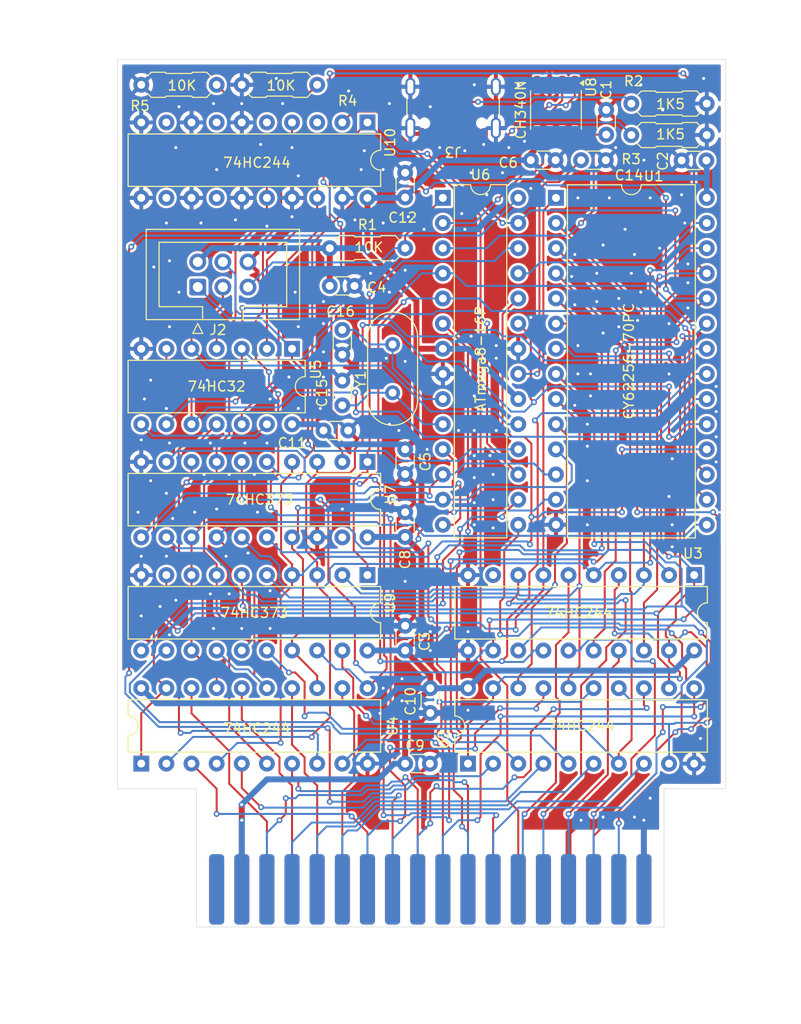
<source format=kicad_pcb>
(kicad_pcb (version 20241229) (generator "pcbnew") (generator_version "9.0")
  (layers (0 "F.Cu" signal) (2 "B.Cu" signal) (13 "F.Paste" user) (15 "B.Paste" user) (5 "F.SilkS" user "F.Silkscreen") (7 "B.SilkS" user "B.Silkscreen") (1 "F.Mask" user) (3 "B.Mask" user) (25 "Edge.Cuts" user))
  (net 0 "")
  (net 1 "GND")
  (net 2 "Net-(U8-V3)")
  (net 3 "VCC")
  (net 4 "Net-(U6-AREF)")
  (net 5 "/A8")
  (net 6 "/A3")
  (net 7 "/D6")
  (net 8 "/D7")
  (net 9 "Net-(U6-PB7{slash}XTAL2)")
  (net 10 "Net-(U6-PB6{slash}XTAL1)")
  (net 11 "/A10")
  (net 13 "/A12")
  (net 14 "/A11")
  (net 15 "/A1")
  (net 17 "/D5")
  (net 20 "/A14")
  (net 21 "Net-(U5-Pad13)")
  (net 22 "/A13")
  (net 23 "/D3")
  (net 24 "Net-(J5-~{RST})")
  (net 25 "Net-(J5-~{IRQ})")
  (net 26 "Net-(J5-~{CS})")
  (net 27 "Net-(J5-~{RD})")
  (net 29 "/D4")
  (net 30 "/D2")
  (net 31 "/D1")
  (net 32 "/A2")
  (net 33 "/A4")
  (net 34 "/A6")
  (net 35 "/A7")
  (net 36 "/A0")
  (net 37 "/D0")
  (net 38 "/A5")
  (net 39 "/A9")
  (net 40 "/SCK")
  (net 41 "Net-(J2-Pin_5)")
  (net 42 "/MISO")
  (net 43 "/MOSI")
  (net 44 "Net-(U8-UD+)")
  (net 45 "Net-(U8-UD-)")
  (net 46 "Net-(J3-CC2)")
  (net 47 "Net-(J3-CC1)")
  (net 48 "Net-(U10-1Y0)")
  (net 49 "Net-(U10-1Y1)")
  (net 50 "/RAMA3")
  (net 51 "/RAMD5")
  (net 52 "/RAMD7")
  (net 53 "/RAMD0")
  (net 54 "/RAMA12")
  (net 55 "/RAMA8")
  (net 56 "/RAMA5")
  (net 57 "/RAMA7")
  (net 58 "/RAMD4")
  (net 59 "/RAMD1")
  (net 60 "/RAMA10")
  (net 61 "/RAMA4")
  (net 62 "/RAMA6")
  (net 63 "Net-(U1-~{CS})")
  (net 64 "/RAMD3")
  (net 65 "/RAMA0")
  (net 66 "/RAMA9")
  (net 67 "/RAMA14")
  (net 68 "/RAMA2")
  (net 69 "/RAMA13")
  (net 70 "/RAMD6")
  (net 71 "/RAMA1")
  (net 72 "/RAMA11")
  (net 73 "Net-(U1-~{OE})")
  (net 74 "/RAMD2")
  (net 75 "Net-(U1-~{WE})")
  (net 76 "Net-(U10-1OE)")
  (net 78 "Net-(U4-1OE)")
  (net 79 "Net-(U6-PC3)")
  (net 80 "Net-(U6-PB0)")
  (net 81 "Net-(U6-PD0)")
  (net 82 "Net-(U6-PB2)")
  (net 83 "Net-(U6-PD1)")
  (footprint "Capacitor_THT:C_Disc_D3.0mm_W1.6mm_P2.50mm" (layer "F.Cu") (at 111.125 95.885 -90)
    (property "Reference" "C16")
    (property "Value" "22p")
  )
  (footprint "Package_SO:SOP-8_3.9x4.9mm_P1.27mm" (layer "F.Cu") (at 132.715 73.66 -90)
    (property "Reference" "U8")
    (property "Value" "CH340N")
  )
  (footprint "PCM_Resistor_THT_AKL:R_Axial_DIN0207_L6.3mm_D2.5mm_P7.62mm_Horizontal" (layer "F.Cu") (at 90.805 71.125)
    (property "Reference" "R5")
    (property "Value" "10K" (hide yes))
  )
  (footprint "Crystal:Crystal_HC49-4H_Vertical" (layer "F.Cu") (at 116.205 102.235 90)
    (property "Reference" "Y1")
    (property "Value" "Crystal")
  )
  (footprint "PCM_Resistor_THT_AKL:R_Axial_DIN0207_L6.3mm_D2.5mm_P7.62mm_Horizontal" (layer "F.Cu") (at 140.335 76.2)
    (property "Reference" "R3")
    (property "Value" "1K5" (hide yes))
  )
  (footprint "Capacitor_THT:C_Disc_D3.0mm_W1.6mm_P2.50mm" (layer "F.Cu") (at 117.475 82.51 90)
    (property "Reference" "C12")
    (property "Value" "100n")
  )
  (footprint "PCM_Resistor_THT_AKL:R_Axial_DIN0207_L6.3mm_D2.5mm_P7.62mm_Horizontal" (layer "F.Cu") (at 109.855 87.63)
    (property "Reference" "R1")
    (property "Value" "10K" (hide yes))
  )
  (footprint "Capacitor_THT:C_Disc_D3.0mm_W1.6mm_P2.50mm" (layer "F.Cu") (at 117.475 107.95 -90)
    (property "Reference" "C5")
    (property "Value" "100n")
  )
  (footprint "Capacitor_THT:C_Disc_D3.0mm_W1.6mm_P2.50mm" (layer "F.Cu") (at 117.475 128.27 90)
    (property "Reference" "C3")
    (property "Value" "100n")
  )
  (footprint "Package_DIP:DIP-20_W7.62mm" (layer "F.Cu") (at 113.665 74.93 -90)
    (property "Reference" "U10")
    (property "Value" "74HC244")
  )
  (footprint "PCM_Resistor_THT_AKL:R_Axial_DIN0207_L6.3mm_D2.5mm_P7.62mm_Horizontal" (layer "F.Cu") (at 140.335 73.025)
    (property "Reference" "R2")
    (property "Value" "1K5" (hide yes))
  )
  (footprint "Capacitor_THT:C_Disc_D3.0mm_W1.6mm_P2.50mm" (layer "F.Cu") (at 109.22 106.045)
    (property "Reference" "C11")
    (property "Value" "100n")
  )
  (footprint "Package_DIP:DIP-28_W15.24mm" (layer "F.Cu") (at 132.715 82.55)
    (property "Reference" "U1")
    (property "Value" "CY62256-70PC")
  )
  (footprint "Package_DIP:DIP-14_W7.62mm" (layer "F.Cu") (at 106.045 97.795 -90)
    (property "Reference" "U5")
    (property "Value" "74HC32")
  )
  (footprint "Connector_USB:USB_C_Receptacle_GCT_USB4105-xx-A_16P_TopMnt_Horizontal" (layer "F.Cu") (at 122.3225 72.395 180)
    (property "Reference" "J3")
    (property "Value" "USB_C_Receptacle_USB2.0_14P")
  )
  (footprint "Capacitor_THT:C_Disc_D3.0mm_W1.6mm_P2.50mm" (layer "F.Cu") (at 130.175 78.74)
    (property "Reference" "C6")
    (property "Value" "100n")
  )
  (footprint "Capacitor_THT:C_Disc_D3.0mm_W1.6mm_P2.50mm" (layer "F.Cu") (at 137.795 76.16 90)
    (property "Reference" "C1")
    (property "Value" "100n")
  )
  (footprint "Capacitor_THT:C_Disc_D3.0mm_W1.6mm_P2.50mm" (layer "F.Cu") (at 120.015 132.08 -90)
    (property "Reference" "C10")
    (property "Value" "100n")
  )
  (footprint "Package_DIP:DIP-20_W7.62mm" (layer "F.Cu") (at 123.825 139.7 90)
    (property "Reference" "U2")
    (property "Value" "74HC244")
  )
  (footprint "Capacitor_THT:C_Disc_D3.0mm_W1.6mm_P2.50mm" (layer "F.Cu") (at 111.125 103.505 90)
    (property "Reference" "C15")
    (property "Value" "22p")
  )
  (footprint "Package_DIP:DIP-20_W7.62mm" (layer "F.Cu") (at 113.665 120.65 -90)
    (property "Reference" "U9")
    (property "Value" "74HC373")
  )
  (footprint "Capacitor_THT:C_Disc_D3.0mm_W1.6mm_P2.50mm" (layer "F.Cu") (at 117.475 116.8 90)
    (property "Reference" "C8")
    (property "Value" "100n")
  )
  (footprint "Connector_IDC:IDC-Header_2x03_P2.54mm_Vertical" (layer "F.Cu") (at 96.515 91.5575 90)
    (property "Reference" "J2")
    (property "Value" "Conn_02x03_Odd_Even")
  )
  (footprint "Package_DIP:DIP-28_W7.62mm" (layer "F.Cu") (at 121.285 82.55)
    (property "Reference" "U6")
    (property "Value" "ATmega8-16P")
  )
  (footprint "Capacitor_THT:C_Disc_D3.0mm_W1.6mm_P2.50mm" (layer "F.Cu") (at 109.855 91.44)
    (property "Reference" "C4")
    (property "Value" "100n")
  )
  (footprint "Package_DIP:DIP-20_W7.62mm" (layer "F.Cu") (at 90.805 139.695 90)
    (property "Reference" "U4")
    (property "Value" "74HC244")
  )
  (footprint "Package_DIP:DIP-20_W7.62mm" (layer "F.Cu") (at 146.685 120.65 -90)
    (property "Reference" "U3")
    (property "Value" "74HC244")
  )
  (footprint "Capacitor_THT:C_Disc_D3.0mm_W1.6mm_P2.50mm" (layer "F.Cu") (at 147.915 78.765 180)
    (property "Reference" "C2")
    (property "Value" "100n")
  )
  (footprint "fella:Expansion Connector" (layer "F.Cu") (at 120.015 148.59)
    (property "Reference" "J5" (hide yes))
    (property "Value" "~" (hide yes))
  )
  (footprint "Package_DIP:DIP-20_W7.62mm" (layer "F.Cu") (at 113.665 109.22 -90)
    (property "Reference" "U7")
    (property "Value" "74HC373")
  )
  (footprint "PCM_Resistor_THT_AKL:R_Axial_DIN0207_L6.3mm_D2.5mm_P7.62mm_Horizontal" (layer "F.Cu") (at 108.585 71.125 180)
    (property "Reference" "R4")
    (property "Value" "10K" (hide yes))
  )
  (footprint "Capacitor_THT:C_Disc_D3.0mm_W1.6mm_P2.50mm" (layer "F.Cu") (at 117.475 139.7)
    (property "Reference" "C9")
    (property "Value" "100n")
  )
  (footprint "Capacitor_THT:C_Disc_D3.0mm_W1.6mm_P2.50mm" (layer "F.Cu") (at 135.255 78.74)
    (property "Reference" "C14")
    (property "Value" "100n")
  )
  (gr_line (start 143.637 142.24) (end 149.86 142.24) (stroke (width 0.05)) (layer "Edge.Cuts"))
  (gr_line (start 96.393 148.59) (end 96.393 142.24) (stroke (width 0.05)) (layer "Edge.Cuts"))
  (gr_line (start 96.393 148.59) (end 96.393 156.21) (stroke (width 0.05)) (layer "Edge.Cuts"))
  (gr_line (start 96.393 156.21) (end 143.637 156.21) (stroke (width 0.05)) (layer "Edge.Cuts"))
  (gr_line (start 88.392 68.58) (end 149.86 68.58) (stroke (width 0.05)) (layer "Edge.Cuts"))
  (gr_line (start 143.637 156.21) (end 143.637 148.5646) (stroke (width 0.05)) (layer "Edge.Cuts"))
  (gr_line (start 149.86 68.58) (end 149.86 142.24) (stroke (width 0.05)) (layer "Edge.Cuts"))
  (gr_line (start 88.392 142.24) (end 88.392 68.58) (stroke (width 0.05)) (layer "Edge.Cuts"))
  (gr_line (start 143.637 148.59) (end 143.637 142.24) (stroke (width 0.05)) (layer "Edge.Cuts"))
  (gr_line (start 96.393 142.24) (end 88.392 142.24) (stroke (width 0.05)) (layer "Edge.Cuts"))
  (gr_text "1K5" (at 142.7385 76.713 0) (layer "F.SilkS") (effects (font (size 1 1)) (justify left bottom)))
  (gr_text "10K" (at 112.2585 88.143 0) (layer "F.SilkS") (effects (font (size 1 1)) (justify left bottom)))
  (gr_text "1K5" (at 142.7385 73.66 0) (layer "F.SilkS") (effects (font (size 1 1)) (justify left bottom)))
  (gr_text "10K" (at 93.3704 71.7804 0) (layer "F.SilkS") (effects (font (size 1 1)) (justify left bottom)))
  (gr_text "10K" (at 103.378 71.7804 0) (layer "F.SilkS") (effects (font (size 1 1)) (justify left bottom)))
  (segment (start 133.985 152.4) (end 133.985 146.685) (width 0.6) (layer "F.Cu") (net 1))
  (segment (start 125.5225 77.0425) (end 125.4125 77.1525) (width 0.6) (layer "F.Cu") (net 1))
  (segment (start 133.985 146.685) (end 135.255 145.415) (width 0.6) (layer "F.Cu") (net 1))
  (segment (start 117.1575 133.35) (end 117.1575 131.1275) (width 0.6) (layer "F.Cu") (net 1))
  (segment (start 125.5225 76.075) (end 125.5225 77.0425) (width 0.6) (layer "F.Cu") (net 1))
  (segment (start 141.605 152.4) (end 141.605 145.415) (width 0.6) (layer "F.Cu") (net 1))
  (segment (start 120.015 126.365) (end 120.015 128.27) (width 0.6) (layer "F.Cu") (net 1))
  (via (at 99.695 110.49) (size 0.6) (drill 0.3) (layers "F.Cu" "B.Cu") (net 1))
  (via (at 102.5525 114.3) (size 0.6) (drill 0.3) (layers "F.Cu" "B.Cu") (net 1))
  (via (at 134.62 103.505) (size 0.6) (drill 0.3) (layers "F.Cu" "B.Cu") (net 1))
  (via (at 100.33 84.7725) (size 0.6) (drill 0.3) (layers "F.Cu" "B.Cu") (net 1))
  (via (at 144.4625 108.9025) (size 0.6) (drill 0.3) (layers "F.Cu" "B.Cu") (net 1))
  (via (at 105.0925 73.025) (size 0.6) (drill 0.3) (layers "F.Cu" "B.Cu") (net 1))
  (via (at 111.125 113.9825) (size 0.6) (drill 0.3) (layers "F.Cu" "B.Cu") (net 1))
  (via (at 126.365 115.8875) (size 0.6) (drill 0.3) (layers "F.Cu" "B.Cu") (net 1))
  (via (at 106.045 77.47) (size 0.6) (drill 0.3) (layers "F.Cu" "B.Cu") (net 1))
  (via (at 134.9375 82.55) (size 0.6) (drill 0.3) (layers "F.Cu" "B.Cu") (net 1))
  (via (at 139.065 92.71) (size 0.6) (drill 0.3) (layers "F.Cu" "B.Cu") (net 1))
  (via (at 116.84 106.045) (size 0.6) (drill 0.3) (layers "F.Cu" "B.Cu") (net 1))
  (via (at 93.98 114.935) (size 0.6) (drill 0.3) (layers "F.Cu" "B.Cu") (net 1))
  (via (at 101.2825 107.315) (size 0.6) (drill 0.3) (layers "F.Cu" "B.Cu") (net 1))
  (via (at 100.965 73.025) (size 0.6) (drill 0.3) (layers "F.Cu" "B.Cu") (net 1))
  (via (at 148.9075 104.14) (size 0.6) (drill 0.3) (layers "F.Cu" "B.Cu") (net 1))
  (via (at 140.6525 145.0975) (size 0.6) (drill 0.3) (layers "F.Cu" "B.Cu") (net 1))
  (via (at 134.9375 100.33) (size 0.6) (drill 0.3) (layers "F.Cu" "B.Cu") (net 1))
  (via (at 115.57 98.7425) (size 0.6) (drill 0.3) (layers "F.Cu" "B.Cu") (net 1))
  (via (at 129.54 76.835) (size 0.6) (drill 0.3) (layers "F.Cu" "B.Cu") (net 1))
  (via (at 120.9675 77.47) (size 0.6) (drill 0.3) (layers "F.Cu" "B.Cu") (net 1))
  (via (at 117.1575 131.1275) (size 0.6) (drill 0.3) (layers "F.Cu" "B.Cu") (net 1))
  (via (at 98.425 113.9825) (size 0.6) (drill 0.3) (layers "F.Cu" "B.Cu") (net 1))
  (via (at 146.05 91.1225) (size 0.6) (drill 0.3) (layers "F.Cu" "B.Cu") (net 1))
  (via (at 113.03 79.6925) (size 0.6) (drill 0.3) (layers "F.Cu" "B.Cu") (net 1))
  (via (at 146.05 93.6625) (size 0.6) (drill 0.3) (layers "F.Cu" "B.Cu") (net 1))
  (via (at 147.6375 70.485) (size 0.6) (drill 0.3) (layers "F.Cu" "B.Cu") (net 1))
  (via (at 113.3475 77.7875) (size 0.6) (drill 0.3) (layers "F.Cu" "B.Cu") (net 1))
  (via (at 134.9375 97.4725) (size 0.6) (drill 0.3) (layers "F.Cu" "B.Cu") (net 1))
  (via (at 141.605 145.415) (size 0.6) (drill 0.3) (layers "F.Cu" "B.Cu") (net 1))
  (via (at 108.9025 103.8225) (size 0.6) (drill 0.3) (layers "F.Cu" "B.Cu") (net 1))
  (via (at 91.7575 100.965) (size 0.6) (drill 0.3) (layers "F.Cu" "B.Cu") (net 1))
  (via (at 138.7475 77.47) (size 0.6) (drill 0.3) (layers "F.Cu" "B.Cu") (net 1))
  (via (at 98.1075 126.0475) (size 0.6) (drill 0.3) (layers "F.Cu" "B.Cu") (net 1))
  (via (at 103.505 85.4075) (size 0.6) (drill 0.3) (layers "F.Cu" "B.Cu") (net 1))
  (via (at 104.4575 70.485) (size 0.6) (drill 0.3) (layers "F.Cu" "B.Cu") (net 1))
  (via (at 141.2875 92.075) (size 0.6) (drill 0.3) (layers "F.Cu" "B.Cu") (net 1))
  (via (at 142.24 82.55) (size 0.6) (drill 0.3) (layers "F.Cu" "B.Cu") (net 1))
  (via (at 117.1575 133.35) (size 0.6) (drill 0.3) (layers "F.Cu" "B.Cu") (net 1))
  (via (at 124.46 106.045) (size 0.6) (drill 0.3) (layers "F.Cu" "B.Cu") (net 1))
  (via (at 144.145 112.7125) (size 0.6) (drill 0.3) (layers "F.Cu" "B.Cu") (net 1))
  (via (at 92.075 89.535) (size 0.6) (drill 0.3) (layers "F.Cu" "B.Cu") (net 1))
  (via (at 102.87 77.1525) (size 0.6) (drill 0.3) (layers "F.Cu" "B.Cu") (net 1))
  (via (at 116.205 88.9) (size 0.6) (drill 0.3) (layers "F.Cu" "B.Cu") (net 1))
  (via (at 138.1125 82.55) (size 0.6) (drill 0.3) (layers "F.Cu" "B.Cu") (net 1))
  (via (at 136.2075 100.33) (size 0.6) (drill 0.3) (layers "F.Cu" "B.Cu") (net 1))
  (via (at 117.475 89.8525) (size 0.6) (drill 0.3) (layers "F.Cu" "B.Cu") (net 1))
  (via (at 98.425 79.6925) (size 0.6) (drill 0.3) (layers "F.Cu" "B.Cu") (net 1))
  (via (at 126.6825 106.045) (size 0.6) (drill 0.3) (layers "F.Cu" "B.Cu") (net 1))
  (via (at 117.475 121.285) (size 0.6) (drill 0.3) (layers "F.Cu" "B.Cu") (net 1))
  (via (at 126.6825 97.4725) (size 0.6) (drill 0.3) (layers "F.Cu" "B.Cu") (net 1))
  (via (at 115.8875 73.025) (size 0.6) (drill 0.3) (layers "F.Cu" "B.Cu") (net 1))
  (via (at 141.2875 71.12) (size 0.6) (drill 0.3) (layers "F.Cu" "B.Cu") (net 1))
  (via (at 148.9075 106.68) (size 0.6) (drill 0.3) (layers "F.Cu" "B.Cu") (net 1))
  (via (at 106.68 95.5675) (size 0.6) (drill 0.3) (layers "F.Cu" "B.Cu") (net 1))
  (via (at 109.22 98.1075) (size 0.6) (drill 0.3) (layers "F.Cu" "B.Cu") (net 1))
  (via (at 120.015 126.365) (size 0.6) (drill 0.3) (layers "F.Cu" "B.Cu") (net 1))
  (via (at 115.2525 85.09) (size 0.6) (drill 0.3) (layers "F.Cu" "B.Cu") (net 1))
  (via (at 117.7925 84.455) (size 0.6) (drill 0.3) (layers "F.Cu" "B.Cu") (net 1))
  (via (at 134.62 88.265) (size 0.6) (drill 0.3) (layers "F.Cu" "B.Cu") (net 1))
  (via (at 94.2975 77.47) (size 0.6) (drill 0.3) (layers "F.Cu" "B.Cu") (net 1))
  (via (at 119.6975 107.95) (size 0.6) (drill 0.3) (layers "F.Cu" "B.Cu") (net 1))
  (via (at 90.4875 114.3) (size 0.6) (drill 0.3) (layers "F.Cu" "B.Cu") (net 1))
  (via (at 115.8875 92.075) (size 0.6) (drill 0.3) (layers "F.Cu" "B.Cu") (net 1))
  (via (at 123.825 134.3025) (size 0.6) (drill 0.3) (layers "F.Cu" "B.Cu") (net 1))
  (via (at 126.6825 98.7425) (size 0.6) (drill 0.3) (layers "F.Cu" "B.Cu") (net 1))
  (via (at 90.805 124.7775) (size 0.6) (drill 0.3) (layers "F.Cu" "B.Cu") (net 1))
  (via (at 96.8375 85.09) (size 0.6) (drill 0.3) (layers "F.Cu" "B.Cu") (net 1))
  (via (at 98.1075 73.025) (size 0.6) (drill 0.3) (layers "F.Cu" "B.Cu") (net 1))
  (via (at 143.51 73.66) (size 0.6) (drill 0.3) (layers "F.Cu" "B.Cu") (net 1))
  (via (at 92.71 123.825) (size 0.6) (drill 0.3) (layers "F.Cu" "B.Cu") (net 1))
  (via (at 144.4625 115.57) (size 0.6) (drill 0.3) (layers "F.Cu" "B.Cu") (net 1))
  (via (at 124.46 108.585) (size 0.6) (drill 0.3) (layers "F.Cu" "B.Cu") (net 1))
  (via (at 123.825 126.365) (size 0.6) (drill 0.3) (layers "F.Cu" "B.Cu") (net 1))
  (via (at 139.065 95.5675) (size 0.6) (drill 0.3) (layers "F.Cu" "B.Cu") (net 1))
  (via (at 148.9075 101.6) (size 0.6) (drill 0.3) (layers "F.Cu" "B.Cu") (net 1))
  (via (at 93.6625 88.9) (size 0.6) (drill 0.3) (layers "F.Cu" "B.Cu") (net 1))
  (via (at 135.89 107.6325) (size 0.6) (drill 0.3) (layers "F.Cu" "B.Cu") (net 1))
  (via (at 120.015 128.27) (size 0.6) (drill 0.3) (layers "F.Cu" "B.Cu") (net 1))
  (via (at 125.73 82.2325) (size 0.6) (drill 0.3) (layers "F.Cu" "B.Cu") (net 1))
  (via (at 128.905 71.12) (size 0.6) (drill 0.3) (layers "F.Cu" "B.Cu") (net 1))
  (via (at 122.8725 106.045) (size 0.6) (drill 0.3) (layers "F.Cu" "B.Cu") (net 1))
  (via (at 123.19 84.1375) (size 0.6) (drill 0.3) (layers "F.Cu" "B.Cu") (net 1))
  (via (at 140.97 94.9325) (size 0.6) (drill 0.3) (layers "F.Cu" "B.Cu") (net 1))
  (via (at 109.22 100.6475) (size 0.6) (drill 0.3) (layers "F.Cu" "B.Cu") (net 1))
  (via (at 91.1225 102.87) (size 0.6) (drill 0.3) (layers "F.Cu" "B.Cu") (net 1))
  (via (at 123.5075 77.7875) (size 0.6) (drill 0.3) (layers "F.Cu" "B.Cu") (net 1))
  (via (at 136.8425 93.0275) (size 0.6) (drill 0.3) (layers "F.Cu" "B.Cu") (net 1))
  (via (at 117.475 99.06) (size 0.6) (drill 0.3) (layers "F.Cu" "B.Cu") (net 1))
  (via (at 136.8425 90.17) (size 0.6) (drill 0.3) (layers "F.Cu" "B.Cu") (net 1))
  (via (at 135.89 111.125) (size 0.6) (drill 0.3) (layers "F.Cu" "B.Cu") (net 1))
  (via (at 93.6625 107.315) (size 0.6) (drill 0.3) (layers "F.Cu" "B.Cu") (net 1))
  (via (at 103.8225 102.87) (size 0.6) (drill 0.3) (layers "F.Cu" "B.Cu") (net 1))
  (via (at 93.6625 126.6825) (size 0.6) (drill 0.3) (layers "F.Cu" "B.Cu") (net 1))
  (via (at 135.89 115.57) (size 0.6) (drill 0.3) (layers "F.Cu" "B.Cu") (net 1))
  (via (at 100.965 126.0475) (size 0.6) (drill 0.3) (layers "F.Cu" "B.Cu") (net 1))
  (via (at 91.7575 111.125) (size 0.6) (drill 0.3) (layers "F.Cu" "B.Cu") (net 1))
  (via (at 124.1425 96.52) (size 0.6) (drill 0.3) (layers "F.Cu" "B.Cu") (net 1))
  (via (at 103.8225 126.0475) (size 0.6) (drill 0.3) (layers "F.Cu" "B.Cu") (net 1))
  (via (at 101.6 118.4275) (size 0.6) (drill 0.3) (layers "F.Cu" "B.Cu") (net 1))
  (via (at 145.7325 85.09) (size 0.6) (drill 0.3) (layers "F.Cu" "B.Cu") (net 1))
  (via (at 93.345 112.395) (size 0.6) (drill 0.3) (layers "F.Cu" "B.Cu") (net 1))
  (via (at 141.605 78.74) (size 0.6) (drill 0.3) (layers "F.Cu" "B.Cu") (net 1))
  (via (at 115.8875 105.41) (size 0.6) (drill 0.3) (layers "F.Cu" "B.Cu") (net 1))
  (via (at 114.935 134.62) (size 0.6) (drill 0.3) (layers "F.Cu" "B.Cu") (net 1))
  (via (at 99.3775 118.745) (size 0.6) (drill 0.3) (layers "F.Cu" "B.Cu") (net 1))
  (via (at 127.3175 80.01) (size 0.6) (drill 0.3) (layers "F.Cu" "B.Cu") (net 1))
  (via (at 106.68 80.3275) (size 0.6) (drill 0.3) (layers "F.Cu" "B.Cu") (net 1))
  (via (at 123.5075 85.725) (size 0.6) (drill 0.3) (layers "F.Cu" "B.Cu") (net 1))
  (via (at 124.46 102.5525) (size 0.6) (drill 0.3) (layers "F.Cu" "B.Cu") (net 1))
  (via (at 99.695 122.555) (size 0.6) (drill 0.3) (layers "F.Cu" "B.Cu") (net 1))
  (via (at 103.505 107.315) (size 0.6) (drill 0.3) (layers "F.Cu" "B.Cu") (net 1))
  (via (at 135.255 145.415) (size 0.6) (drill 0.3) (layers "F.Cu" "B.Cu") (net 1))
  (via (at 97.79 122.555) (size 0.6) (drill 0.3) (layers "F.Cu" "B.Cu") (net 1))
  (via (at 137.4775 96.2025) (size 0.6) (drill 0.3) (layers "F.Cu" "B.Cu") (net 1))
  (via (at 102.235 110.49) (size 0.6) (drill 0.3) (layers "F.Cu" "B.Cu") (net 1))
  (via (at 146.05 89.2175) (size 0.6) (drill 0.3) (layers "F.Cu" "B.Cu") (net 1))
  (via (at 126.0475 108.585) (size 0.6) (drill 0.3) (layers "F.Cu" "B.Cu") (net 1))
  (via (at 97.155 110.49) (size 0.6) (drill 0.3) (layers "F.Cu" "B.Cu") (net 1))
  (via (at 134.62 93.345) (size 0.6) (drill 0.3) (layers "F.Cu" "B.Cu") (net 1))
  (via (at 97.4725 100.965) (size 0.6) (drill 0.3) (layers "F.Cu" "B.Cu") (net 1))
  (via (at 93.345 103.8225) (size 0.6) (drill 0.3) (layers "F.Cu" "B.Cu") (net 1))
  (via (at 93.345 85.09) (size 0.6) (drill 0.3) (layers "F.Cu" "B.Cu") (net 1))
  (via (at 105.7275 100.6475) (size 0.6) (drill 0.3) (layers "F.Cu" "B.Cu") (net 1))
  (via (at 137.4775 145.0975) (size 0.6) (drill 0.3) (layers "F.Cu" "B.Cu") (net 1))
  (via (at 127.9525 77.47) (size 0.6) (drill 0.3) (layers "F.Cu" "B.Cu") (net 1))
  (via (at 97.79 107.315) (size 0.6) (drill 0.3) (layers "F.Cu" "B.Cu") (net 1))
  (via (at 124.46 113.3475) (size 0.6) (drill 0.3) (layers "F.Cu" "B.Cu") (net 1))
  (via (at 125.4125 77.1525) (size 0.6) (drill 0.3) (layers "F.Cu" "B.Cu") (net 1))
  (via (at 139.7 85.725) (size 0.6) (drill 0.3) (layers "F.Cu" "B.Cu") (net 1))
  (via (at 106.045 84.455) (size 0.6) (drill 0.3) (layers "F.Cu" "B.Cu") (net 1))
  (via (at 106.3625 92.075) (size 0.6) (drill 0.3) (layers "F.Cu" "B.Cu") (net 1))
  (via (at 90.805 118.745) (size 0.6) (drill 0.3) (layers "F.Cu" "B.Cu") (net 1))
  (via (at 144.145 100.33) (size 0.6) (drill 0.3) (layers "F.Cu" "B.Cu") (net 1))
  (via (at 144.145 95.25) (size 0.6) (drill 0.3) (layers "F.Cu" "B.Cu") (net 1))
  (via (at 109.22 95.25) (size 0.6) (drill 0.3) (layers "F.Cu" "B.Cu") (net 1))
  (via (at 109.22 93.0275) (size 0.6) (drill 0.3) (layers "F.Cu" "B.Cu") (net 1))
  (via (at 142.24 143.1925) (size 0.6) (drill 0.3) (layers "F.Cu" "B.Cu") (net 1))
  (via (at 120.015 73.3425) (size 0.6) (drill 0.3) (layers "F.Cu" "B.Cu") (net 1))
  (via (at 115.2525 79.6925) (size 0.6) (drill 0.3) (layers "F.Cu" "B.Cu") (net 1))
  (via (at 134.3025 90.4875) (size 0.6) (drill 0.3) (layers "F.Cu" "B.Cu") (net 1))
  (via (at 124.46 71.12) (size 0.6) (drill 0.3) (layers "F.Cu" "B.Cu") (net 1))
  (via (at 94.2975 123.19) (size 0.6) (drill 0.3) (layers "F.Cu" "B.Cu") (net 1))
  (via (at 136.2075 102.5525) (size 0.6) (drill 0.3) (layers "F.Cu" "B.Cu") (net 1))
  (via (at 124.46 115.57) (size 0.6) (drill 0.3) (layers "F.Cu" "B.Cu") (net 1))
  (via (at 130.175 94.615) (size 0.6) (drill 0.3) (layers "F.Cu" "B.Cu") (net 1))
  (via (at 93.6625 95.5675) (size 0.6) (drill 0.3) (layers "F.Cu" "B.Cu") (net 1))
  (via (at 135.89 105.41) (size 0.6) (drill 0.3) (layers "F.Cu" "B.Cu") (net 1))
  (via (at 124.1425 80.01) (size 0.6) (drill 0.3) (layers "F.Cu" "B.Cu") (net 1))
  (via (at 115.2525 132.08) (size 0.6) (drill 0.3) (layers "F.Cu" "B.Cu") (net 1))
  (via (at 103.8225 122.2375) (size 0.6) (drill 0.3) (layers "F.Cu" "B.Cu") (net 1))
  (via (at 147.32 137.16) (size 0.6) (drill 0.3) (layers "F.Cu" "B.Cu") (net 1))
  (via (at 90.805 106.9975) (size 0.6) (drill 0.3) (layers "F.Cu" "B.Cu") (net 1))
  (via (at 111.76 71.755) (size 0.6) (drill 0.3) (layers "F.Cu" "B.Cu") (net 1))
  (via (at 137.4775 87.3125) (size 0.6) (drill 0.3) (layers "F.Cu" "B.Cu") (net 1))
  (via (at 96.2025 114.3) (size 0.6) (drill 0.3) (layers "F.Cu" "B.Cu") (net 1))
  (via (at 130.175 81.5975) (size 0.6) (drill 0.3) (layers "F.Cu" "B.Cu") (net 1))
  (via (at 93.345 118.745) (size 0.6) (drill 0.3) (layers "F.Cu" "B.Cu") (net 1))
  (via (at 140.6525 88.265) (size 0.6) (drill 0.3) (layers "F.Cu" "B.Cu") (net 1))
  (via (at 124.46 110.8075) (size 0.6) (drill 0.3) (layers "F.Cu" "B.Cu") (net 1))
  (via (at 94.615 92.075) (size 0.6) (drill 0.3) (layers "F.Cu" "B.Cu") (net 1))
  (via (at 126.365 110.49) (size 0.6) (drill 0.3) (layers "F.Cu" "B.Cu") (net 1))
  (via (at 143.1925 87.63) (size 0.6) (drill 0.3) (layers "F.Cu" "B.Cu") (net 1))
  (via (at 126.365 113.03) (size 0.6) (drill 0.3) (layers "F.Cu" "B.Cu") (net 1))
  (via (at 119.38 85.725) (size 0.6) (drill 0.3) (layers "F.Cu" "B.Cu") (net 1))
  (via (at 144.4625 117.7925) (size 0.6) (drill 0.3) (layers "F.Cu" "B.Cu") (net 1))
  (via (at 148.9075 109.22) (size 0.6) (drill 0.3) (layers "F.Cu" "B.Cu") (net 1))
  (via (at 112.395 84.7725) (size 0.6) (drill 0.3) (layers "F.Cu" "B.Cu") (net 1))
  (via (at 145.415 82.2325) (size 0.6) (drill 0.3) (layers "F.Cu" "B.Cu") (net 1))
  (via (at 106.68 103.8225) (size 0.6) (drill 0.3) (layers "F.Cu" "B.Cu") (net 1))
  (via (at 140.335 90.17) (size 0.6) (drill 0.3) (layers "F.Cu" "B.Cu") (net 1))
  (via (at 113.9825 90.17) (size 0.6) (drill 0.3) (layers "F.Cu" "B.Cu") (net 1))
  (via (at 94.615 73.3425) (size 0.6) (drill 0.3) (layers "F.Cu" "B.Cu") (net 1))
  (segment (start 116.205 131.1275) (end 115.2525 132.08) (width 0.6) (layer "B.Cu") (net 1))
  (segment (start 117.1575 131.1275) (end 116.205 131.1275) (width 0.6) (layer "B.Cu") (net 1))
  (segment (start 119.42 125.77) (end 120.015 126.365) (width 0.6) (layer "B.Cu") (net 1))
  (segment (start 141.605 152.4) (end 141.605 145.415) (width 0.6) (layer "B.Cu") (net 1))
  (segment (start 120.015 134.58) (end 123.5475 134.58) (width 0.6) (layer "B.Cu") (net 1))
  (segment (start 117.475 125.77) (end 104.1 125.77) (width 0.6) (layer "B.Cu") (net 1))
  (segment (start 123.5475 134.58) (end 123.825 134.3025) (width 0.6) (layer "B.Cu") (net 1))
  (segment (start 117.475 125.77) (end 119.42 125.77) (width 0.6) (layer "B.Cu") (net 1))
  (segment (start 104.1 125.77) (end 103.8225 126.0475) (width 0.6) (layer "B.Cu") (net 1))
  (segment (start 120.015 134.58) (end 118.3875 134.58) (width 0.6) (layer "B.Cu") (net 1))
  (segment (start 117.475 114.3) (end 117.1575 113.9825) (width 0.6) (layer "B.Cu") (net 1))
  (segment (start 118.3875 134.58) (end 117.1575 133.35) (width 0.6) (layer "B.Cu") (net 1))
  (segment (start 117.1575 113.9825) (end 111.125 113.9825) (width 0.6) (layer "B.Cu") (net 1))
  (segment (start 134.745 76.16) (end 134.62 76.285) (width 0.2) (layer "F.Cu") (net 2))
  (segment (start 137.795 76.16) (end 134.745 76.16) (width 0.2) (layer "F.Cu") (net 2))
  (segment (start 118.618 97.79) (end 121.285 97.79) (width 0.6) (layer "F.Cu") (net 3))
  (segment (start 100.965 152.4) (end 101.3705 151.9945) (width 0.6) (layer "F.Cu") (net 3))
  (segment (start 101.3705 151.9945) (end 101.3705 151.9409) (width 0.6) (layer "F.Cu") (net 3))
  (segment (start 100.965 145.415) (end 100.965 152.4) (width 0.6) (layer "F.Cu") (net 3))
  (segment (start 101.3705 151.9409) (end 100.965 151.5354) (width 0.6) (layer "F.Cu") (net 3))
  (segment (start 117.475 116.8) (end 119.126 115.149) (width 0.6) (layer "F.Cu") (net 3))
  (segment (start 117.475 139.7) (end 117.475 134.62) (width 0.6) (layer "F.Cu") (net 3))
  (segment (start 119.126 118.451) (end 117.475 116.8) (width 0.6) (layer "F.Cu") (net 3))
  (segment (start 120.015 132.08) (end 120.015 130.81) (width 0.6) (layer "F.Cu") (net 3))
  (segment (start 109.855 87.63) (end 109.855 91.44) (width 0.6) (layer "F.Cu") (net 3))
  (segment (start 118.618 92.964) (end 113.665 88.011) (width 0.6) (layer "F.Cu") (net 3))
  (segment (start 130.81 77.47) (end 130.175 78.105) (width 0.6) (layer "F.Cu") (net 3))
  (segment (start 100.965 143.85003) (end 100.965 145.415) (width 0.6) (layer "F.Cu") (net 3))
  (segment (start 117.475 128.27) (end 119.126 126.619) (width 0.6) (layer "F.Cu") (net 3))
  (segment (start 118.618 106.807) (end 118.618 97.79) (width 0.6) (layer "F.Cu") (net 3))
  (segment (start 117.475 107.95) (end 118.618 106.807) (width 0.6) (layer "F.Cu") (net 3))
  (segment (start 100.953735 143.838765) (end 100.965 143.85003) (width 0.6) (layer "F.Cu") (net 3))
  (segment (start 130.175 78.105) (end 130.175 78.74) (width 0.6) (layer "F.Cu") (net 3))
  (segment (start 118.618 97.79) (end 118.618 92.964) (width 0.6) (layer "F.Cu") (net 3))
  (segment (start 130.81 76.285) (end 130.81 77.47) (width 0.6) (layer "F.Cu") (net 3))
  (segment (start 119.126 109.601) (end 117.475 107.95) (width 0.6) (layer "F.Cu") (net 3))
  (segment (start 119.126 126.619) (end 119.126 118.451) (width 0.6) (layer "F.Cu") (net 3))
  (segment (start 119.126 115.149) (end 119.126 109.601) (width 0.6) (layer "F.Cu") (net 3))
  (segment (start 113.665 88.011) (end 113.665 82.55) (width 0.6) (layer "F.Cu") (net 3))
  (segment (start 117.475 134.62) (end 120.015 132.08) (width 0.6) (layer "F.Cu") (net 3))
  (segment (start 120.015 130.81) (end 117.475 128.27) (width 0.6) (layer "F.Cu") (net 3))
  (via (at 113.665 88.011) (size 0.6) (drill 0.3) (layers "F.Cu" "B.Cu") (net 3))
  (via (at 100.965 145.415) (size 0.6) (drill 0.3) (layers "F.Cu" "B.Cu") (net 3))
  (via (at 100.953735 143.838765) (size 0.6) (drill 0.3) (layers "F.Cu" "B.Cu") (net 3))
  (segment (start 116.68125 132.08) (end 120.015 132.08) (width 0.6) (layer "B.Cu") (net 3))
  (segment (start 117.475 107.95) (end 116.967 107.442) (width 0.6) (layer "B.Cu") (net 3))
  (segment (start 147.955 78.805) (end 147.915 78.765) (width 0.6) (layer "B.Cu") (net 3))
  (segment (start 120.015 132.08) (end 123.825 132.08) (width 0.6) (layer "B.Cu") (net 3))
  (segment (start 108.59 105.415) (end 106.045 105.415) (width 0.6) (layer "B.Cu") (net 3))
  (segment (start 117.475 139.7) (end 116.34363 139.7) (width 0.6) (layer "B.Cu") (net 3))
  (segment (start 115.15725 133.604) (end 116.68125 132.08) (width 0.6) (layer "B.Cu") (net 3))
  (segment (start 113.284 87.63) (end 113.665 88.011) (width 0.6) (layer "B.Cu") (net 3))
  (segment (start 123.825 132.08) (end 125.603 130.302) (width 0.6) (layer "B.Cu") (net 3))
  (segment (start 116.967 107.442) (end 110.617 107.442) (width 0.6) (layer "B.Cu") (net 3))
  (segment (start 92.334 133.604) (end 115.15725 133.604) (width 0.6) (layer "B.Cu") (net 3))
  (segment (start 117.475 116.8) (end 113.705 116.8) (width 0.6) (layer "B.Cu") (net 3))
  (segment (start 147.955 80.518) (end 147.955 82.55) (width 0.6) (layer "B.Cu") (net 3))
  (segment (start 116.34363 139.7) (end 114.75613 141.2875) (width 0.6) (layer "B.Cu") (net 3))
  (segment (start 100.965 152.4) (end 100.965 145.415) (width 0.6) (layer "B.Cu") (net 3))
  (segment (start 117.475 82.51) (end 121.245 78.74) (width 0.6) (layer "B.Cu") (net 3))
  (segment (start 109.855 87.63) (end 113.284 87.63) (width 0.6) (layer "B.Cu") (net 3))
  (segment (start 109.22 106.045) (end 108.59 105.415) (width 0.6) (layer "B.Cu") (net 3))
  (segment (start 113.705 116.8) (end 113.665 116.84) (width 0.6) (layer "B.Cu") (net 3))
  (segment (start 97.9025 87.63) (end 96.515 89.0175) (width 0.6) (layer "B.Cu") (net 3))
  (segment (start 125.603 130.302) (end 144.653 130.302) (width 0.6) (layer "B.Cu") (net 3))
  (segment (start 113.665 82.55) (end 117.435 82.55) (width 0.6) (layer "B.Cu") (net 3))
  (segment (start 147.955 80.518) (end 147.955 78.805) (width 0.6) (layer "B.Cu") (net 3))
  (segment (start 111.4425 141.2875) (end 105.0925 141.2875) (width 0.6) (layer "B.Cu") (net 3))
  (segment (start 144.653 130.302) (end 146.685 128.27) (width 0.6) (layer "B.Cu") (net 3))
  (segment (start 103.505 141.2875) (end 100.953735 143.838765) (width 0.6) (layer "B.Cu") (net 3))
  (segment (start 123.825 97.79) (end 128.905 102.87) (width 0.6) (layer "B.Cu") (net 3))
  (segment (start 109.855 87.63) (end 97.9025 87.63) (width 0.6) (layer "B.Cu") (net 3))
  (segment (start 121.285 97.79) (end 123.825 97.79) (width 0.6) (layer "B.Cu") (net 3))
  (segment (start 105.0925 141.2875) (end 103.505 141.2875) (width 0.6) (layer "B.Cu") (net 3))
  (segment (start 131.953 80.518) (end 147.955 80.518) (width 0.6) (layer "B.Cu") (net 3))
  (segment (start 114.75613 141.2875) (end 111.4425 141.2875) (width 0.6) (layer "B.Cu") (net 3))
  (segment (start 117.475 128.27) (end 113.665 128.27) (width 0.6) (layer "B.Cu") (net 3))
  (segment (start 90.805 132.075) (end 92.334 133.604) (width 0.6) (layer "B.Cu") (net 3))
  (segment (start 110.617 107.442) (end 109.22 106.045) (width 0.6) (layer "B.Cu") (net 3))
  (segment (start 117.435 82.55) (end 117.475 82.51) (width 0.6) (layer "B.Cu") (net 3))
  (segment (start 121.245 78.74) (end 130.175 78.74) (width 0.6) (layer "B.Cu") (net 3))
  (segment (start 130.175 78.74) (end 131.953 80.518) (width 0.6) (layer "B.Cu") (net 3))
  (segment (start 133.0325 80.9625) (end 135.255 78.74) (width 0.2) (layer "F.Cu") (net 4))
  (segment (start 131.044 81.681) (end 131.7625 80.9625) (width 0.2) (layer "F.Cu") (net 4))
  (segment (start 131.044 100.096) (end 131.044 81.681) (width 0.2) (layer "F.Cu") (net 4))
  (segment (start 130.81 100.33) (end 131.044 100.096) (width 0.2) (layer "F.Cu") (net 4))
  (segment (start 131.7625 80.9625) (end 133.0325 80.9625) (width 0.2) (layer "F.Cu") (net 4))
  (via (at 130.81 100.33) (size 0.6) (drill 0.3) (layers "F.Cu" "B.Cu") (net 4))
  (segment (start 128.905 100.33) (end 130.81 100.33) (width 0.2) (layer "B.Cu") (net 4))
  (segment (start 122.3834 142.3673) (end 122.3834 137.8183) (width 0.2) (layer "F.Cu") (net 5))
  (segment (start 123.0987 137.103) (end 123.0987 136.6046) (width 0.2) (layer "F.Cu") (net 5))
  (segment (start 122.3834 137.8183) (end 123.0987 137.103) (width 0.2) (layer "F.Cu") (net 5))
  (segment (start 122.959815 119.704485) (end 122.959815 118.342615) (width 0.2) (layer "F.Cu") (net 5))
  (segment (start 122.698 136.2039) (end 122.698 119.9663) (width 0.2) (layer "F.Cu") (net 5))
  (segment (start 123.225 146.05) (end 123.225 143.2089) (width 0.2) (layer "F.Cu") (net 5))
  (segment (start 123.225 143.2089) (end 122.3834 142.3673) (width 0.2) (layer "F.Cu") (net 5))
  (segment (start 122.698 119.9663) (end 122.959815 119.704485) (width 0.2) (layer "F.Cu") (net 5))
  (segment (start 123.0987 136.6046) (end 122.698 136.2039) (width 0.2) (layer "F.Cu") (net 5))
  (via (at 122.959815 118.342615) (size 0.6) (drill 0.3) (layers "F.Cu" "B.Cu") (net 5))
  (via (at 123.225 146.05) (size 0.6) (drill 0.3) (layers "F.Cu" "B.Cu") (net 5))
  (segment (start 137.3155 118.552) (end 137.3163 118.5512) (width 0.2) (layer "B.Cu") (net 5))
  (segment (start 124.1208 118.2553) (end 124.2661 118.11) (width 0.2) (layer "B.Cu") (net 5))
  (segment (start 130.503643 118.553) (end 130.504643 118.552) (width 0.2) (layer "B.Cu") (net 5))
  (segment (start 129.673557 118.553) (end 130.503643 118.553) (width 0.2) (layer "B.Cu") (net 5))
  (segment (start 141.8067 118.11) (end 144.145 120.4483) (width 0.2) (layer "B.Cu") (net 5))
  (segment (start 124.2661 118.11) (end 128.9669 118.11) (width 0.2) (layer "B.Cu") (net 5))
  (segment (start 137.9512 118.11) (end 141.8067 118.11) (width 0.2) (layer "B.Cu") (net 5))
  (segment (start 137.9512 118.199143) (end 137.9512 118.11) (width 0.2) (layer "B.Cu") (net 5))
  (segment (start 129.672557 118.552) (end 129.673557 118.553) (width 0.2) (layer "B.Cu") (net 5))
  (segment (start 130.504643 118.552) (end 137.3155 118.552) (width 0.2) (layer "B.Cu") (net 5))
  (segment (start 144.145 120.4483) (end 144.145 120.65) (width 0.2) (layer "B.Cu") (net 5))
  (segment (start 137.599143 118.5512) (end 137.9512 118.199143) (width 0.2) (layer "B.Cu") (net 5))
  (segment (start 129.4089 118.552) (end 129.672557 118.552) (width 0.2) (layer "B.Cu") (net 5))
  (segment (start 123.825 152.4) (end 123.825 146.65) (width 0.2) (layer "B.Cu") (net 5))
  (segment (start 123.04713 118.2553) (end 124.1208 118.2553) (width 0.2) (layer "B.Cu") (net 5))
  (segment (start 122.959815 118.342615) (end 123.04713 118.2553) (width 0.2) (layer "B.Cu") (net 5))
  (segment (start 123.825 146.65) (end 123.225 146.05) (width 0.2) (layer "B.Cu") (net 5))
  (segment (start 137.3163 118.5512) (end 137.599143 118.5512) (width 0.2) (layer "B.Cu") (net 5))
  (segment (start 128.9669 118.11) (end 129.4089 118.552) (width 0.2) (layer "B.Cu") (net 5))
  (segment (start 111.125 152.4) (end 111.125 147.0025) (width 0.2) (layer "B.Cu") (net 6))
  (segment (start 112.629 146.451) (end 114.768 144.312) (width 0.2) (layer "B.Cu") (net 6))
  (segment (start 137.795 143.51) (end 141.605 139.7) (width 0.2) (layer "B.Cu") (net 6))
  (segment (start 128.7692 143.51) (end 137.795 143.51) (width 0.2) (layer "B.Cu") (net 6))
  (segment (start 111.125 147.0025) (end 111.6765 146.451) (width 0.2) (layer "B.Cu") (net 6))
  (segment (start 111.6765 146.451) (end 112.629 146.451) (width 0.2) (layer "B.Cu") (net 6))
  (segment (start 114.768 144.312) (end 127.9672 144.312) (width 0.2) (layer "B.Cu") (net 6))
  (segment (start 127.9672 144.312) (end 128.7692 143.51) (width 0.2) (layer "B.Cu") (net 6))
  (segment (start 106.68 141.605) (end 106.045 140.97) (width 0.2) (layer "F.Cu") (net 7))
  (segment (start 118.745 142.3035) (end 117.5039 141.0624) (width 0.2) (layer "F.Cu") (net 7))
  (segment (start 106.045 140.97) (end 106.045 139.695) (width 0.2) (layer "F.Cu") (net 7))
  (segment (start 118.745 152.4) (end 118.745 142.3035) (width 0.2) (layer "F.Cu") (net 7))
  (segment (start 106.68 142.24) (end 106.68 141.605) (width 0.2) (layer "F.Cu") (net 7))
  (via (at 117.5039 141.0624) (size 0.6) (drill 0.3) (layers "F.Cu" "B.Cu") (net 7))
  (via (at 106.68 142.24) (size 0.6) (drill 0.3) (layers "F.Cu" "B.Cu") (net 7))
  (segment (start 106.914 142.474) (end 106.68 142.24) (width 0.2) (layer "B.Cu") (net 7))
  (segment (start 117.5039 141.0624) (end 117.0593 141.507) (width 0.2) (layer "B.Cu") (net 7))
  (segment (start 117.0593 141.507) (end 116.1204 141.507) (width 0.2) (layer "B.Cu") (net 7))
  (segment (start 115.7214 141.906) (end 113.4998 141.906) (width 0.2) (layer "B.Cu") (net 7))
  (segment (start 113.4998 141.906) (end 112.9318 142.474) (width 0.2) (layer "B.Cu") (net 7))
  (segment (start 112.9318 142.474) (end 106.914 142.474) (width 0.2) (layer "B.Cu") (net 7))
  (segment (start 116.1204 141.507) (end 115.7214 141.906) (width 0.2) (layer "B.Cu") (net 7))
  (segment (start 121.285 138.326027) (end 121.285 152.4) (width 0.2) (layer "F.Cu") (net 8))
  (segment (start 120.552073 137.5931) (end 121.285 138.326027) (width 0.2) (layer "F.Cu") (net 8))
  (via (at 120.552073 137.5931) (size 0.6) (drill 0.3) (layers "F.Cu" "B.Cu") (net 8))
  (segment (start 120.552073 137.5931) (end 120.254473 137.2955) (width 0.2) (layer "B.Cu") (net 8))
  (segment (start 113.5245 137.2955) (end 111.125 139.695) (width 0.2) (layer "B.Cu") (net 8))
  (segment (start 120.254473 137.2955) (end 113.5245 137.2955) (width 0.2) (layer "B.Cu") (net 8))
  (segment (start 113.919 102.235) (end 116.205 102.235) (width 0.2) (layer "B.Cu") (net 9))
  (segment (start 116.205 102.235) (end 119.38 105.41) (width 0.2) (layer "B.Cu") (net 9))
  (segment (start 112.649 103.505) (end 113.919 102.235) (width 0.2) (layer "B.Cu") (net 9))
  (segment (start 119.38 105.41) (end 121.285 105.41) (width 0.2) (layer "B.Cu") (net 9))
  (segment (start 111.125 103.505) (end 112.649 103.505) (width 0.2) (layer "B.Cu") (net 9))
  (segment (start 116.205 99.695) (end 119.38 102.87) (width 0.2) (layer "B.Cu") (net 10))
  (segment (start 119.38 102.87) (end 121.285 102.87) (width 0.2) (layer "B.Cu") (net 10))
  (segment (start 112.395 95.885) (end 113.865 97.355) (width 0.2) (layer "B.Cu") (net 10))
  (segment (start 111.125 95.885) (end 112.395 95.885) (width 0.2) (layer "B.Cu") (net 10))
  (segment (start 116.205 97.355) (end 116.205 99.695) (width 0.2) (layer "B.Cu") (net 10))
  (segment (start 113.865 97.355) (end 116.205 97.355) (width 0.2) (layer "B.Cu") (net 10))
  (segment (start 133.985 126.4419) (end 133.985 120.65) (width 0.2) (layer "F.Cu") (net 11))
  (segment (start 129.54 144.78) (end 132.7135 141.6065) (width 0.2) (layer "F.Cu") (net 11))
  (segment (start 132.715 132.9813) (end 132.715 127.7119) (width 0.2) (layer "F.Cu") (net 11))
  (segment (start 133.0907 133.357) (end 132.715 132.9813) (width 0.2) (layer "F.Cu") (net 11))
  (segment (start 132.7135 141.6065) (end 132.7135 134.969) (width 0.2) (layer "F.Cu") (net 11))
  (segment (start 132.7135 134.969) (end 133.0907 134.5918) (width 0.2) (layer "F.Cu") (net 11))
  (segment (start 132.715 127.7119) (end 133.985 126.4419) (width 0.2) (layer "F.Cu") (net 11))
  (segment (start 133.0907 134.5918) (end 133.0907 133.357) (width 0.2) (layer "F.Cu") (net 11))
  (via (at 129.54 144.78) (size 0.6) (drill 0.3) (layers "F.Cu" "B.Cu") (net 11))
  (segment (start 129.54 144.78) (end 129.3641 144.9559) (width 0.2) (layer "B.Cu") (net 11))
  (segment (start 129.3641 144.9559) (end 129.3641 151.9409) (width 0.2) (layer "B.Cu") (net 11))
  (segment (start 129.3641 151.9409) (end 128.905 152.4) (width 0.2) (layer "B.Cu") (net 11))
  (segment (start 139.065 129.3717) (end 139.065 128.27) (width 0.2) (layer "F.Cu") (net 13))
  (segment (start 137.9633 130.4734) (end 139.065 129.3717) (width 0.2) (layer "F.Cu") (net 13))
  (segment (start 133.985 144.78) (end 137.9633 140.8017) (width 0.2) (layer "F.Cu") (net 13))
  (segment (start 137.9633 140.8017) (end 137.9633 130.4734) (width 0.2) (layer "F.Cu") (net 13))
  (via (at 133.985 144.78) (size 0.6) (drill 0.3) (layers "F.Cu" "B.Cu") (net 13))
  (segment (start 133.985 144.78) (end 133.985 152.4) (width 0.2) (layer "B.Cu") (net 13))
  (segment (start 128.905 122.5637) (end 128.905 120.65) (width 0.2) (layer "F.Cu") (net 14))
  (segment (start 137.795 129.2492) (end 137.795 127.9594) (width 0.2) (layer "F.Cu") (net 14))
  (segment (start 139.7568 126.2901) (end 139.7568 123.19) (width 0.2) (layer "F.Cu") (net 14))
  (segment (start 131.445 144.78) (end 135.255 140.97) (width 0.2) (layer "F.Cu") (net 14))
  (segment (start 135.255 140.97) (end 135.255 131.7892) (width 0.2) (layer "F.Cu") (net 14))
  (segment (start 135.255 131.7892) (end 137.795 129.2492) (width 0.2) (layer "F.Cu") (net 14))
  (segment (start 127.9525 123.5162) (end 128.905 122.5637) (width 0.2) (layer "F.Cu") (net 14))
  (segment (start 137.795 127.9594) (end 138.6048 127.1496) (width 0.2) (layer "F.Cu") (net 14))
  (segment (start 138.6048 127.1496) (end 138.8973 127.1496) (width 0.2) (layer "F.Cu") (net 14))
  (segment (start 138.8973 127.1496) (end 139.7568 126.2901) (width 0.2) (layer "F.Cu") (net 14))
  (via (at 127.9525 123.5162) (size 0.6) (drill 0.3) (layers "F.Cu" "B.Cu") (net 14))
  (via (at 139.7568 123.19) (size 0.6) (drill 0.3) (layers "F.Cu" "B.Cu") (net 14))
  (via (at 131.445 144.78) (size 0.6) (drill 0.3) (layers "F.Cu" "B.Cu") (net 14))
  (segment (start 131.445 144.78) (end 131.445 152.4) (width 0.2) (layer "B.Cu") (net 14))
  (segment (start 127.9525 123.5162) (end 138.8893 123.5162) (width 0.2) (layer "B.Cu") (net 14))
  (segment (start 138.8893 123.5162) (end 139.2155 123.19) (width 0.2) (layer "B.Cu") (net 14))
  (segment (start 139.2155 123.19) (end 139.7568 123.19) (width 0.2) (layer "B.Cu") (net 14))
  (segment (start 114.4358 143.51) (end 127.635 143.51) (width 0.2) (layer "B.Cu") (net 15))
  (segment (start 127.635 143.51) (end 131.445 139.7) (width 0.2) (layer "B.Cu") (net 15))
  (segment (start 106.045 152.4) (end 106.045 147.6375) (width 0.2) (layer "B.Cu") (net 15))
  (segment (start 106.045 147.6375) (end 108.0335 145.649) (width 0.2) (layer "B.Cu") (net 15))
  (segment (start 112.2968 145.649) (end 114.4358 143.51) (width 0.2) (layer "B.Cu") (net 15))
  (segment (start 108.0335 145.649) (end 112.2968 145.649) (width 0.2) (layer "B.Cu") (net 15))
  (segment (start 116.191835 145.070535) (end 116.205 145.0837) (width 0.2) (layer "F.Cu") (net 17))
  (segment (start 116.84 142.91) (end 116.191835 143.558165) (width 0.2) (layer "F.Cu") (net 17))
  (segment (start 102.913515 144.101485) (end 100.965 142.15297) (width 0.2) (layer "F.Cu") (net 17))
  (segment (start 116.191835 143.558165) (end 116.191835 145.070535) (width 0.2) (layer "F.Cu") (net 17))
  (segment (start 116.205 145.0837) (end 116.205 152.4) (width 0.2) (layer "F.Cu") (net 17))
  (segment (start 100.965 142.15297) (end 100.965 139.695) (width 0.2) (layer "F.Cu") (net 17))
  (via (at 102.913515 144.101485) (size 0.6) (drill 0.3) (layers "F.Cu" "B.Cu") (net 17))
  (via (at 116.84 142.91) (size 0.6) (drill 0.3) (layers "F.Cu" "B.Cu") (net 17))
  (segment (start 114.2697 143.109) (end 113.2337 144.145) (width 0.2) (layer "B.Cu") (net 17))
  (segment (start 116.641 143.109) (end 114.2697 143.109) (width 0.2) (layer "B.Cu") (net 17))
  (segment (start 105.415 144.145) (end 102.95703 144.145) (width 0.2) (layer "B.Cu") (net 17))
  (segment (start 116.84 142.91) (end 116.641 143.109) (width 0.2) (layer "B.Cu") (net 17))
  (segment (start 102.95703 144.145) (end 102.913515 144.101485) (width 0.2) (layer "B.Cu") (net 17))
  (segment (start 113.2337 144.145) (end 105.415 144.145) (width 0.2) (layer "B.Cu") (net 17))
  (segment (start 144.4625 141.2875) (end 145.415 140.335) (width 0.2) (layer "F.Cu") (net 20))
  (segment (start 145.415 140.335) (end 145.415 131.7919) (width 0.2) (layer "F.Cu") (net 20))
  (segment (start 145.415 131.7919) (end 145.873 131.3339) (width 0.2) (layer "F.Cu") (net 20))
  (segment (start 139.065 145.7212) (end 139.0763 145.7212) (width 0.2) (layer "F.Cu") (net 20))
  (segment (start 145.4606 129.6987) (end 145.4606 127.5786) (width 0.2) (layer "F.Cu") (net 20))
  (segment (start 145.4606 127.5786) (end 144.418 126.536) (width 0.2) (layer "F.Cu") (net 20))
  (segment (start 139.065 145.0296) (end 142.8071 141.2875) (width 0.2) (layer "F.Cu") (net 20))
  (segment (start 139.065 145.7212) (end 139.065 145.0296) (width 0.2) (layer "F.Cu") (net 20))
  (segment (start 145.873 130.1111) (end 145.4606 129.6987) (width 0.2) (layer "F.Cu") (net 20))
  (segment (start 145.873 131.3339) (end 145.873 130.1111) (width 0.2) (layer "F.Cu") (net 20))
  (segment (start 142.8071 141.2875) (end 144.4625 141.2875) (width 0.2) (layer "F.Cu") (net 20))
  (via (at 139.065 145.7212) (size 0.6) (drill 0.3) (layers "F.Cu" "B.Cu") (net 20))
  (via (at 144.418 126.536) (size 0.6) (drill 0.3) (layers "F.Cu" "B.Cu") (net 20))
  (segment (start 144.418 126.536) (end 144.0325 126.1505) (width 0.2) (layer "B.Cu") (net 20))
  (segment (start 138.8973 125.9462) (end 131.2288 125.9462) (width 0.2) (layer "B.Cu") (net 20))
  (segment (start 131.2288 125.9462) (end 128.905 128.27) (width 0.2) (layer "B.Cu") (net 20))
  (segment (start 144.0325 126.1505) (end 139.1016 126.1505) (width 0.2) (layer "B.Cu") (net 20))
  (segment (start 139.1016 126.1505) (end 138.8973 125.9462) (width 0.2) (layer "B.Cu") (net 20))
  (segment (start 139.065 145.7212) (end 139.065 152.4) (width 0.2) (layer "B.Cu") (net 20))
  (segment (start 91.9567 106.5667) (end 90.805 105.415) (width 0.2) (layer "B.Cu") (net 21))
  (segment (start 102.3533 106.5667) (end 91.9567 106.5667) (width 0.2) (layer "B.Cu") (net 21))
  (segment (start 103.505 105.415) (end 102.3533 106.5667) (width 0.2) (layer "B.Cu") (net 21))
  (segment (start 140.335 140.97) (end 140.335 139.2152) (width 0.2) (layer "F.Cu") (net 22))
  (segment (start 142.7077 136.8425) (end 142.7077 129.5595) (width 0.2) (layer "F.Cu") (net 22))
  (segment (start 140.335 139.2152) (end 142.7077 136.8425) (width 0.2) (layer "F.Cu") (net 22))
  (segment (start 142.7077 129.5595) (end 142.4927 129.3445) (width 0.2) (layer "F.Cu") (net 22))
  (segment (start 136.525 144.78) (end 140.335 140.97) (width 0.2) (layer "F.Cu") (net 22))
  (via (at 142.4927 129.3445) (size 0.6) (drill 0.3) (layers "F.Cu" "B.Cu") (net 22))
  (via (at 136.525 144.78) (size 0.6) (drill 0.3) (layers "F.Cu" "B.Cu") (net 22))
  (segment (start 135.257 128.0998) (end 135.257 127.9798) (width 0.2) (layer "B.Cu") (net 22))
  (segment (start 142.4655 129.3717) (end 142.4927 129.3445) (width 0.2) (layer "B.Cu") (net 22))
  (segment (start 136.0686 127.1682) (end 139.8682 127.1682) (width 0.2) (layer "B.Cu") (net 22))
  (segment (start 140.335 127.635) (end 140.335 128.9018) (width 0.2) (layer "B.Cu") (net 22))
  (segment (start 140.8049 129.3717) (end 142.4655 129.3717) (width 0.2) (layer "B.Cu") (net 22))
  (segment (start 139.8682 127.1682) (end 140.335 127.635) (width 0.2) (layer "B.Cu") (net 22))
  (segment (start 136.525 144.78) (end 136.525 152.4) (width 0.2) (layer "B.Cu") (net 22))
  (segment (start 135.2569 128.0998) (end 135.257 128.0998) (width 0.2) (layer "B.Cu") (net 22))
  (segment (start 135.257 127.9798) (end 136.0686 127.1682) (width 0.2) (layer "B.Cu") (net 22))
  (segment (start 140.335 128.9018) (end 140.8049 129.3717) (width 0.2) (layer "B.Cu") (net 22))
  (segment (start 133.985 128.27) (end 135.0867 128.27) (width 0.2) (layer "B.Cu") (net 22))
  (segment (start 135.0867 128.27) (end 135.2569 128.0998) (width 0.2) (layer "B.Cu") (net 22))
  (segment (start 111.125 142.5575) (end 111.125 152.4) (width 0.2) (layer "F.Cu") (net 23))
  (segment (start 112.3229 141.3596) (end 111.125 142.5575) (width 0.2) (layer "F.Cu") (net 23))
  (segment (start 111.125 133.1767) (end 112.3229 134.3746) (width 0.2) (layer "F.Cu") (net 23))
  (segment (start 111.125 132.075) (end 111.125 133.1767) (width 0.2) (layer "F.Cu") (net 23))
  (segment (start 112.3229 134.3746) (end 112.3229 141.3596) (width 0.2) (layer "F.Cu") (net 23))
  (segment (start 147.3778 126.4561) (end 148.356 127.4343) (width 0.2) (layer "F.Cu") (net 24))
  (segment (start 148.356 127.4343) (end 148.356 131.1275) (width 0.2) (layer "F.Cu") (net 24))
  (segment (start 148.356 134.219) (end 146.3675 136.2075) (width 0.2) (layer "F.Cu") (net 24))
  (segment (start 148.356 131.1275) (end 148.356 134.219) (width 0.2) (layer "F.Cu") (net 24))
  (segment (start 136.525 152.4) (end 136.525 147.0025) (width 0.2) (layer "F.Cu") (net 24))
  (segment (start 142.875 140.6525) (end 142.875 138.43) (width 0.2) (layer "F.Cu") (net 24))
  (segment (start 128.905 116.6717) (end 127.4861 118.0906) (width 0.2) (layer "F.Cu") (net 24))
  (segment (start 127.4861 118.0906) (end 127.4861 122.9113) (width 0.2) (layer "F.Cu") (net 24))
  (segment (start 127.0795 123.3179) (end 127.0795 126.6662) (width 0.2) (layer "F.Cu") (net 24))
  (segment (start 127.4861 122.9113) (end 127.0795 123.3179) (width 0.2) (layer "F.Cu") (net 24))
  (segment (start 136.525 147.0025) (end 142.875 140.6525) (width 0.2) (layer "F.Cu") (net 24))
  (segment (start 128.905 115.57) (end 128.905 116.6717) (width 0.2) (layer "F.Cu") (net 24))
  (segment (start 142.875 138.43) (end 144.78 136.525) (width 0.2) (layer "F.Cu") (net 24))
  (via (at 146.3675 136.2075) (size 0.6) (drill 0.3) (layers "F.Cu" "B.Cu") (net 24))
  (via (at 147.3778 126.4561) (size 0.6) (drill 0.3) (layers "F.Cu" "B.Cu") (net 24))
  (via (at 144.78 136.525) (size 0.6) (drill 0.3) (layers "F.Cu" "B.Cu") (net 24))
  (via (at 127.0795 126.6662) (size 0.6) (drill 0.3) (layers "F.Cu" "B.Cu") (net 24))
  (segment (start 146.6705 125.7488) (end 139.2679 125.7488) (width 0.2) (layer "B.Cu") (net 24))
  (segment (start 128.926 126.7916) (end 127.2049 126.7916) (width 0.2) (layer "B.Cu") (net 24))
  (segment (start 145.0975 136.2075) (end 144.78 136.525) (width 0.2) (layer "B.Cu") (net 24))
  (segment (start 139.0636 125.5445) (end 130.1731 125.5445) (width 0.2) (layer "B.Cu") (net 24))
  (segment (start 147.3778 126.4561) (end 146.6705 125.7488) (width 0.2) (layer "B.Cu") (net 24))
  (segment (start 130.1731 125.5445) (end 128.926 126.7916) (width 0.2) (layer "B.Cu") (net 24))
  (segment (start 146.3675 136.2075) (end 145.0975 136.2075) (width 0.2) (layer "B.Cu") (net 24))
  (segment (start 139.2679 125.7488) (end 139.0636 125.5445) (width 0.2) (layer "B.Cu") (net 24))
  (segment (start 127.2049 126.7916) (end 127.0795 126.6662) (width 0.2) (layer "B.Cu") (net 24))
  (segment (start 109.855 136.3314) (end 109.6337 136.1101) (width 0.2) (layer "F.Cu") (net 25))
  (segment (start 123.46595 141.57) (end 123.825 141.92905) (width 0.2) (layer "F.Cu") (net 25))
  (segment (start 89.5759 130.5505) (end 89.5759 87.7097) (width 0.2) (layer "F.Cu") (net 25))
  (segment (start 123.825 141.92905) (end 123.825 152.4) (width 0.2) (layer "F.Cu") (net 25))
  (segment (start 109.855 143.545) (end 109.855 136.3314) (width 0.2) (layer "F.Cu") (net 25))
  (segment (start 89.5759 87.7097) (end 89.7915 87.4941) (width 0.2) (layer "F.Cu") (net 25))
  (via (at 89.5759 130.5505) (size 0.6) (drill 0.3) (layers "F.Cu" "B.Cu") (net 25))
  (via (at 109.855 143.545) (size 0.6) (drill 0.3) (layers "F.Cu" "B.Cu") (net 25))
  (via (at 109.6337 136.1101) (size 0.6) (drill 0.3) (layers "F.Cu" "B.Cu") (net 25))
  (via (at 89.7915 87.4941) (size 0.6) (drill 0.3) (layers "F.Cu" "B.Cu") (net 25))
  (via (at 123.46595 141.57) (size 0.6) (drill 0.3) (layers "F.Cu" "B.Cu") (net 25))
  (segment (start 109.5156 135.992) (end 92.5738 135.992) (width 0.2) (layer "B.Cu") (net 25))
  (segment (start 113.2666 143.545) (end 114.1036 142.708) (width 0.2) (layer "B.Cu") (net 25))
  (segment (start 116.4535 142.309) (end 117.674343 142.309) (width 0.2) (layer "B.Cu") (net 25))
  (segment (start 125.095 86.36) (end 90.9256 86.36) (width 0.2) (layer "B.Cu") (net 25))
  (segment (start 92.5738 135.992) (end 89.2005 132.6187) (width 0.2) (layer "B.Cu") (net 25))
  (segment (start 89.2005 130.9259) (end 89.5759 130.5505) (width 0.2) (layer "B.Cu") (net 25))
  (segment (start 116.0545 142.708) (end 116.4535 142.309) (width 0.2) (layer "B.Cu") (net 25))
  (segment (start 109.855 143.545) (end 113.2666 143.545) (width 0.2) (layer "B.Cu") (net 25))
  (segment (start 122.2379 141.371) (end 122.4369 141.57) (width 0.2) (layer "B.Cu") (net 25))
  (segment (start 114.1036 142.708) (end 116.0545 142.708) (width 0.2) (layer "B.Cu") (net 25))
  (segment (start 89.2005 132.6187) (end 89.2005 130.9259) (width 0.2) (layer "B.Cu") (net 25))
  (segment (start 90.9256 86.36) (end 89.7915 87.4941) (width 0.2) (layer "B.Cu") (net 25))
  (segment (start 109.6337 136.1101) (end 109.5156 135.992) (width 0.2) (layer "B.Cu") (net 25))
  (segment (start 122.4369 141.57) (end 123.46595 141.57) (width 0.2) (layer "B.Cu") (net 25))
  (segment (start 117.674343 142.309) (end 118.612343 141.371) (width 0.2) (layer "B.Cu") (net 25))
  (segment (start 118.612343 141.371) (end 122.2379 141.371) (width 0.2) (layer "B.Cu") (net 25))
  (segment (start 128.905 82.55) (end 125.095 86.36) (width 0.2) (layer "B.Cu") (net 25))
  (segment (start 103.9007 111.1945) (end 103.9007 113.794) (width 0.2) (layer "F.Cu") (net 26))
  (segment (start 115.9999 136.5097) (end 115.2974 137.2122) (width 0.2) (layer "F.Cu") (net 26))
  (segment (start 103.1048 94.0501) (end 102.3938 94.7611) (width 0.2) (layer "F.Cu") (net 26))
  (segment (start 115.2974 137.2122) (end 115.2974 144.912) (width 0.2) (layer "F.Cu") (net 26))
  (segment (start 106.045 74.93) (end 106.045 76.0317) (width 0.2) (layer "F.Cu") (net 26))
  (segment (start 104.6518 102.3709) (end 104.6518 110.4434) (width 0.2) (layer "F.Cu") (net 26))
  (segment (start 103.1048 86.9277) (end 103.1048 94.0501) (width 0.2) (layer "F.Cu") (net 26))
  (segment (start 104.6518 110.4434) (end 103.9007 111.1945) (width 0.2) (layer "F.Cu") (net 26))
  (segment (start 102.3938 98.8144) (end 103.7113 100.1319) (width 0.2) (layer "F.Cu") (net 26))
  (segment (start 126.6825 144.912) (end 126.365 145.2295) (width 0.2) (layer "F.Cu") (net 26))
  (segment (start 126.365 145.2295) (end 126.365 152.4) (width 0.2) (layer "F.Cu") (net 26))
  (segment (start 104.9433 85.0892) (end 103.1048 86.9277) (width 0.2) (layer "F.Cu") (net 26))
  (segment (start 115.9999 114.97) (end 115.9999 136.5097) (width 0.2) (layer "F.Cu") (net 26))
  (segment (start 104.9433 77.1334) (end 104.9433 85.0892) (width 0.2) (layer "F.Cu") (net 26))
  (segment (start 106.045 76.0317) (end 104.9433 77.1334) (width 0.2) (layer "F.Cu") (net 26))
  (segment (start 102.3938 94.7611) (end 102.3938 98.8144) (width 0.2) (layer "F.Cu") (net 26))
  (via (at 103.9007 113.794) (size 0.6) (drill 0.3) (layers "F.Cu" "B.Cu") (net 26))
  (via (at 104.6518 102.3709) (size 0.6) (drill 0.3) (layers "F.Cu" "B.Cu") (net 26))
  (via (at 115.9999 114.97) (size 0.6) (drill 0.3) (layers "F.Cu" "B.Cu") (net 26))
  (via (at 103.7113 100.1319) (size 0.6) (drill 0.3) (layers "F.Cu" "B.Cu") (net 26))
  (via (at 115.2974 144.912) (size 0.6) (drill 0.3) (layers "F.Cu" "B.Cu") (net 26))
  (via (at 126.6825 144.912) (size 0.6) (drill 0.3) (layers "F.Cu" "B.Cu") (net 26))
  (segment (start 118.0629 144.713) (end 126.4835 144.713) (width 0.2) (layer "B.Cu") (net 26))
  (segment (start 126.4835 144.713) (end 126.6825 144.912) (width 0.2) (layer "B.Cu") (net 26))
  (segment (start 104.7207 114.614) (end 103.9007 113.794) (width 0.2) (layer "B.Cu") (net 26))
  (segment (start 103.7113 101.4304) (end 104.6518 102.3709) (width 0.2) (layer "B.Cu") (net 26))
  (segment (start 115.9999 114.97) (end 115.6439 114.614) (width 0.2) (layer "B.Cu") (net 26))
  (segment (start 103.7113 100.1319) (end 103.7113 101.4304) (width 0.2) (layer "B.Cu") (net 26))
  (segment (start 115.6439 114.614) (end 104.7207 114.614) (width 0.2) (layer "B.Cu") (net 26))
  (segment (start 115.2974 144.912) (end 117.8639 144.912) (width 0.2) (layer "B.Cu") (net 26))
  (segment (start 117.8639 144.912) (end 118.0629 144.713) (width 0.2) (layer "B.Cu") (net 26))
  (segment (start 127.7967 143.3542) (end 127.7967 131.8144) (width 0.2) (layer "F.Cu") (net 27))
  (segment (start 125.0947 84.333) (end 114.59 73.8283) (width 0.2) (layer "F.Cu") (net 27))
  (segment (start 128.905 152.4) (end 128.905 144.4625) (width 0.2) (layer "F.Cu") (net 27))
  (segment (start 128.905 144.4625) (end 127.7967 143.3542) (width 0.2) (layer "F.Cu") (net 27))
  (segment (start 114.59 73.8283) (end 112.2267 73.8283) (width 0.2) (layer "F.Cu") (net 27))
  (segment (start 125.0947 129.1124) (end 125.0947 84.333) (width 0.2) (layer "F.Cu") (net 27))
  (segment (start 112.2267 73.8283) (end 111.125 74.93) (width 0.2) (layer "F.Cu") (net 27))
  (segment (start 127.7967 131.8144) (end 125.0947 129.1124) (width 0.2) (layer "F.Cu") (net 27))
  (segment (start 112.062885 145.034385) (end 113.665 146.6365) (width 0.2) (layer "F.Cu") (net 29))
  (segment (start 98.425 142.235) (end 98.425 144.78) (width 0.2) (layer "F.Cu") (net 29))
  (segment (start 95.885 139.695) (end 98.425 142.235) (width 0.2) (layer "F.Cu") (net 29))
  (segment (start 113.665 146.6365) (end 113.665 152.4) (width 0.2) (layer "F.Cu") (net 29))
  (via (at 112.062885 145.034385) (size 0.6) (drill 0.3) (layers "F.Cu" "B.Cu") (net 29))
  (via (at 98.425 144.78) (size 0.6) (drill 0.3) (layers "F.Cu" "B.Cu") (net 29))
  (segment (start 111.8085 144.78) (end 100.97 144.78) (width 0.2) (layer "B.Cu") (net 29))
  (segment (start 100.97 144.78) (end 98.425 144.78) (width 0.2) (layer "B.Cu") (net 29))
  (segment (start 112.062885 145.034385) (end 111.8085 144.78) (width 0.2) (layer "B.Cu") (net 29))
  (segment (start 107.315 140.6525) (end 108.585 141.9225) (width 0.2) (layer "F.Cu") (net 30))
  (segment (start 107.315 139.065) (end 107.315 140.6525) (width 0.2) (layer "F.Cu") (net 30))
  (segment (start 106.045 132.075) (end 106.045 137.795) (width 0.2) (layer "F.Cu") (net 30))
  (segment (start 106.045 137.795) (end 107.315 139.065) (width 0.2) (layer "F.Cu") (net 30))
  (segment (start 108.585 141.9225) (end 108.585 152.4) (width 0.2) (layer "F.Cu") (net 30))
  (segment (start 104.775 140.6525) (end 106.045 141.9225) (width 0.2) (layer "F.Cu") (net 31))
  (segment (start 104.775 139.065) (end 104.775 140.6525) (width 0.2) (layer "F.Cu") (net 31))
  (segment (start 100.965 132.075) (end 100.965 135.255) (width 0.2) (layer "F.Cu") (net 31))
  (segment (start 100.965 135.255) (end 104.775 139.065) (width 0.2) (layer "F.Cu") (net 31))
  (segment (start 106.045 141.9225) (end 106.045 152.4) (width 0.2) (layer "F.Cu") (net 31))
  (segment (start 108.585 147.0025) (end 109.5375 146.05) (width 0.2) (layer "B.Cu") (net 32))
  (segment (start 112.4629 146.05) (end 114.6019 143.911) (width 0.2) (layer "B.Cu") (net 32))
  (segment (start 114.6019 143.911) (end 127.8011 143.911) (width 0.2) (layer "B.Cu") (net 32))
  (segment (start 109.5375 146.05) (end 112.4629 146.05) (width 0.2) (layer "B.Cu") (net 32))
  (segment (start 133.6675 142.5575) (end 136.525 139.7) (width 0.2) (layer "B.Cu") (net 32))
  (segment (start 127.8011 143.911) (end 129.1546 142.5575) (width 0.2) (layer "B.Cu") (net 32))
  (segment (start 129.1546 142.5575) (end 133.6675 142.5575) (width 0.2) (layer "B.Cu") (net 32))
  (segment (start 108.585 152.4) (end 108.585 147.0025) (width 0.2) (layer "B.Cu") (net 32))
  (segment (start 117.475 141.9225) (end 115.9465 140.394) (width 0.2) (layer "F.Cu") (net 33))
  (segment (start 131.445 132.08) (end 131.445 133.1817) (width 0.2) (layer "F.Cu") (net 33))
  (segment (start 124.5442 136.6286) (end 127.0741 134.0987) (width 0.2) (layer "F.Cu") (net 33))
  (segment (start 117.475 145.0128) (end 117.475 141.9225) (width 0.2) (layer "F.Cu") (net 33))
  (segment (start 124.5442 138.1931) (end 124.5442 136.6286) (width 0.2) (layer "F.Cu") (net 33))
  (segment (start 131.445 133.1817) (end 130.7348 133.8919) (width 0.2) (layer "F.Cu") (net 33))
  (segment (start 130.7348 133.8919) (end 130.7348 134.1383) (width 0.2) (layer "F.Cu") (net 33))
  (segment (start 115.9465 140.394) (end 115.9465 138.077) (width 0.2) (layer "F.Cu") (net 33))
  (segment (start 116.9758 145.512) (end 117.475 145.0128) (width 0.2) (layer "F.Cu") (net 33))
  (via (at 127.0741 134.0987) (size 0.6) (drill 0.3) (layers "F.Cu" "B.Cu") (net 33))
  (via (at 124.5442 138.1931) (size 0.6) (drill 0.3) (layers "F.Cu" "B.Cu") (net 33))
  (via (at 130.7348 134.1383) (size 0.6) (drill 0.3) (layers "F.Cu" "B.Cu") (net 33))
  (via (at 115.9465 138.077) (size 0.6) (drill 0.3) (layers "F.Cu" "B.Cu") (net 33))
  (via (at 116.9758 145.512) (size 0.6) (drill 0.3) (layers "F.Cu" "B.Cu") (net 33))
  (segment (start 115.1555 145.512) (end 113.665 147.0025) (width 0.2) (layer "B.Cu") (net 33))
  (segment (start 116.0626 138.1931) (end 115.9465 138.077) (width 0.2) (layer "B.Cu") (net 33))
  (segment (start 116.9758 145.512) (end 115.1555 145.512) (width 0.2) (layer "B.Cu") (net 33))
  (segment (start 113.665 147.0025) (end 113.665 152.4) (width 0.2) (layer "B.Cu") (net 33))
  (segment (start 124.5442 138.1931) (end 116.0626 138.1931) (width 0.2) (layer "B.Cu") (net 33))
  (segment (start 130.7348 134.1383) (end 127.1137 134.1383) (width 0.2) (layer "B.Cu") (net 33))
  (segment (start 127.1137 134.1383) (end 127.0741 134.0987) (width 0.2) (layer "B.Cu") (net 33))
  (segment (start 120.0151 145.7324) (end 120.0151 142.6059) (width 0.2) (layer "F.Cu") (net 34))
  (segment (start 141.8884 134.0794) (end 141.605 133.796) (width 0.2) (layer "F.Cu") (net 34))
  (segment (start 130.175 140.3409) (end 130.175 136.4974) (width 0.2) (layer "F.Cu") (net 34))
  (segment (start 128.523 141.0792) (end 129.4367 141.0792) (width 0.2) (layer "F.Cu") (net 34))
  (segment (start 130.175 136.4974) (end 132.4749 134.1975) (width 0.2) (layer "F.Cu") (net 34))
  (segment (start 129.4367 141.0792) (end 130.175 140.3409) (width 0.2) (layer "F.Cu") (net 34))
  (segment (start 141.605 133.796) (end 141.605 132.08) (width 0.2) (layer "F.Cu") (net 34))
  (segment (start 120.65 141.971) (end 120.0151 142.6059) (width 0.2) (layer "F.Cu") (net 34))
  (segment (start 120.015 145.7325) (end 120.0151 145.7324) (width 0.2) (layer "F.Cu") (net 34))
  (via (at 120.015 145.7325) (size 0.6) (drill 0.3) (layers "F.Cu" "B.Cu") (net 34))
  (via (at 132.4749 134.1975) (size 0.6) (drill 0.3) (layers "F.Cu" "B.Cu") (net 34))
  (via (at 120.65 141.971) (size 0.6) (drill 0.3) (layers "F.Cu" "B.Cu") (net 34))
  (via (at 128.523 141.0792) (size 0.6) (drill 0.3) (layers "F.Cu" "B.Cu") (net 34))
  (via (at 141.8884 134.0794) (size 0.6) (drill 0.3) (layers "F.Cu" "B.Cu") (net 34))
  (segment (start 141.7703 134.1975) (end 132.4749 134.1975) (width 0.2) (layer "B.Cu") (net 34))
  (segment (start 120.919 142.24) (end 127.3622 142.24) (width 0.2) (layer "B.Cu") (net 34))
  (segment (start 141.8884 134.0794) (end 141.7703 134.1975) (width 0.2) (layer "B.Cu") (net 34))
  (segment (start 118.745 152.4) (end 118.745 147.0025) (width 0.2) (layer "B.Cu") (net 34))
  (segment (start 118.745 147.0025) (end 120.015 145.7325) (width 0.2) (layer "B.Cu") (net 34))
  (segment (start 120.65 141.971) (end 120.919 142.24) (width 0.2) (layer "B.Cu") (net 34))
  (segment (start 127.3622 142.24) (end 128.523 141.0792) (width 0.2) (layer "B.Cu") (net 34))
  (segment (start 127.1157 136.7268) (end 127.1157 134.932) (width 0.2) (layer "F.Cu") (net 35))
  (segment (start 125.095 138.7475) (end 127.1157 136.7268) (width 0.2) (layer "F.Cu") (net 35))
  (segment (start 125.095 145.0975) (end 125.095 138.7475) (width 0.2) (layer "F.Cu") (net 35))
  (segment (start 124.7775 145.415) (end 125.095 145.0975) (width 0.2) (layer "F.Cu") (net 35))
  (segment (start 146.685 134.9375) (end 146.685 132.08) (width 0.2) (layer "F.Cu") (net 35))
  (via (at 124.7775 145.415) (size 0.6) (drill 0.3) (layers "F.Cu" "B.Cu") (net 35))
  (via (at 146.685 134.9375) (size 0.6) (drill 0.3) (layers "F.Cu" "B.Cu") (net 35))
  (via (at 127.1157 134.932) (size 0.6) (drill 0.3) (layers "F.Cu" "B.Cu") (net 35))
  (segment (start 121.285 147.0025) (end 122.8725 145.415) (width 0.2) (layer "B.Cu") (net 35))
  (segment (start 122.8725 145.415) (end 124.7775 145.415) (width 0.2) (layer "B.Cu") (net 35))
  (segment (start 121.285 152.4) (end 121.285 147.0025) (width 0.2) (layer "B.Cu") (net 35))
  (segment (start 121.285 152.4) (end 121.285 150.3844) (width 0.2) (layer "B.Cu") (net 35))
  (segment (start 143.833 134.932) (end 127.1157 134.932) (width 0.2) (layer "B.Cu") (net 35))
  (segment (start 143.8385 134.9375) (end 146.685 134.9375) (width 0.2) (layer "B.Cu") (net 35))
  (segment (start 143.833 134.932) (end 143.8385 134.9375) (width 0.2) (layer "B.Cu") (net 35))
  (segment (start 104.775 145.415) (end 105.41 144.78) (width 0.2) (layer "F.Cu") (net 36))
  (segment (start 105.41 144.78) (end 105.41 143.1925) (width 0.2) (layer "F.Cu") (net 36))
  (via (at 104.775 145.415) (size 0.6) (drill 0.3) (layers "F.Cu" "B.Cu") (net 36))
  (via (at 105.41 143.1925) (size 0.6) (drill 0.3) (layers "F.Cu" "B.Cu") (net 36))
  (segment (start 116.2865 141.908) (end 115.8875 142.307) (width 0.2) (layer "B.Cu") (net 36))
  (segment (start 123.217007 140.969) (end 123.216007 140.97) (width 0.2) (layer "B.Cu") (net 36))
  (segment (start 126.365 139.7) (end 125.095 140.97) (width 0.2) (layer "B.Cu") (net 36))
  (segment (start 113.6659 142.307) (end 113.38145 142.59145) (width 0.2) (layer "B.Cu") (net 36))
  (segment (start 123.216007 140.97) (end 118.446243 140.97) (width 0.2) (layer "B.Cu") (net 36))
  (segment (start 105.41 143.1925) (end 106.3968 143.1925) (width 0.2) (layer "B.Cu") (net 36))
  (segment (start 118.446243 140.97) (end 117.508243 141.908) (width 0.2) (layer "B.Cu") (net 36))
  (segment (start 125.095 140.97) (end 123.715893 140.97) (width 0.2) (layer "B.Cu") (net 36))
  (segment (start 123.714893 140.969) (end 123.217007 140.969) (width 0.2) (layer "B.Cu") (net 36))
  (segment (start 115.8875 142.307) (end 113.6659 142.307) (width 0.2) (layer "B.Cu") (net 36))
  (segment (start 117.508243 141.908) (end 116.2865 141.908) (width 0.2) (layer "B.Cu") (net 36))
  (segment (start 106.7143 142.875) (end 113.0979 142.875) (width 0.2) (layer "B.Cu") (net 36))
  (segment (start 106.3968 143.1925) (end 106.7143 142.875) (width 0.2) (layer "B.Cu") (net 36))
  (segment (start 104.775 145.415) (end 103.505 146.685) (width 0.2) (layer "B.Cu") (net 36))
  (segment (start 113.0979 142.875) (end 113.38145 142.59145) (width 0.2) (layer "B.Cu") (net 36))
  (segment (start 123.715893 140.97) (end 123.714893 140.969) (width 0.2) (layer "B.Cu") (net 36))
  (segment (start 103.505 146.685) (end 103.505 152.4) (width 0.2) (layer "B.Cu") (net 36))
  (segment (start 95.885 134.62) (end 95.885 132.075) (width 0.2) (layer "F.Cu") (net 37))
  (segment (start 103.505 145.5415) (end 99.695 141.7315) (width 0.2) (layer "F.Cu") (net 37))
  (segment (start 99.695 138.43) (end 95.885 134.62) (width 0.2) (layer "F.Cu") (net 37))
  (segment (start 99.695 141.7315) (end 99.695 138.43) (width 0.2) (layer "F.Cu") (net 37))
  (segment (start 103.505 152.4) (end 103.505 145.5415) (width 0.2) (layer "F.Cu") (net 37))
  (segment (start 121.9201 145.415) (end 121.9201 138.1126) (width 0.2) (layer "F.Cu") (net 38))
  (segment (start 121.1312 136.0636) (end 121.1312 133.6502) (width 0.2) (layer "F.Cu") (net 38))
  (segment (start 121.9201 138.1126) (end 120.7523 136.9448) (width 0.2) (layer "F.Cu") (net 38))
  (segment (start 120.7523 136.9448) (end 120.7523 136.4425) (width 0.2) (layer "F.Cu") (net 38))
  (segment (start 121.1312 133.6502) (end 120.9457 133.4647) (width 0.2) (layer "F.Cu") (net 38))
  (segment (start 120.7523 136.4425) (end 121.1312 136.0636) (width 0.2) (layer "F.Cu") (net 38))
  (via (at 121.9201 145.415) (size 0.6) (drill 0.3) (layers "F.Cu" "B.Cu") (net 38))
  (via (at 120.9457 133.4647) (size 0.6) (drill 0.3) (layers "F.Cu" "B.Cu") (net 38))
  (segment (start 121.6191 145.114) (end 121.9201 145.415) (width 0.2) (layer "B.Cu") (net 38))
  (segment (start 135.1403 133.4647) (end 136.525 132.08) (width 0.2) (layer "B.Cu") (net 38))
  (segment (start 116.205 147.32) (end 118.411 145.114) (width 0.2) (layer "B.Cu") (net 38))
  (segment (start 118.411 145.114) (end 121.6191 145.114) (width 0.2) (layer "B.Cu") (net 38))
  (segment (start 120.9457 133.4647) (end 135.1403 133.4647) (width 0.2) (layer "B.Cu") (net 38))
  (segment (start 116.205 152.4) (end 116.205 147.32) (width 0.2) (layer "B.Cu") (net 38))
  (segment (start 143.51 136.525) (end 143.51 133.985) (width 0.2) (layer "F.Cu") (net 39))
  (segment (start 147.955 132.08) (end 147.955 133.35) (width 0.2) (layer "F.Cu") (net 39))
  (segment (start 145.7687 126.4287) (end 146.4018 126.4287) (width 0.2) (layer "F.Cu") (net 39))
  (segment (start 146.4018 126.4287) (end 147.955 127.9819) (width 0.2) (layer "F.Cu") (net 39))
  (segment (start 147.955 133.35) (end 147.32 133.985) (width 0.2) (layer "F.Cu") (net 39))
  (segment (start 139.065 121.7517) (end 138.6481 122.1686) (width 0.2) (layer "F.Cu") (net 39))
  (segment (start 147.955 127.9819) (end 147.955 132.08) (width 0.2) (layer "F.Cu") (net 39))
  (segment (start 138.6481 122.1686) (end 138.6481 126.5479) (width 0.2) (layer "F.Cu") (net 39))
  (segment (start 139.065 120.65) (end 139.065 121.7517) (width 0.2) (layer "F.Cu") (net 39))
  (via (at 145.7687 126.4287) (size 0.6) (drill 0.3) (layers "F.Cu" "B.Cu") (net 39))
  (via (at 138.6481 126.5479) (size 0.6) (drill 0.3) (layers "F.Cu" "B.Cu") (net 39))
  (via (at 143.51 136.525) (size 0.6) (drill 0.3) (layers "F.Cu" "B.Cu") (net 39))
  (via (at 143.51 133.985) (size 0.6) (drill 0.3) (layers "F.Cu" "B.Cu") (net 39))
  (via (at 147.32 133.985) (size 0.6) (drill 0.3) (layers "F.Cu" "B.Cu") (net 39))
  (segment (start 142.6271 127.1378) (end 145.0596 127.1378) (width 0.2) (layer "B.Cu") (net 39))
  (segment (start 138.6481 126.5479) (end 138.6524 126.5522) (width 0.2) (layer "B.Cu") (net 39))
  (segment (start 128.905 144.145) (end 138.5886 144.145) (width 0.2) (layer "B.Cu") (net 39))
  (segment (start 147.32 133.985) (end 143.51 133.985) (width 0.2) (layer "B.Cu") (net 39))
  (segment (start 138.5886 144.145) (end 139.3825 144.145) (width 0.2) (layer "B.Cu") (net 39))
  (segment (start 142.875 137.16) (end 143.51 136.525) (width 0.2) (layer "B.Cu") (net 39))
  (segment (start 145.0596 127.1378) (end 145.7687 126.4287) (width 0.2) (layer "B.Cu") (net 39))
  (segment (start 142.875 140.6525) (end 142.875 137.16) (width 0.2) (layer "B.Cu") (net 39))
  (segment (start 142.0415 126.5522) (end 142.6271 127.1378) (width 0.2) (layer "B.Cu") (net 39))
  (segment (start 138.6524 126.5522) (end 142.0415 126.5522) (width 0.2) (layer "B.Cu") (net 39))
  (segment (start 126.365 146.685) (end 128.905 144.145) (width 0.2) (layer "B.Cu") (net 39))
  (segment (start 126.365 152.4) (end 126.365 146.685) (width 0.2) (layer "B.Cu") (net 39))
  (segment (start 139.3825 144.145) (end 142.875 140.6525) (width 0.2) (layer "B.Cu") (net 39))
  (segment (start 95.885 97.795) (end 95.885 96.6933) (width 0.2) (layer "F.Cu") (net 40))
  (segment (start 99.055 91.5575) (end 99.055 93.5233) (width 0.2) (layer "F.Cu") (net 40))
  (segment (start 99.055 93.5233) (end 95.885 96.6933) (width 0.2) (layer "F.Cu") (net 40))
  (segment (start 127.8033 105.41) (end 128.905 105.41) (width 0.2) (layer "B.Cu") (net 40))
  (segment (start 120.02745 104.12755) (end 126.52085 104.12755) (width 0.2) (layer "B.Cu") (net 40))
  (segment (start 115.3873 99.4874) (end 120.02745 104.12755) (width 0.2) (layer "B.Cu") (net 40))
  (segment (start 97.5774 99.4874) (end 115.3873 99.4874) (width 0.2) (layer "B.Cu") (net 40))
  (segment (start 95.885 97.795) (end 97.5774 99.4874) (width 0.2) (layer "B.Cu") (net 40))
  (segment (start 126.52085 104.12755) (end 127.8033 105.41) (width 0.2) (layer "B.Cu") (net 40))
  (segment (start 117.475 86.36) (end 121.285 82.55) (width 0.2) (layer "F.Cu") (net 41))
  (segment (start 117.475 87.63) (end 117.475 86.36) (width 0.2) (layer "F.Cu") (net 41))
  (segment (start 114.9337 89.0696) (end 116.3733 87.63) (width 0.2) (layer "B.Cu") (net 41))
  (segment (start 117.475 87.63) (end 116.3733 87.63) (width 0.2) (layer "B.Cu") (net 41))
  (segment (start 104.0829 89.0696) (end 114.9337 89.0696) (width 0.2) (layer "B.Cu") (net 41))
  (segment (start 101.595 91.5575) (end 104.0829 89.0696) (width 0.2) (layer "B.Cu") (net 41))
  (segment (start 107.6537 100.5054) (end 107.6537 107.4311) (width 0.2) (layer "F.Cu") (net 42))
  (segment (start 106.045 98.8967) (end 107.6537 100.5054) (width 0.2) (layer "F.Cu") (net 42))
  (segment (start 106.045 97.795) (end 106.045 98.8967) (width 0.2) (layer "F.Cu") (net 42))
  (via (at 107.6537 107.4311) (size 0.6) (drill 0.3) (layers "F.Cu" "B.Cu") (net 42))
  (segment (start 99.63 94.6725) (end 102.9225 94.6725) (width 0.2) (layer "B.Cu") (net 42))
  (segment (start 122.9345 109.0994) (end 116.5496 109.0994) (width 0.2) (layer "B.Cu") (net 42))
  (segment (start 124.0839 107.95) (end 122.9345 109.0994) (width 0.2) (layer "B.Cu") (net 42))
  (segment (start 115.5567 108.1065) (end 108.3291 108.1065) (width 0.2) (layer "B.Cu") (net 42))
  (segment (start 96.515 91.5575) (end 99.63 94.6725) (width 0.2) (layer "B.Cu") (net 42))
  (segment (start 116.5496 109.0994) (end 115.5567 108.1065) (width 0.2) (layer "B.Cu") (net 42))
  (segment (start 128.905 107.95) (end 124.0839 107.95) (width 0.2) (layer "B.Cu") (net 42))
  (segment (start 108.3291 108.1065) (end 107.6537 107.4311) (width 0.2) (layer "B.Cu") (net 42))
  (segment (start 102.9225 94.6725) (end 106.045 97.795) (width 0.2) (layer "B.Cu") (net 42))
  (segment (start 125.755 107.34) (end 128.905 110.49) (width 0.2) (layer "F.Cu") (net 43))
  (segment (start 125.755 95.25) (end 125.755 107.34) (width 0.2) (layer "F.Cu") (net 43))
  (via (at 125.755 95.25) (size 0.6) (drill 0.3) (layers "F.Cu" "B.Cu") (net 43))
  (segment (start 124.46 93.98) (end 120.65 93.98) (width 0.2) (layer "B.Cu") (net 43))
  (segment (start 100.325 93.8631) (end 100.325 90.2875) (width 0.2) (layer "B.Cu") (net 43))
  (segment (start 125.73 95.25) (end 124.46 93.98) (width 0.2) (layer "B.Cu") (net 43))
  (segment (start 125.755 95.25) (end 125.73 95.25) (width 0.2) (layer "B.Cu") (net 43))
  (segment (start 113.3475 94.2975) (end 113.3207 94.2707) (width 0.2) (layer "B.Cu") (net 43))
  (segment (start 113.3207 94.2707) (end 100.7326 94.2707) (width 0.2) (layer "B.Cu") (net 43))
  (segment (start 100.325 90.2875) (end 99.055 89.0175) (width 0.2) (layer "B.Cu") (net 43))
  (segment (start 120.65 93.98) (end 120.3325 94.2975) (width 0.2) (layer "B.Cu") (net 43))
  (segment (start 100.7326 94.2707) (end 100.325 93.8631) (width 0.2) (layer "B.Cu") (net 43))
  (segment (start 120.3325 94.2975) (end 113.3475 94.2975) (width 0.2) (layer "B.Cu") (net 43))
  (segment (start 134.62 72.28603) (end 134.62 71.035) (width 0.2) (layer "F.Cu") (net 44))
  (segment (start 121.5725 75.3922) (end 121.7737 75.191) (width 0.2) (layer "F.Cu") (net 44))
  (segment (start 133.709165 73.196865) (end 134.62 72.28603) (width 0.2) (layer "F.Cu") (net 44))
  (segment (start 122.5725 75.4522) (end 122.5725 76.075) (width 0.2) (layer "F.Cu") (net 44))
  (segment (start 122.3113 75.191) (end 122.5725 75.4522) (width 0.2) (layer "F.Cu") (net 44))
  (segment (start 122.3113 75.191) (end 123.9258 73.5765) (width 0.2) (layer "F.Cu") (net 44))
  (segment (start 123.9258 73.5765) (end 124.7775 73.5765) (width 0.2) (layer "F.Cu") (net 44))
  (segment (start 124.7775 73.5765) (end 131.632473 73.5765) (width 0.2) (layer "F.Cu") (net 44))
  (segment (start 121.7737 75.191) (end 122.3113 75.191) (width 0.2) (layer "F.Cu") (net 44))
  (segment (start 121.5725 76.075) (end 121.5725 75.3922) (width 0.2) (layer "F.Cu") (net 44))
  (segment (start 131.632473 73.5765) (end 132.053773 73.1552) (width 0.2) (layer "F.Cu") (net 44))
  (via (at 132.053773 73.1552) (size 0.6) (drill 0.3) (layers "F.Cu" "B.Cu") (net 44))
  (via (at 133.709165 73.196865) (size 0.6) (drill 0.3) (layers "F.Cu" "B.Cu") (net 44))
  (segment (start 133.6675 73.1552) (end 133.709165 73.196865) (width 0.2) (layer "B.Cu") (net 44))
  (segment (start 132.053773 73.1552) (end 133.6675 73.1552) (width 0.2) (layer "B.Cu") (net 44))
  (segment (start 133.35 72.7075) (end 133.35 71.035) (width 0.2) (layer "F.Cu") (net 45))
  (segment (start 122.8538 76.9556) (end 123.0725 76.7369) (width 0.2) (layer "F.Cu") (net 45))
  (segment (start 123.0725 76.075) (end 123.0725 75.365) (width 0.2) (layer "F.Cu") (net 45))
  (segment (start 132.08 73.9775) (end 133.35 72.7075) (width 0.2) (layer "F.Cu") (net 45))
  (segment (start 122.2796 76.9556) (end 122.8538 76.9556) (width 0.2) (layer "F.Cu") (net 45))
  (segment (start 122.0725 76.7485) (end 122.2796 76.9556) (width 0.2) (layer "F.Cu") (net 45))
  (segment (start 123.0725 75.365) (end 124.46 73.9775) (width 0.2) (layer "F.Cu") (net 45))
  (segment (start 122.0725 76.075) (end 122.0725 76.7485) (width 0.2) (layer "F.Cu") (net 45))
  (segment (start 124.46 73.9775) (end 132.08 73.9775) (width 0.2) (layer "F.Cu") (net 45))
  (segment (start 123.0725 76.7369) (end 123.0725 76.075) (width 0.2) (layer "F.Cu") (net 45))
  (segment (start 120.5725 76.075) (end 120.5725 75.4184) (width 0.2) (layer "F.Cu") (net 46))
  (segment (start 123.1438 72.8471) (end 124.8388 72.8471) (width 0.2) (layer "F.Cu") (net 46))
  (segment (start 120.5725 75.4184) (end 123.1438 72.8471) (width 0.2) (layer "F.Cu") (net 46))
  (via (at 124.8388 72.8471) (size 0.6) (drill 0.3) (layers "F.Cu" "B.Cu") (net 46))
  (segment (start 139.7 72.39) (end 130.4925 72.39) (width 0.2) (layer "B.Cu") (net 46))
  (segment (start 140.335 73.025) (end 139.7 72.39) (width 0.2) (layer "B.Cu") (net 46))
  (segment (start 130.0354 72.8471) (end 124.8388 72.8471) (width 0.2) (layer "B.Cu") (net 46))
  (segment (start 130.4925 72.39) (end 130.0354 72.8471) (width 0.2) (layer "B.Cu") (net 46))
  (segment (start 126.2668 77.7875) (end 128.2778 75.7765) (width 0.2) (layer "F.Cu") (net 47))
  (segment (start 123.5725 76.6958) (end 124.6642 77.7875) (width 0.2) (layer "F.Cu") (net 47))
  (segment (start 124.6642 77.7875) (end 126.2668 77.7875) (width 0.2) (layer "F.Cu") (net 47))
  (segment (start 123.5725 76.075) (end 123.5725 76.6958) (width 0.2) (layer "F.Cu") (net 47))
  (via (at 128.2778 75.7765) (size 0.6) (drill 0.3) (layers "F.Cu" "B.Cu") (net 47))
  (segment (start 139.065 74.93) (end 129.1243 74.93) (width 0.2) (layer "B.Cu") (net 47))
  (segment (start 129.1243 74.93) (end 128.2778 75.7765) (width 0.2) (layer "B.Cu") (net 47))
  (segment (start 140.335 76.2) (end 139.065 74.93) (width 0.2) (layer "B.Cu") (net 47))
  (segment (start 108.585 83.7695) (end 108.585 82.55) (width 0.2) (layer "F.Cu") (net 48))
  (segment (start 103.5065 88.848) (end 108.585 83.7695) (width 0.2) (layer "F.Cu") (net 48))
  (segment (start 107.315 79.5338) (end 107.315 72.395) (width 0.2) (layer "F.Cu") (net 48))
  (segment (start 103.505 97.795) (end 103.505 96.6933) (width 0.2) (layer "F.Cu") (net 48))
  (segment (start 108.585 80.8038) (end 107.315 79.5338) (width 0.2) (layer "F.Cu") (net 48))
  (segment (start 103.5065 96.6918) (end 103.5065 88.848) (width 0.2) (layer "F.Cu") (net 48))
  (segment (start 107.315 72.395) (end 108.585 71.125) (width 0.2) (layer "F.Cu") (net 48))
  (segment (start 103.505 96.6933) (end 103.5065 96.6918) (width 0.2) (layer "F.Cu") (net 48))
  (segment (start 108.585 82.55) (end 108.585 80.8038) (width 0.2) (layer "F.Cu") (net 48))
  (segment (start 98.425 96.6933) (end 98.425 97.795) (width 0.2) (layer "F.Cu") (net 49))
  (segment (start 103.505 80.01) (end 99.695 76.2) (width 0.2) (layer "F.Cu") (net 49))
  (segment (start 99.695 76.2) (end 99.695 72.395) (width 0.2) (layer "F.Cu") (net 49))
  (segment (start 100.33 87.63) (end 100.33 94.7883) (width 0.2) (layer "F.Cu") (net 49))
  (segment (start 103.505 82.55) (end 103.505 80.01) (width 0.2) (layer "F.Cu") (net 49))
  (segment (start 103.505 82.55) (end 103.505 84.455) (width 0.2) (layer "F.Cu") (net 49))
  (segment (start 99.695 72.395) (end 98.425 71.125) (width 0.2) (layer "F.Cu") (net 49))
  (segment (start 103.505 84.455) (end 100.33 87.63) (width 0.2) (layer "F.Cu") (net 49))
  (segment (start 100.33 94.7883) (end 98.425 96.6933) (width 0.2) (layer "F.Cu") (net 49))
  (segment (start 145.2598 99.9908) (end 145.2598 122.2893) (width 0.2) (layer "F.Cu") (net 50))
  (segment (start 142.875 124.5172) (end 143.0319 124.5172) (width 0.2) (layer "F.Cu") (net 50))
  (segment (start 144.145 98.876) (end 145.2598 99.9908) (width 0.2) (layer "F.Cu") (net 50))
  (segment (start 144.145 132.08) (end 144.145 130.9783) (width 0.2) (layer "F.Cu") (net 50))
  (segment (start 143.0319 128.9302) (end 143.0319 124.5172) (width 0.2) (layer "F.Cu") (net 50))
  (segment (start 144.145 130.9783) (end 144.145 130.0433) (width 0.2) (layer "F.Cu") (net 50))
  (segment (start 93.345 120.65) (end 93.345 125.1546) (width 0.2) (layer "F.Cu") (net 50))
  (segment (start 93.345 125.1546) (end 94.4814 126.291) (width 0.2) (layer "F.Cu") (net 50))
  (segment (start 144.145 130.0433) (end 143.0319 128.9302) (width 0.2) (layer "F.Cu") (net 50))
  (segment (start 145.2598 122.2893) (end 143.0319 124.5172) (width 0.2) (layer "F.Cu") (net 50))
  (segment (start 144.145 98.2725) (end 144.145 98.876) (width 0.2) (layer "F.Cu") (net 50))
  (via (at 94.4814 126.291) (size 0.6) (drill 0.3) (layers "F.Cu" "B.Cu") (net 50))
  (via (at 142.875 124.5172) (size 0.6) (drill 0.3) (layers "F.Cu" "B.Cu") (net 50))
  (via (at 144.145 98.2725) (size 0.6) (drill 0.3) (layers "F.Cu" "B.Cu") (net 50))
  (segment (start 144.145 98.2725) (end 139.2917 98.2725) (width 0.2) (layer "B.Cu") (net 50))
  (segment (start 96.2552 124.5172) (end 94.4814 126.291) (width 0.2) (layer "B.Cu") (net 50))
  (segment (start 139.0028 98.5614) (end 134.5881 98.5614) (width 0.2) (layer "B.Cu") (net 50))
  (segment (start 134.5881 98.5614) (end 133.8167 97.79) (width 0.2) (layer "B.Cu") (net 50))
  (segment (start 142.875 124.5172) (end 96.2552 124.5172) (width 0.2) (layer "B.Cu") (net 50))
  (segment (start 139.2917 98.2725) (end 139.0028 98.5614) (width 0.2) (layer "B.Cu") (net 50))
  (segment (start 133.8167 97.79) (end 132.715 97.79) (width 0.2) (layer "B.Cu") (net 50))
  (segment (start 122.2795 111.6416) (end 122.2795 111.1434) (width 0.2) (layer "F.Cu") (net 51))
  (segment (start 122.4001 114.3) (end 122.4001 111.7622) (width 0.2) (layer "F.Cu") (net 51))
  (segment (start 122.4001 111.0228) (end 122.4001 109.0651) (width 0.2) (layer "F.Cu") (net 51))
  (segment (start 118.8147 116.4511) (end 118.8147 117.0031) (width 0.2) (layer "F.Cu") (net 51))
  (segment (start 120.9658 114.3) (end 118.8147 116.4511) (width 0.2) (layer "F.Cu") (net 51))
  (segment (start 102.235 130.805) (end 102.235 119.38) (width 0.2) (layer "F.Cu") (net 51))
  (segment (start 122.4001 114.3) (end 122.4001 114.3928) (width 0.2) (layer "F.Cu") (net 51))
  (segment (start 100.6475 119.0625) (end 98.425 116.84) (width 0.2) (layer "F.Cu") (net 51))
  (segment (start 122.4001 109.0651) (end 121.285 107.95) (width 0.2) (layer "F.Cu") (net 51))
  (segment (start 122.4001 114.3928) (end 122.3558 114.4371) (width 0.2) (layer "F.Cu") (net 51))
  (segment (start 122.4001 114.3) (end 120.9658 114.3) (width 0.2) (layer "F.Cu") (net 51))
  (segment (start 103.505 132.075) (end 102.235 130.805) (width 0.2) (layer "F.Cu") (net 51))
  (segment (start 101.9175 119.0625) (end 100.6475 119.0625) (width 0.2) (layer "F.Cu") (net 51))
  (segment (start 122.4001 111.7622) (end 122.2795 111.6416) (width 0.2) (layer "F.Cu") (net 51))
  (segment (start 102.235 119.38) (end 101.9175 119.0625) (width 0.2) (layer "F.Cu") (net 51))
  (segment (start 122.2795 111.1434) (end 122.4001 111.0228) (width 0.2) (layer "F.Cu") (net 51))
  (via (at 122.4001 114.3) (size 0.6) (drill 0.3) (layers "F.Cu" "B.Cu") (net 51))
  (via (at 118.8147 117.0031) (size 0.6) (drill 0.3) (layers "F.Cu" "B.Cu") (net 51))
  (segment (start 112.395 116.4826) (end 111.6172 115.7048) (width 0.2) (layer "B.Cu") (net 51))
  (segment (start 122.4001 114.3) (end 122.5783 114.3) (width 0.2) (layer "B.Cu") (net 51))
  (segment (start 113.1265 117.9437) (end 112.395 117.2122) (width 0.2) (layer "B.Cu") (net 51))
  (segment (start 111.6172 115.7048) (end 99.5602 115.7048) (width 0.2) (layer "B.Cu") (net 51))
  (segment (start 112.395 117.2122) (end 112.395 116.4826) (width 0.2) (layer "B.Cu") (net 51))
  (segment (start 118.8147 117.0031) (end 118.8147 117.1115) (width 0.2) (layer "B.Cu") (net 51))
  (segment (start 122.7466 114.1317) (end 130.5116 114.1317) (width 0.2) (layer "B.Cu") (net 51))
  (segment (start 118.8147 117.1115) (end 117.9825 117.9437) (width 0.2) (layer "B.Cu") (net 51))
  (segment (start 99.5602 115.7048) (end 98.425 116.84) (width 0.2) (layer "B.Cu") (net 51))
  (segment (start 100.33 130.175) (end 101.605 130.175) (width 0.2) (layer "B.Cu") (net 51))
  (segment (start 101.605 130.175) (end 103.505 132.075) (width 0.2) (layer "B.Cu") (net 51))
  (segment (start 117.9825 117.9437) (end 113.1265 117.9437) (width 0.2) (layer "B.Cu") (net 51))
  (segment (start 130.5116 114.1317) (end 131.6133 113.03) (width 0.2) (layer "B.Cu") (net 51))
  (segment (start 98.425 128.27) (end 100.33 130.175) (width 0.2) (layer "B.Cu") (net 51))
  (segment (start 122.5783 114.3) (end 122.7466 114.1317) (width 0.2) (layer "B.Cu") (net 51))
  (segment (start 131.6133 113.03) (end 132.715 113.03) (width 0.2) (layer "B.Cu") (net 51))
  (segment (start 115.3477 114.3649) (end 115.3477 128.744) (width 0.2) (layer "F.Cu") (net 52))
  (segment (start 115.3477 128.744) (end 115.5952 128.9915) (width 0.2) (layer "F.Cu") (net 52))
  (segment (start 116.205 113.5076) (end 115.3477 114.3649) (width 0.2) (layer "F.Cu") (net 52))
  (segment (start 115.5952 128.9915) (end 115.5952 130.1448) (width 0.2) (layer "F.Cu") (net 52))
  (segment (start 116.205 113.03) (end 116.205 113.5076) (width 0.2) (layer "F.Cu") (net 52))
  (segment (start 115.5952 130.1448) (end 113.665 132.075) (width 0.2) (layer "F.Cu") (net 52))
  (via (at 116.205 113.03) (size 0.6) (drill 0.3) (layers "F.Cu" "B.Cu") (net 52))
  (segment (start 110.49 130.175) (end 111.765 130.175) (width 0.2) (layer "B.Cu") (net 52))
  (segment (start 134.3025 109.5375) (end 132.715 107.95) (width 0.2) (layer "B.Cu") (net 52))
  (segment (start 121.285 113.03) (end 123.825 113.03) (width 0.2) (layer "B.Cu") (net 52))
  (segment (start 111.765 130.175) (end 113.665 132.075) (width 0.2) (layer "B.Cu") (net 52))
  (segment (start 116.205 113.03) (end 119.4727 113.03) (width 0.2) (layer "B.Cu") (net 52))
  (segment (start 121.0513 113.2637) (end 121.285 113.03) (width 0.2) (layer "B.Cu") (net 52))
  (segment (start 119.7064 113.2637) (end 121.0513 113.2637) (width 0.2) (layer "B.Cu") (net 52))
  (segment (start 123.825 113.03) (end 125.095 111.76) (width 0.2) (layer "B.Cu") (net 52))
  (segment (start 108.585 128.27) (end 110.49 130.175) (width 0.2) (layer "B.Cu") (net 52))
  (segment (start 134.3025 111.125) (end 134.3025 109.5375) (width 0.2) (layer "B.Cu") (net 52))
  (segment (start 119.4727 113.03) (end 119.7064 113.2637) (width 0.2) (layer "B.Cu") (net 52))
  (segment (start 133.6675 111.76) (end 134.3025 111.125) (width 0.2) (layer "B.Cu") (net 52))
  (segment (start 125.095 111.76) (end 133.6675 111.76) (width 0.2) (layer "B.Cu") (net 52))
  (segment (start 130.175 96.52) (end 130.175 100.6475) (width 0.2) (layer "F.Cu") (net 53))
  (segment (start 112.395 107.9282) (end 112.395 109.84035) (width 0.2) (layer "F.Cu") (net 53))
  (segment (start 108.5996 110.3363) (end 108.585 110.3217) (width 0.2) (layer "F.Cu") (net 53))
  (segment (start 109.8816 135.0114) (end 108.0423 136.8507) (width 0.2) (layer "F.Cu") (net 53))
  (segment (start 108.585 119.3561) (end 107.4737 118.2448) (width 0.2) (layer "F.Cu") (net 53))
  (segment (start 108.585 109.22) (end 108.585 109.9471) (width 0.2) (layer "F.Cu") (net 53))
  (segment (start 130.175 102.87) (end 130.4925 103.1875) (width 0.2) (layer "F.Cu") (net 53))
  (segment (start 109.8816 123.0483) (end 109.8816 135.0114) (width 0.2) (layer "F.Cu") (net 53))
  (segment (start 108.585 109.9471) (end 108.585 110.3217) (width 0.2) (layer "F.Cu") (net 53))
  (segment (start 107.4737 111.433) (end 108.585 110.3217) (width 0.2) (layer "F.Cu") (net 53))
  (segment (start 113.178 95.3898) (end 113.178 107.1452) (width 0.2) (layer "F.Cu") (net 53))
  (segment (start 108.585 120.65) (end 108.585 121.7517) (width 0.2) (layer "F.Cu") (net 53))
  (segment (start 111.89905 110.3363) (end 108.5996 110.3363) (width 0.2) (layer "F.Cu") (net 53))
  (segment (start 108.0423 136.8507) (end 108.0423 137.0141) (width 0.2) (layer "F.Cu") (net 53))
  (segment (start 108.585 120.65) (end 108.585 119.3561) (width 0.2) (layer "F.Cu") (net 53))
  (segment (start 108.585 121.7517) (end 109.8816 123.0483) (width 0.2) (layer "F.Cu") (net 53))
  (segment (start 112.395 109.84035) (end 111.89905 110.3363) (width 0.2) (layer "F.Cu") (net 53))
  (segment (start 107.4737 118.2448) (end 107.4737 111.433) (width 0.2) (layer "F.Cu") (net 53))
  (segment (start 113.178 107.1452) (end 112.395 107.9282) (width 0.2) (layer "F.Cu") (net 53))
  (segment (start 130.175 100.6475) (end 130.175 102.87) (width 0.2) (layer "F.Cu") (net 53))
  (segment (start 144.145 101.6) (end 144.145 106.68) (width 0.2) (layer "F.Cu") (net 53))
  (segment (start 128.905 95.25) (end 130.175 96.52) (width 0.2) (layer "F.Cu") (net 53))
  (via (at 113.178 95.3898) (size 0.6) (drill 0.3) (layers "F.Cu" "B.Cu") (net 53))
  (via (at 144.145 101.6) (size 0.6) (drill 0.3) (layers "F.Cu" "B.Cu") (net 53))
  (via (at 144.145 106.68) (size 0.6) (drill 0.3) (layers "F.Cu" "B.Cu") (net 53))
  (via (at 130.4925 103.1875) (size 0.6) (drill 0.3) (layers "F.Cu" "B.Cu") (net 53))
  (via (at 108.0423 137.0141) (size 0.6) (drill 0.3) (layers "F.Cu" "B.Cu") (net 53))
  (segment (start 123.1221 99.0733) (end 119.6842 99.0733) (width 0.2) (layer "B.Cu") (net 53))
  (segment (start 144.145 106.68) (end 144.78 106.68) (width 0.2) (layer "B.Cu") (net 53))
  (segment (start 144.78 106.68) (end 146.05 105.41) (width 0.2) (layer "B.Cu") (net 53))
  (segment (start 128.1888 104.14) (end 123.1221 99.0733) (width 0.2) (layer "B.Cu") (net 53))
  (segment (start 132.08 101.6) (end 133.6675 101.6) (width 0.2) (layer "B.Cu") (net 53))
  (segment (start 96.038 137.002) (end 108.0302 137.002) (width 0.2) (layer "B.Cu") (net 53))
  (segment (start 108.0302 137.002) (end 108.0423 137.0141) (width 0.2) (layer "B.Cu") (net 53))
  (segment (start 129.54 104.14) (end 128.1888 104.14) (width 0.2) (layer "B.Cu") (net 53))
  (segment (start 130.4925 103.1875) (end 129.54 104.14) (width 0.2) (layer "B.Cu") (net 53))
  (segment (start 133.6675 101.6) (end 144.145 101.6) (width 0.2) (layer "B.Cu") (net 53))
  (segment (start 146.05 105.41) (end 147.955 105.41) (width 0.2) (layer "B.Cu") (net 53))
  (segment (start 116.0007 95.3898) (end 113.178 95.3898) (width 0.2) (layer "B.Cu") (net 53))
  (segment (start 93.345 139.695) (end 96.038 137.002) (width 0.2) (layer "B.Cu") (net 53))
  (segment (start 130.4925 103.1875) (end 132.08 101.6) (width 0.2) (layer "B.Cu") (net 53))
  (segment (start 119.6842 99.0733) (end 116.0007 95.3898) (width 0.2) (layer "B.Cu") (net 53))
  (segment (start 141.605 93.98) (end 132.715 85.09) (width 0.2) (layer "F.Cu") (net 54))
  (segment (start 141.605 120.65) (end 141.605 93.98) (width 0.2) (layer "F.Cu") (net 54))
  (segment (start 120.2083 123.3142) (end 120.6073 122.9152) (width 0.2) (layer "B.Cu") (net 54))
  (segment (start 97.3363 117.9417) (end 99.695 120.3004) (width 0.2) (layer "B.Cu") (net 54))
  (segment (start 140.6525 122.555) (end 141.605 121.6025) (width 0.2) (layer "B.Cu") (net 54))
  (segment (start 128.905 123.1152) (end 138.7232 123.1152) (width 0.2) (layer "B.Cu") (net 54))
  (segment (start 99.695 121.0253) (end 101.3164 122.6467) (width 0.2) (layer "B.Cu") (net 54))
  (segment (start 93.345 116.84) (end 94.4467 117.9417) (width 0.2) (layer "B.Cu") (net 54))
  (segment (start 102.3267 122.6467) (end 102.9942 123.3142) (width 0.2) (layer "B.Cu") (net 54))
  (segment (start 141.605 121.6025) (end 141.605 120.65) (width 0.2) (layer "B.Cu") (net 54))
  (segment (start 120.6073 122.9152) (end 128.705 122.9152) (width 0.2) (layer "B.Cu") (net 54))
  (segment (start 138.7232 123.1152) (end 139.2834 122.555) (width 0.2) (layer "B.Cu") (net 54))
  (segment (start 128.705 122.9152) (end 128.905 123.1152) (width 0.2) (layer "B.Cu") (net 54))
  (segment (start 139.2834 122.555) (end 140.6525 122.555) (width 0.2) (layer "B.Cu") (net 54))
  (segment (start 94.4467 117.9417) (end 97.3363 117.9417) (width 0.2) (layer "B.Cu") (net 54))
  (segment (start 102.9942 123.3142) (end 120.2083 123.3142) (width 0.2) (layer "B.Cu") (net 54))
  (segment (start 101.3164 122.6467) (end 102.3267 122.6467) (width 0.2) (layer "B.Cu") (net 54))
  (segment (start 99.695 120.3004) (end 99.695 121.0253) (width 0.2) (layer "B.Cu") (net 54))
  (segment (start 111.0038 93.3503) (end 111.0038 85.2542) (width 0.2) (layer "F.Cu") (net 55))
  (segment (start 146.665 88.88) (end 147.955 90.17) (width 0.2) (layer "F.Cu") (net 55))
  (segment (start 146.665 71.0612) (end 146.665 88.88) (width 0.2) (layer "F.Cu") (net 55))
  (segment (start 141.605 123.4633) (end 142.939 122.1293) (width 0.2) (layer "F.Cu") (net 55))
  (segment (start 142.939 95.186) (end 142.939 90.741) (width 0.2) (layer "F.Cu") (net 55))
  (segment (start 109.22 80.9625) (end 109.22 77.7875) (width 0.2) (layer "F.Cu") (net 55))
  (segment (start 141.605 128.27) (end 141.605 123.4633) (width 0.2) (layer "F.Cu") (net 55))
  (segment (start 110.0233 94.3308) (end 111.0038 93.3503) (width 0.2) (layer "F.Cu") (net 55))
  (segment (start 111.0038 85.2542) (end 110.9218 85.1722) (width 0.2) (layer "F.Cu") (net 55))
  (segment (start 110.0233 103.9613) (end 110.0233 94.3308) (width 0.2) (layer "F.Cu") (net 55))
  (segment (start 109.855 77.1525) (end 109.855 69.9737) (width 0.2) (layer "F.Cu") (net 55))
  (segment (start 111.125 109.22) (end 111.125 108.1183) (width 0.2) (layer "F.Cu") (net 55))
  (segment (start 111.125 108.1183) (end 110.5576 107.5509) (width 0.2) (layer "F.Cu") (net 55))
  (segment (start 110.5576 107.5509) (end 110.5576 104.4956) (width 0.2) (layer "F.Cu") (net 55))
  (segment (start 110.5576 104.4956) (end 110.0233 103.9613) (width 0.2) (layer "F.Cu") (net 55))
  (segment (start 142.939 90.741) (end 143.1925 90.4875) (width 0.2) (layer "F.Cu") (net 55))
  (segment (start 142.939 122.1293) (end 142.939 95.186) (width 0.2) (layer "F.Cu") (net 55))
  (segment (start 109.22 77.7875) (end 109.855 77.1525) (width 0.2) (layer "F.Cu") (net 55))
  (segment (start 145.5775 69.9737) (end 146.665 71.0612) (width 0.2) (layer "F.Cu") (net 55))
  (via (at 109.22 80.9625) (size 0.6) (drill 0.3) (layers "F.Cu" "B.Cu") (net 55))
  (via (at 110.9218 85.1722) (size 0.6) (drill 0.3) (layers "F.Cu" "B.Cu") (net 55))
  (via (at 143.1925 90.4875) (size 0.6) (drill 0.3) (layers "F.Cu" "B.Cu") (net 55))
  (via (at 145.5775 69.9737) (size 0.6) (drill 0.3) (layers "F.Cu" "B.Cu") (net 55))
  (via (at 109.855 69.9737) (size 0.6) (drill 0.3) (layers "F.Cu" "B.Cu") (net 55))
  (segment (start 143.8275 90.4875) (end 144.145 90.17) (width 0.2) (layer "B.Cu") (net 55))
  (segment (start 144.145 90.17) (end 147.955 90.17) (width 0.2) (layer "B.Cu") (net 55))
  (segment (start 109.855 69.9737) (end 145.5775 69.9737) (width 0.2) (layer "B.Cu") (net 55))
  (segment (start 109.855 81.5975) (end 109.22 80.9625) (width 0.2) (layer "B.Cu") (net 55))
  (segment (start 109.855 84.1054) (end 109.855 82.5825) (width 0.2) (layer "B.Cu") (net 55))
  (segment (start 110.9218 85.1722) (end 109.855 84.1054) (width 0.2) (layer "B.Cu") (net 55))
  (segment (start 109.855 82.5825) (end 109.855 81.5975) (width 0.2) (layer "B.Cu") (net 55))
  (segment (start 143.1925 90.4875) (end 143.8275 90.4875) (width 0.2) (layer "B.Cu") (net 55))
  (segment (start 136.8669 119.298) (end 137.9928 118.1721) (width 0.2) (layer "F.Cu") (net 56))
  (segment (start 122.0961 136.4531) (end 122.4968 136.8538) (width 0.2) (layer "F.Cu") (net 56))
  (segment (start 121.8779 126.0735) (end 122.0961 126.2917) (width 0.2) (layer "F.Cu") (net 56))
  (segment (start 122.0961 126.2917) (end 122.0961 136.4531) (width 0.2) (layer "F.Cu") (net 56))
  (segment (start 122.0634 119.2413) (end 122.0634 125.888) (width 0.2) (layer "F.Cu") (net 56))
  (segment (start 136.525 119.298) (end 136.8669 119.298) (width 0.2) (layer "F.Cu") (net 56))
  (segment (start 122.0634 125.888) (end 121.8779 126.0735) (width 0.2) (layer "F.Cu") (net 56))
  (segment (start 137.9928 118.1721) (end 137.9928 97.9878) (width 0.2) (layer "F.Cu") (net 56))
  (segment (start 121.6597 126.0735) (end 121.8779 126.0735) (width 0.2) (layer "F.Cu") (net 56))
  (segment (start 137.9928 97.9878) (end 132.715 92.71) (width 0.2) (layer "F.Cu") (net 56))
  (via (at 136.525 119.298) (size 0.6) (drill 0.3) (layers "F.Cu" "B.Cu") (net 56))
  (via (at 121.6597 126.0735) (size 0.6) (drill 0.3) (layers "F.Cu" "B.Cu") (net 56))
  (via (at 122.4968 136.8538) (size 0.6) (drill 0.3) (layers "F.Cu" "B.Cu") (net 56))
  (via (at 122.0634 119.2413) (size 0.6) (drill 0.3) (layers "F.Cu" "B.Cu") (net 56))
  (segment (start 131.1388 136.8538) (end 133.985 139.7) (width 0.2) (layer "B.Cu") (net 56))
  (segment (start 122.2422 119.0625) (end 122.0634 119.2413) (width 0.2) (layer "B.Cu") (net 56))
  (segment (start 120.7332 127) (end 102.235 127) (width 0.2) (layer "B.Cu") (net 56))
  (segment (start 122.4968 136.8538) (end 131.1388 136.8538) (width 0.2) (layer "B.Cu") (net 56))
  (segment (start 102.235 127) (end 100.965 128.27) (width 0.2) (layer "B.Cu") (net 56))
  (segment (start 136.2895 119.0625) (end 122.2422 119.0625) (width 0.2) (layer "B.Cu") (net 56))
  (segment (start 121.6597 126.0735) (end 120.7332 127) (width 0.2) (layer "B.Cu") (net 56))
  (segment (start 136.525 119.298) (end 136.2895 119.0625) (width 0.2) (layer "B.Cu") (net 56))
  (segment (start 111.125 129.9542) (end 112.2267 131.0559) (width 0.2) (layer "F.Cu") (net 57))
  (segment (start 149.06 117.0215) (end 148.757 117.3245) (width 0.2) (layer "F.Cu") (net 57))
  (segment (start 112.2267 131.0559) (end 112.2267 133.5662) (width 0.2) (layer "F.Cu") (net 57))
  (segment (start 112.2267 133.5662) (end 113.5271 134.8666) (width 0.2) (layer "F.Cu") (net 57))
  (segment (start 149.06 114.77) (end 149.06 117.0215) (width 0.2) (layer "F.Cu") (net 57))
  (segment (start 148.757 134.7705) (end 147.955 135.5725) (width 0.2) (layer "F.Cu") (net 57))
  (segment (start 111.125 128.27) (end 111.125 129.3717) (width 0.2) (layer "F.Cu") (net 57))
  (segment (start 111.125 129.3717) (end 111.125 129.9542) (width 0.2) (layer "F.Cu") (net 57))
  (segment (start 140.9276 114.3) (end 140.9276 95.8426) (width 0.2) (layer "F.Cu") (net 57))
  (segment (start 148.59 114.3) (end 149.06 114.77) (width 0.2) (layer "F.Cu") (net 57))
  (segment (start 140.9276 95.8426) (end 132.715 87.63) (width 0.2) (layer "F.Cu") (net 57))
  (segment (start 148.757 117.3245) (end 148.757 134.7705) (width 0.2) (layer "F.Cu") (net 57))
  (via (at 147.955 135.5725) (size 0.6) (drill 0.3) (layers "F.Cu" "B.Cu") (net 57))
  (via (at 140.9276 114.3) (size 0.6) (drill 0.3) (layers "F.Cu" "B.Cu") (net 57))
  (via (at 148.59 114.3) (size 0.6) (drill 0.3) (layers "F.Cu" "B.Cu") (net 57))
  (via (at 113.5271 134.8666) (size 0.6) (drill 0.3) (layers "F.Cu" "B.Cu") (net 57))
  (segment (start 114.3469 135.6864) (end 143.0433 135.6864) (width 0.2) (layer "B.Cu") (net 57))
  (segment (start 144.145 135.6864) (end 144.6606 135.6864) (width 0.2) (layer "B.Cu") (net 57))
  (segment (start 144.7745 135.5725) (end 147.955 135.5725) (width 0.2) (layer "B.Cu") (net 57))
  (segment (start 113.5271 134.8666) (end 114.3469 135.6864) (width 0.2) (layer "B.Cu") (net 57))
  (segment (start 144.145 139.7) (end 144.145 135.6864) (width 0.2) (layer "B.Cu") (net 57))
  (segment (start 144.6606 135.6864) (end 144.7745 135.5725) (width 0.2) (layer "B.Cu") (net 57))
  (segment (start 148.59 114.3) (end 140.9276 114.3) (width 0.2) (layer "B.Cu") (net 57))
  (segment (start 143.0433 135.6864) (end 144.145 135.6864) (width 0.2) (layer "B.Cu") (net 57))
  (segment (start 95.885 118.9802) (end 95.885 116.84) (width 0.2) (layer "F.Cu") (net 58))
  (segment (start 97.0093 120.1045) (end 95.885 118.9802) (width 0.2) (layer "F.Cu") (net 58))
  (segment (start 98.425 132.075) (end 98.425 130.81) (width 0.2) (layer "F.Cu") (net 58))
  (segment (start 95.885 128.27) (end 95.885 127.1683) (width 0.2) (layer "F.Cu") (net 58))
  (segment (start 98.425 130.81) (end 95.885 128.27) (width 0.2) (layer "F.Cu") (net 58))
  (segment (start 95.885 127.1683) (end 97.0093 126.044) (width 0.2) (layer "F.Cu") (net 58))
  (segment (start 121.285 95.25) (end 123.8228 97.7878) (width 0.2) (layer "F.Cu") (net 58))
  (segment (start 123.8228 97.7878) (end 123.8228 116.2392) (width 0.2) (layer "F.Cu") (net 58))
  (segment (start 97.0093 126.044) (end 97.0093 120.1045) (width 0.2) (layer "F.Cu") (net 58))
  (via (at 123.8228 116.2392) (size 0.6) (drill 0.3) (layers "F.Cu" "B.Cu") (net 58))
  (segment (start 146.8533 115.57) (end 147.955 115.57) (width 0.2) (layer "B.Cu") (net 58))
  (segment (start 118.2477 115.57) (end 114.8935 115.57) (width 0.2) (layer "B.Cu") (net 58))
  (segment (start 123.8228 116.6849) (end 119.3626 116.6849) (width 0.2) (layer "B.Cu") (net 58))
  (segment (start 97.431 115.294) (end 95.885 116.84) (width 0.2) (layer "B.Cu") (net 58))
  (segment (start 114.6175 115.294) (end 97.431 115.294) (width 0.2) (layer "B.Cu") (net 58))
  (segment (start 119.3626 116.6849) (end 118.2477 115.57) (width 0.2) (layer "B.Cu") (net 58))
  (segment (start 123.8228 116.6849) (end 123.8228 116.2392) (width 0.2) (layer "B.Cu") (net 58))
  (segment (start 123.8228 116.6849) (end 145.7384 116.6849) (width 0.2) (layer "B.Cu") (net 58))
  (segment (start 145.7384 116.6849) (end 146.8533 115.57) (width 0.2) (layer "B.Cu") (net 58))
  (segment (start 114.8935 115.57) (end 114.6175 115.294) (width 0.2) (layer "B.Cu") (net 58))
  (segment (start 139.3825 114.3) (end 139.3825 107.95) (width 0.2) (layer "F.Cu") (net 59))
  (segment (start 130.2346 117.1083) (end 130.2346 114.7775) (width 0.2) (layer "F.Cu") (net 59))
  (segment (start 106.045 121.7517) (end 106.045 120.65) (width 0.2) (layer "F.Cu") (net 59))
  (segment (start 128.27 106.68) (end 127.3175 105.7275) (width 0.2) (layer "F.Cu") (net 59))
  (segment (start 130.2346 114.7775) (end 130.2346 107.38725) (width 0.2) (layer "F.Cu") (net 59))
  (segment (start 130.0886 117.551) (end 130.0886 117.2543) (width 0.2) (layer "F.Cu") (net 59))
  (segment (start 130.2346 107.38725) (end 129.52735 106.68) (width 0.2) (layer "F.Cu") (net 59))
  (segment (start 104.9394 111.4273) (end 104.9394 118.4427) (width 0.2) (layer "F.Cu") (net 59))
  (segment (start 104.8913 137.602) (end 104.8913 122.9054) (width 0.2) (layer "F.Cu") (net 59))
  (segment (start 127.3175 105.7275) (end 127.3175 94.2975) (width 0.2) (layer "F.Cu") (net 59))
  (segment (start 130.0886 117.2543) (end 130.2346 117.1083) (width 0.2) (layer "F.Cu") (net 59))
  (segment (start 129.52735 106.68) (end 128.27 106.68) (width 0.2) (layer "F.Cu") (net 59))
  (segment (start 104.8913 122.9054) (end 106.045 121.7517) (width 0.2) (layer "F.Cu") (net 59))
  (segment (start 104.9394 118.4427) (end 106.045 119.5483) (width 0.2) (layer "F.Cu") (net 59))
  (segment (start 127.3175 94.2975) (end 128.905 92.71) (width 0.2) (layer "F.Cu") (net 59))
  (segment (start 106.045 120.65) (end 106.045 119.5483) (width 0.2) (layer "F.Cu") (net 59))
  (segment (start 106.045 109.22) (end 106.045 110.3217) (width 0.2) (layer "F.Cu") (net 59))
  (segment (start 106.045 110.3217) (end 104.9394 111.4273) (width 0.2) (layer "F.Cu") (net 59))
  (via (at 139.3825 107.95) (size 0.6) (drill 0.3) (layers "F.Cu" "B.Cu") (net 59))
  (via (at 130.0886 117.551) (size 0.6) (drill 0.3) (layers "F.Cu" "B.Cu") (net 59))
  (via (at 139.3825 114.3) (size 0.6) (drill 0.3) (layers "F.Cu" "B.Cu") (net 59))
  (via (at 130.2346 114.7775) (size 0.6) (drill 0.3) (layers "F.Cu" "B.Cu") (net 59))
  (via (at 104.8913 137.602) (size 0.6) (drill 0.3) (layers "F.Cu" "B.Cu") (net 59))
  (segment (start 104.8913 137.602) (end 104.8896 137.6037) (width 0.2) (layer "B.Cu") (net 59))
  (segment (start 107.1467 120.4217) (end 107.1467 120.65) (width 0.2) (layer "B.Cu") (net 59))
  (segment (start 131.4689 114.3) (end 130.9914 114.7775) (width 0.2) (layer "B.Cu") (net 59))
  (segment (start 104.8896 137.6037) (end 100.5163 137.6037) (width 0.2) (layer "B.Cu") (net 59))
  (segment (start 139.3825 107.95) (end 147.955 107.95) (width 0.2) (layer "B.Cu") (net 59))
  (segment (start 100.5163 137.6037) (end 98.425 139.695) (width 0.2) (layer "B.Cu") (net 59))
  (segment (start 130.9914 114.7775) (end 130.2346 114.7775) (width 0.2) (layer "B.Cu") (net 59))
  (segment (start 108.756 118.8124) (end 107.1467 120.4217) (width 0.2) (layer "B.Cu") (net 59))
  (segment (start 130.0886 117.551) (end 129.7919 117.2543) (width 0.2) (layer "B.Cu") (net 59))
  (segment (start 129.7919 117.2543) (end 121.2284 117.2543) (width 0.2) (layer "B.Cu") (net 59))
  (segment (start 119.6703 118.8124) (end 108.756 118.8124) (width 0.2) (layer "B.Cu") (net 59))
  (segment (start 131.4689 114.3) (end 139.3825 114.3) (width 0.2) (layer "B.Cu") (net 59))
  (segment (start 121.2284 117.2543) (end 119.6703 118.8124) (width 0.2) (layer "B.Cu") (net 59))
  (segment (start 107.1467 120.65) (end 106.045 120.65) (width 0.2) (layer "B.Cu") (net 59))
  (segment (start 127.2493 129.3445) (end 127.785 128.8088) (width 0.2) (layer "F.Cu") (net 60))
  (segment (start 109.7135 121.1818) (end 112.395 123.8633) (width 0.2) (layer "F.Cu") (net 60))
  (segment (start 109.7135 113.841) (end 109.7135 121.1818) (width 0.2) (layer "F.Cu") (net 60))
  (segment (start 112.395 129.44) (end 112.495 129.54) (width 0.2) (layer "F.Cu") (net 60))
  (segment (start 108.9025 113.03) (end 109.7135 113.841) (width 0.2) (layer "F.Cu") (net 60))
  (segment (start 130.032 120.3954) (end 130.8687 119.5587) (width 0.2) (layer "F.Cu") (net 60))
  (segment (start 130.032 122.9025) (end 130.032 120.3954) (width 0.2) (layer "F.Cu") (net 60))
  (segment (start 130.8687 105.3094) (end 130.5835 105.0242) (width 0.2) (layer "F.Cu") (net 60))
  (segment (start 127.785 128.8088) (end 127.785 125.1495) (width 0.2) (layer "F.Cu") (net 60))
  (segment (start 130.8687 119.5587) (end 130.8687 105.3094) (width 0.2) (layer "F.Cu") (net 60))
  (segment (start 112.395 123.8633) (end 112.395 129.44) (width 0.2) (layer "F.Cu") (net 60))
  (segment (start 100.965 113.03) (end 100.965 109.22) (width 0.2) (layer "F.Cu") (net 60))
  (segment (start 127.785 125.1495) (end 130.032 122.9025) (width 0.2) (layer "F.Cu") (net 60))
  (via (at 127.2493 129.3445) (size 0.6) (drill 0.3) (layers "F.Cu" "B.Cu") (net 60))
  (via (at 130.5835 105.0242) (size 0.6) (drill 0.3) (layers "F.Cu" "B.Cu") (net 60))
  (via (at 108.9025 113.03) (size 0.6) (drill 0.3) (layers "F.Cu" "B.Cu") (net 60))
  (via (at 100.965 113.03) (size 0.6) (drill 0.3) (layers "F.Cu" "B.Cu") (net 60))
  (via (at 112.495 129.54) (size 0.6) (drill 0.3) (layers "F.Cu" "B.Cu") (net 60))
  (segment (start 130.5835 105.0242) (end 131.3181 104.2896) (width 0.2) (layer "B.Cu") (net 60))
  (segment (start 147.955 100.33) (end 146.8533 100.33) (width 0.2) (layer "B.Cu") (net 60))
  (segment (start 127.2493 129.4277) (end 127.2493 129.3445) (width 0.2) (layer "B.Cu") (net 60))
  (segment (start 131.445 128.27) (end 130.3433 128.27) (width 0.2) (layer "B.Cu") (net 60))
  (segment (start 142.8937 104.2896) (end 146.8533 100.33) (width 0.2) (layer "B.Cu") (net 60))
  (segment (start 108.9025 113.03) (end 100.965 113.03) (width 0.2) (layer "B.Cu") (net 60))
  (segment (start 129.4139 129.4277) (end 130.3433 128.4983) (width 0.2) (layer "B.Cu") (net 60))
  (segment (start 130.3433 128.4983) (end 130.3433 128.27) (width 0.2) (layer "B.Cu") (net 60))
  (segment (start 125.0639 129.4277) (end 127.2493 129.4277) (width 0.2) (layer "B.Cu") (net 60))
  (segment (start 124.0182 130.4734) (end 125.0639 129.4277) (width 0.2) (layer "B.Cu") (net 60))
  (segment (start 131.3181 104.2896) (end 142.8937 104.2896) (width 0.2) (layer "B.Cu") (net 60))
  (segment (start 113.4284 130.4734) (end 124.0182 130.4734) (width 0.2) (layer "B.Cu") (net 60))
  (segment (start 127.2493 129.4277) (end 129.4139 129.4277) (width 0.2) (layer "B.Cu") (net 60))
  (segment (start 112.495 129.54) (end 113.4284 130.4734) (width 0.2) (layer "B.Cu") (net 60))
  (segment (start 120.6996 118.8538) (end 120.7247 118.8287) (width 0.2) (layer "F.Cu") (net 61))
  (segment (start 121.5489 130.5051) (end 120.6996 129.6558) (width 0.2) (layer "F.Cu") (net 61))
  (segment (start 137.3502 98.2977) (end 134.3025 95.25) (width 0.2) (layer "F.Cu") (net 61))
  (segment (start 137.3502 117.9502) (end 137.3502 98.2977) (width 0.2) (layer "F.Cu") (net 61))
  (segment (start 134.3025 95.25) (end 132.715 95.25) (width 0.2) (layer "F.Cu") (net 61))
  (segment (start 121.5489 136.8425) (end 121.5489 130.5051) (width 0.2) (layer "F.Cu") (net 61))
  (segment (start 120.6996 129.6558) (end 120.6996 118.8538) (width 0.2) (layer "F.Cu") (net 61))
  (via (at 137.3502 117.9502) (size 0.6) (drill 0.3) (layers "F.Cu" "B.Cu") (net 61))
  (via (at 120.7247 118.8287) (size 0.6) (drill 0.3) (layers "F.Cu" "B.Cu") (net 61))
  (via (at 121.5489 136.8425) (size 0.6) (drill 0.3) (layers "F.Cu" "B.Cu") (net 61))
  (segment (start 126.7326 137.5276) (end 128.905 139.7) (width 0.2) (layer "B.Cu") (net 61))
  (segment (start 137.3502 117.9502) (end 137.1494 118.151) (width 0.2) (layer "B.Cu") (net 61))
  (segment (start 120.54 136.6723) (end 110.9216 136.6723) (width 0.2) (layer "B.Cu") (net 61))
  (segment (start 110.2354 135.8609) (end 109.8829 135.5084) (width 0.2) (layer "B.Cu") (net 61))
  (segment (start 93.0034 128.27) (end 93.345 128.27) (width 0.2) (layer "B.Cu") (net 61))
  (segment (start 129.575 118.151) (end 129.0793 117.6553) (width 0.2) (layer "B.Cu") (net 61))
  (segment (start 121.5489 136.8425) (end 120.7102 136.8425) (width 0.2) (layer "B.Cu") (net 61))
  (segment (start 89.6561 132.5021) (end 89.6561 131.6173) (width 0.2) (layer "B.Cu") (net 61))
  (segment (start 121.8981 117.6553) (end 120.7247 118.8287) (width 0.2) (layer "B.Cu") (net 61))
  (segment (start 110.2354 135.9861) (end 110.2354 135.8609) (width 0.2) (layer "B.Cu") (net 61))
  (segment (start 130.337543 118.152) (end 129.839657 118.152) (width 0.2) (layer "B.Cu") (net 61))
  (segment (start 129.838657 118.151) (end 129.575 118.151) (width 0.2) (layer "B.Cu") (net 61))
  (segment (start 109.8829 135.5084) (end 92.6624 135.5084) (width 0.2) (layer "B.Cu") (net 61))
  (segment (start 137.1494 118.151) (end 130.338543 118.151) (width 0.2) (layer "B.Cu") (net 61))
  (segment (start 129.839657 118.152) (end 129.838657 118.151) (width 0.2) (layer "B.Cu") (net 61))
  (segment (start 129.0793 117.6553) (end 121.8981 117.6553) (width 0.2) (layer "B.Cu") (net 61))
  (segment (start 122.234 137.5276) (end 126.7326 137.5276) (width 0.2) (layer "B.Cu") (net 61))
  (segment (start 130.338543 118.151) (end 130.337543 118.152) (width 0.2) (layer "B.Cu") (net 61))
  (segment (start 120.7102 136.8425) (end 120.54 136.6723) (width 0.2) (layer "B.Cu") (net 61))
  (segment (start 110.9216 136.6723) (end 110.2354 135.9861) (width 0.2) (layer "B.Cu") (net 61))
  (segment (start 89.6561 131.6173) (end 93.0034 128.27) (width 0.2) (layer "B.Cu") (net 61))
  (segment (start 92.6624 135.5084) (end 89.6561 132.5021) (width 0.2) (layer "B.Cu") (net 61))
  (segment (start 121.5489 136.8425) (end 122.234 137.5276) (width 0.2) (layer "B.Cu") (net 61))
  (segment (start 139.065 139.7) (end 139.065 138.5983) (width 0.2) (layer "F.Cu") (net 62))
  (segment (start 106.3625 130.4925) (end 107.315 131.445) (width 0.2) (layer "F.Cu") (net 62))
  (segment (start 107.315 131.445) (end 107.315 134.9084) (width 0.2) (layer "F.Cu") (net 62))
  (segment (start 105.7275 130.4925) (end 106.3625 130.4925) (width 0.2) (layer "F.Cu") (net 62))
  (segment (start 140.3585 122.3909) (end 140.2119 122.2443) (width 0.2) (layer "F.Cu") (net 62))
  (segment (start 140.2119 97.6669) (end 132.715 90.17) (width 0.2) (layer "F.Cu") (net 62))
  (segment (start 140.2119 122.2443) (end 140.2119 97.6669) (width 0.2) (layer "F.Cu") (net 62))
  (segment (start 139.065 138.5983) (end 140.3585 137.3048) (width 0.2) (layer "F.Cu") (net 62))
  (segment (start 140.3585 137.3048) (end 140.3585 122.3909) (width 0.2) (layer "F.Cu") (net 62))
  (via (at 105.7275 130.4925) (size 0.6) (drill 0.3) (layers "F.Cu" "B.Cu") (net 62))
  (via (at 107.315 134.9084) (size 0.6) (drill 0.3) (layers "F.Cu" "B.Cu") (net 62))
  (segment (start 107.315 134.9084) (end 107.6738 134.5496) (width 0.2) (layer "B.Cu") (net 62))
  (segment (start 135.5436 136.1786) (end 139.065 139.7) (width 0.2) (layer "B.Cu") (net 62))
  (segment (start 105.7275 130.4925) (end 103.505 128.27) (width 0.2) (layer "B.Cu") (net 62))
  (segment (start 107.6738 134.5496) (end 109.4921 134.5496) (width 0.2) (layer "B.Cu") (net 62))
  (segment (start 109.4921 134.5496) (end 111.1211 136.1786) (width 0.2) (layer "B.Cu") (net 62))
  (segment (start 111.1211 136.1786) (end 135.5436 136.1786) (width 0.2) (layer "B.Cu") (net 62))
  (segment (start 95.885 101.4367) (end 95.885 105.415) (width 0.2) (layer "F.Cu") (net 63))
  (segment (start 93.345 97.795) (end 93.345 98.8967) (width 0.2) (layer "F.Cu") (net 63))
  (segment (start 93.345 98.8967) (end 95.885 101.4367) (width 0.2) (layer "F.Cu") (net 63))
  (segment (start 112.5015 102.2815) (end 112.4285 102.2085) (width 0.2) (layer "F.Cu") (net 63))
  (segment (start 112.5015 104.2111) (end 112.5015 102.2815) (width 0.2) (layer "F.Cu") (net 63))
  (via (at 112.4285 102.2085) (size 0.6) (drill 0.3) (layers "F.Cu" "B.Cu") (net 63))
  (via (at 112.5015 104.2111) (size 0.6) (drill 0.3) (layers "F.Cu" "B.Cu") (net 63))
  (segment (start 97.5833 103.7167) (end 95.885 105.415) (width 0.2) (layer "B.Cu") (net 63))
  (segment (start 147.955 102.87) (end 146.8533 102.87) (width 0.2) (layer "B.Cu") (net 63))
  (segment (start 143.0433 106.68) (end 119.38 106.68) (width 0.2) (layer "B.Cu") (net 63))
  (segment (start 106.2489 102.2085) (end 104.7407 103.7167) (width 0.2) (layer "B.Cu") (net 63))
  (segment (start 119.38 106.68) (end 116.84 104.14) (width 0.2) (layer "B.Cu") (net 63))
  (segment (start 112.5726 104.14) (end 112.5015 104.2111) (width 0.2) (layer "B.Cu") (net 63))
  (segment (start 116.84 104.14) (end 112.5726 104.14) (width 0.2) (layer "B.Cu") (net 63))
  (segment (start 146.8533 102.87) (end 143.0433 106.68) (width 0.2) (layer "B.Cu") (net 63))
  (segment (start 104.7407 103.7167) (end 97.5833 103.7167) (width 0.2) (layer "B.Cu") (net 63))
  (segment (start 112.4285 102.2085) (end 106.2489 102.2085) (width 0.2) (layer "B.Cu") (net 63))
  (segment (start 114.7667 95.6396) (end 114.7667 110.1933) (width 0.2) (layer "F.Cu") (net 64))
  (segment (start 95.885 125.7383) (end 95.885 120.65) (width 0.2) (layer "F.Cu") (net 64))
  (segment (start 95.3779 111.2855) (end 94.615 112.0484) (width 0.2) (layer "F.Cu") (net 64))
  (segment (start 117.3222 93.0841) (end 114.7667 95.6396) (width 0.2) (layer "F.Cu") (net 64))
  (segment (start 146.1996 96.1263) (end 145.786 95.7127) (width 0.2) (layer "F.Cu") (net 64))
  (segment (start 114.5346 110.4254) (end 114.1502 110.4254) (width 0.2) (layer "F.Cu") (net 64))
  (segment (start 114.1502 110.4254) (end 113.1427 111.4329) (width 0.2) (layer "F.Cu") (net 64))
  (segment (start 95.885 119.5483) (end 95.885 120.65) (width 0.2) (layer "F.Cu") (net 64))
  (segment (start 95.885 109.22) (end 95.885 110.7784) (width 0.2) (layer "F.Cu") (net 64))
  (segment (start 94.615 118.2783) (end 95.885 119.5483) (width 0.2) (layer "F.Cu") (net 64))
  (segment (start 94.615 127.0083) (end 95.885 125.7383) (width 0.2) (layer "F.Cu") (net 64))
  (segment (start 114.7667 110.1933) (end 114.5346 110.4254) (width 0.2) (layer "F.Cu") (net 64))
  (segment (start 94.7833 136.592) (end 94.615 136.4237) (width 0.2) (layer "F.Cu") (net 64))
  (segment (start 94.615 112.0484) (end 94.615 118.2783) (width 0.2) (layer "F.Cu") (net 64))
  (segment (start 95.885 110.7784) (end 95.3779 111.2855) (width 0.2) (layer "F.Cu") (net 64))
  (segment (start 94.615 136.4237) (end 94.615 127.0083) (width 0.2) (layer "F.Cu") (net 64))
  (segment (start 113.1427 111.4329) (end 112.8747 111.4329) (width 0.2) (layer "F.Cu") (net 64))
  (segment (start 147.955 113.03) (end 146.1996 111.2746) (width 0.2) (layer "F.Cu") (net 64))
  (segment (start 146.1996 111.2746) (end 146.1996 96.1263) (width 0.2) (layer "F.Cu") (net 64))
  (via (at 112.8747 111.4329) (size 0.6) (drill 0.3) (layers "F.Cu" "B.Cu") (net 64))
  (via (at 94.7833 136.592) (size 0.6) (drill 0.3) (layers "F.Cu" "B.Cu") (net 64))
  (via (at 95.3779 111.2855) (size 0.6) (drill 0.3) (layers "F.Cu" "B.Cu") (net 64))
  (via (at 145.786 95.7127) (size 0.6) (drill 0.3) (layers "F.Cu" "B.Cu") (net 64))
  (via (at 117.3222 93.0841) (size 0.6) (drill 0.3) (layers "F.Cu" "B.Cu") (net 64))
  (segment (start 124.9501 92.71) (end 126.2201 93.98) (width 0.2) (layer "B.Cu") (net 64))
  (segment (start 108.273 136.3937) (end 108.6515 136.7722) (width 0.2) (layer "B.Cu") (net 64))
  (segment (start 95.5253 111.4329) (end 95.3779 111.2855) (width 0.2) (layer "B.Cu") (net 64))
  (segment (start 108.6515 138.5268) (end 108.585 138.5933) (width 0.2) (layer "B.Cu") (net 64))
  (segment (start 95.7745 136.592) (end 95.9728 136.3937) (width 0.2) (layer "B.Cu") (net 64))
  (segment (start 126.2201 93.98) (end 144.0533 93.98) (width 0.2) (layer "B.Cu") (net 64))
  (segment (start 144.0533 93.98) (end 145.786 95.7127) (width 0.2) (layer "B.Cu") (net 64))
  (segment (start 95.3779 111.2855) (end 95.4025 111.2609) (width 0.2) (layer "B.Cu") (net 64))
  (segment (start 112.8747 111.4329) (end 95.5253 111.4329) (width 0.2) (layer "B.Cu") (net 64))
  (segment (start 108.585 138.5933) (end 108.585 139.695) (width 0.2) (layer "B.Cu") (net 64))
  (segment (start 117.6963 92.71) (end 121.285 92.71) (width 0.2) (layer "B.Cu") (net 64))
  (segment (start 121.285 92.71) (end 124.9501 92.71) (width 0.2) (layer "B.Cu") (net 64))
  (segment (start 95.9728 136.3937) (end 108.273 136.3937) (width 0.2) (layer "B.Cu") (net 64))
  (segment (start 117.3222 93.0841) (end 117.6963 92.71) (width 0.2) (layer "B.Cu") (net 64))
  (segment (start 94.7833 136.592) (end 95.7745 136.592) (width 0.2) (layer "B.Cu") (net 64))
  (segment (start 108.6515 136.7722) (end 108.6515 138.5268) (width 0.2) (layer "B.Cu") (net 64))
  (segment (start 132.6201 121.6433) (end 132.6201 118.6383) (width 0.2) (layer "F.Cu") (net 65))
  (segment (start 132.6201 121.6433) (end 132.6201 121.6402) (width 0.2) (layer "F.Cu") (net 65))
  (segment (start 132.6201 121.6433) (end 130.2616 124.0018) (width 0.2) (layer "F.Cu") (net 65))
  (segment (start 133.8208 106.5158) (end 132.715 105.41) (width 0.2) (layer "F.Cu") (net 65))
  (segment (start 132.6201 118.6383) (end 133.8208 117.4376) (width 0.2) (layer "F.Cu") (net 65))
  (segment (start 130.2616 124.0018) (end 130.2616 129.6217) (width 0.2) (layer "F.Cu") (net 65))
  (segment (start 128.905 132.08) (end 128.905 130.9783) (width 0.2) (layer "F.Cu") (net 65))
  (segment (start 130.2616 129.6217) (end 128.905 130.9783) (width 0.2) (layer "F.Cu") (net 65))
  (segment (start 133.8208 117.4376) (end 133.8208 106.5158) (width 0.2) (layer "F.Cu") (net 65))
  (via (at 132.6201 121.6402) (size 0.6) (drill 0.3) (layers "F.Cu" "B.Cu") (net 65))
  (segment (start 132.1471 122.1132) (end 132.6201 121.6402) (width 0.2) (layer "B.Cu") (net 65))
  (segment (start 112.9872 122.5122) (end 119.8761 122.5122) (width 0.2) (layer "B.Cu") (net 65))
  (segment (start 120.2751 122.1132) (end 132.1471 122.1132) (width 0.2) (layer "B.Cu") (net 65))
  (segment (start 119.8761 122.5122) (end 120.2751 122.1132) (width 0.2) (layer "B.Cu") (net 65))
  (segment (start 111.125 120.65) (end 112.9872 122.5122) (width 0.2) (layer "B.Cu") (net 65))
  (segment (start 119.082 81.4001) (end 113.2129 81.4001) (width 0.2) (layer "F.Cu") (net 66))
  (segment (start 108.0877 87.1555) (end 108.0877 106.9418) (width 0.2) (layer "F.Cu") (net 66))
  (segment (start 108.0877 106.9418) (end 108.2555 107.1096) (width 0.2) (layer "F.Cu") (net 66))
  (segment (start 136.525 128.27) (end 136.525 127.1683) (width 0.2) (layer "F.Cu") (net 66))
  (segment (start 137.6437 126.0496) (end 136.525 127.1683) (width 0.2) (layer "F.Cu") (net 66))
  (segment (start 107.315 110.1866) (end 106.6965 110.8051) (width 0.2) (layer "F.Cu") (net 66))
  (segment (start 143.8334 82.5441) (end 143.8334 85.0841) (width 0.2) (layer "F.Cu") (net 66))
  (segment (start 108.2555 107.1096) (end 108.2555 107.9197) (width 0.2) (layer "F.Cu") (net 66))
  (segment (start 144.897 95.6799) (end 144.897 97.124) (width 0.2) (layer "F.Cu") (net 66))
  (segment (start 147.955 92.71) (end 147.8669 92.71) (width 0.2) (layer "F.Cu") (net 66))
  (segment (start 108.2555 107.9197) (end 107.315 108.8602) (width 0.2) (layer "F.Cu") (net 66))
  (segment (start 138.7536 119.1937) (end 137.6437 120.3036) (width 0.2) (layer "F.Cu") (net 66))
  (segment (start 113.2129 81.4001) (end 112.395 82.218) (width 0.2) (layer "F.Cu") (net 66))
  (segment (start 137.6437 120.3036) (end 137.6437 126.0496) (width 0.2) (layer "F.Cu") (net 66))
  (segment (start 112.395 82.218) (end 112.395 82.8482) (width 0.2) (layer "F.Cu") (net 66))
  (segment (start 138.7536 97.9597) (end 138.7536 119.1937) (width 0.2) (layer "F.Cu") (net 66))
  (segment (start 119.5815 81.8996) (end 119.082 81.4001) (width 0.2) (layer "F.Cu") (net 66))
  (segment (start 147.8669 92.71) (end 144.897 95.6799) (width 0.2) (layer "F.Cu") (net 66))
  (segment (start 143.8275 85.09) (end 143.8275 91.7575) (width 0.2) (layer "F.Cu") (net 66))
  (segment (start 107.315 108.8602) (end 107.315 110.1866) (width 0.2) (layer "F.Cu") (net 66))
  (segment (start 143.8334 85.0841) (end 143.8275 85.09) (width 0.2) (layer "F.Cu") (net 66))
  (segment (start 112.395 82.8482) (end 108.0877 87.1555) (width 0.2) (layer "F.Cu") (net 66))
  (via (at 143.8334 82.5441) (size 0.6) (drill 0.3) (layers "F.Cu" "B.Cu") (net 66))
  (via (at 138.7536 97.9597) (size 0.6) (drill 0.3) (layers "F.Cu" "B.Cu") (net 66))
  (via (at 143.8275 91.7575) (size 0.6) (drill 0.3) (layers "F.Cu" "B.Cu") (net 66))
  (via (at 119.5815 81.8996) (size 0.6) (drill 0.3) (layers "F.Cu" "B.Cu") (net 66))
  (via (at 106.6965 110.8051) (size 0.6) (drill 0.3) (layers "F.Cu" "B.Cu") (net 66))
  (via (at 144.897 97.124) (size 0.6) (drill 0.3) (layers "F.Cu" "B.Cu") (net 66))
  (segment (start 139.5893 97.124) (end 138.7536 97.9597) (width 0.2) (layer "B.Cu") (net 66))
  (segment (start 127.7383 81.0226) (end 120.4585 81.0226) (width 0.2) (layer "B.Cu") (net 66))
  (segment (start 120.4585 81.0226) (end 119.5815 81.8996) (width 0.2) (layer "B.Cu") (net 66))
  (segment (start 142.5733 81.284) (end 131.8011 81.284) (width 0.2) (layer "B.Cu") (net 66))
  (segment (start 144.78 92.71) (end 143.8275 91.7575) (width 0.2) (layer "B.Cu") (net 66))
  (segment (start 128.116 80.6449) (end 127.8806 80.8803) (width 0.2) (layer "B.Cu") (net 66))
  (segment (start 131.8011 81.284) (end 131.162 80.6449) (width 0.2) (layer "B.Cu") (net 66))
  (segment (start 131.162 80.6449) (end 128.116 80.6449) (width 0.2) (layer "B.Cu") (net 66))
  (segment (start 147.955 92.71) (end 144.78 92.71) (width 0.2) (layer "B.Cu") (net 66))
  (segment (start 105.0901 110.8051) (end 103.505 109.22) (width 0.2) (layer "B.Cu") (net 66))
  (segment (start 127.8806 80.8803) (end 127.7383 81.0226) (width 0.2) (layer "B.Cu") (net 66))
  (segment (start 143.8334 82.5441) (end 142.5733 81.284) (width 0.2) (layer "B.Cu") (net 66))
  (segment (start 144.897 97.124) (end 139.5893 97.124) (width 0.2) (layer "B.Cu") (net 66))
  (segment (start 106.6965 110.8051) (end 105.0901 110.8051) (width 0.2) (layer "B.Cu") (net 66))
  (segment (start 127.8806 80.8803) (end 127.7383 81.0226) (width 0.2) (layer "B.Cu") (net 66))
  (segment (start 131.445 122.165) (end 128.6474 124.9626) (width 0.2) (layer "F.Cu") (net 67))
  (segment (start 120.0996 125.1172) (end 119.8216 124.8392) (width 0.2) (layer "F.Cu") (net 67))
  (segment (start 131.445 83.82) (end 132.715 82.55) (width 0.2) (layer "F.Cu") (net 67))
  (segment (start 128.6474 124.9626) (end 128.6474 126.1898) (width 0.2) (layer "F.Cu") (net 67))
  (segment (start 119.8216 124.8392) (end 119.8216 117.4472) (width 0.2) (layer "F.Cu") (net 67))
  (segment (start 131.445 120.65) (end 131.445 83.82) (width 0.2) (layer "F.Cu") (net 67))
  (segment (start 131.445 120.65) (end 131.445 122.165) (width 0.2) (layer "F.Cu") (net 67))
  (via (at 119.8216 117.4472) (size 0.6) (drill 0.3) (layers "F.Cu" "B.Cu") (net 67))
  (via (at 128.6474 126.1898) (size 0.6) (drill 0.3) (layers "F.Cu" "B.Cu") (net 67))
  (via (at 120.0996 125.1172) (size 0.6) (drill 0.3) (layers "F.Cu" "B.Cu") (net 67))
  (segment (start 119.8216 117.4472) (end 118.9234 118.3454) (width 0.2) (layer "B.Cu") (net 67))
  (segment (start 120.4505 125.4681) (end 125.0347 125.4681) (width 0.2) (layer "B.Cu") (net 67))
  (segment (start 120.0996 125.1172) (end 120.4505 125.4681) (width 0.2) (layer "B.Cu") (net 67))
  (segment (start 105.0104 118.3454) (end 103.505 116.84) (width 0.2) (layer "B.Cu") (net 67))
  (segment (start 128.5221 126.0645) (end 128.6474 126.1898) (width 0.2) (layer "B.Cu") (net 67))
  (segment (start 125.6311 126.0645) (end 128.5221 126.0645) (width 0.2) (layer "B.Cu") (net 67))
  (segment (start 125.0347 125.4681) (end 125.6311 126.0645) (width 0.2) (layer "B.Cu") (net 67))
  (segment (start 118.9234 118.3454) (end 105.0104 118.3454) (width 0.2) (layer "B.Cu") (net 67))
  (segment (start 100.965 121.7517) (end 101.079 121.8657) (width 0.2) (layer "F.Cu") (net 68))
  (segment (start 100.965 120.65) (end 100.965 121.7517) (width 0.2) (layer "F.Cu") (net 68))
  (segment (start 136.5925 104.2075) (end 132.715 100.33) (width 0.2) (layer "F.Cu") (net 68))
  (segment (start 136.5925 117.5189) (end 136.5925 104.2075) (width 0.2) (layer "F.Cu") (net 68))
  (segment (start 101.079 121.8657) (end 101.079 123.7721) (width 0.2) (layer "F.Cu") (net 68))
  (via (at 101.079 123.7721) (size 0.6) (drill 0.3) (layers "F.Cu" "B.Cu") (net 68))
  (via (at 136.5925 117.5189) (size 0.6) (drill 0.3) (layers "F.Cu" "B.Cu") (net 68))
  (segment (start 145.5976 123.825) (end 147.9795 126.2069) (width 0.2) (layer "B.Cu") (net 68))
  (segment (start 145.415 120.015) (end 144.78 119.38) (width 0.2) (layer "B.Cu") (net 68))
  (segment (start 144.78 119.38) (end 143.8275 119.38) (width 0.2) (layer "B.Cu") (net 68))
  (segment (start 141.9225 123.825) (end 145.415 123.825) (width 0.2) (layer "B.Cu") (net 68))
  (segment (start 147.9795 126.2069) (end 147.9795 129.2274) (width 0.2) (layer "B.Cu") (net 68))
  (segment (start 101.4231 124.1162) (end 141.6313 124.1162) (width 0.2) (layer "B.Cu") (net 68))
  (segment (start 141.6313 124.1162) (end 141.9225 123.825) (width 0.2) (layer "B.Cu") (net 68))
  (segment (start 145.415 123.825) (end 145.415 120.015) (width 0.2) (layer "B.Cu") (net 68))
  (segment (start 145.415 131.7919) (end 145.415 132.3993) (width 0.2) (layer "B.Cu") (net 68))
  (segment (start 147.9795 129.2274) (end 145.415 131.7919) (width 0.2) (layer "B.Cu") (net 68))
  (segment (start 145.415 132.3993) (end 144.5859 133.2284) (width 0.2) (layer "B.Cu") (net 68))
  (segment (start 101.079 123.7721) (end 101.4231 124.1162) (width 0.2) (layer "B.Cu") (net 68))
  (segment (start 144.5859 133.2284) (end 140.2134 133.2284) (width 0.2) (layer "B.Cu") (net 68))
  (segment (start 145.415 123.825) (end 145.5976 123.825) (width 0.2) (layer "B.Cu") (net 68))
  (segment (start 143.8275 119.38) (end 141.7638 117.3163) (width 0.2) (layer "B.Cu") (net 68))
  (segment (start 136.7951 117.3163) (end 136.5925 117.5189) (width 0.2) (layer "B.Cu") (net 68))
  (segment (start 141.7638 117.3163) (end 136.7951 117.3163) (width 0.2) (layer "B.Cu") (net 68))
  (segment (start 140.2134 133.2284) (end 139.065 132.08) (width 0.2) (layer "B.Cu") (net 68))
  (segment (start 142.24 94.2975) (end 142.24 119.4012) (width 0.2) (layer "F.Cu") (net 69))
  (segment (start 142.24 94.2975) (end 142.24 89.8525) (width 0.2) (layer "F.Cu") (net 69))
  (via (at 142.24 119.4012) (size 0.6) (drill 0.3) (layers "F.Cu" "B.Cu") (net 69))
  (via (at 142.24 89.8525) (size 0.6) (drill 0.3) (layers "F.Cu" "B.Cu") (net 69))
  (segment (start 137.7738 119.4012) (end 136.525 120.65) (width 0.2) (layer "B.Cu") (net 69))
  (segment (start 105.41 121.92) (end 109.22 121.92) (width 0.2) (layer "B.Cu") (net 69))
  (segment (start 146.05 87.63) (end 147.955 87.63) (width 0.2) (layer "B.Cu") (net 69))
  (segment (start 121.1457 119.5288) (end 121.1457 119.5582) (width 0.2) (layer "B.Cu") (net 69))
  (segment (start 142.24 89.8525) (end 143.8275 89.8525) (width 0.2) (layer "B.Cu") (net 69))
  (segment (start 109.855 120.015) (end 110.3412 119.5288) (width 0.2) (layer "B.Cu") (net 69))
  (segment (start 121.6025 120.015) (end 122.321 120.015) (width 0.2) (layer "B.Cu") (net 69))
  (segment (start 122.8725 119.4635) (end 135.3385 119.4635) (width 0.2) (layer "B.Cu") (net 69))
  (segment (start 100.965 116.84) (end 102.87 118.745) (width 0.2) (layer "B.Cu") (net 69))
  (segment (start 103.8225 118.745) (end 104.775 119.6975) (width 0.2) (layer "B.Cu") (net 69))
  (segment (start 109.22 121.92) (end 109.855 121.285) (width 0.2) (layer "B.Cu") (net 69))
  (segment (start 135.3385 119.4635) (end 136.525 120.65) (width 0.2) (layer "B.Cu") (net 69))
  (segment (start 122.321 120.015) (end 122.8725 119.4635) (width 0.2) (layer "B.Cu") (net 69))
  (segment (start 102.87 118.745) (end 103.8225 118.745) (width 0.2) (layer "B.Cu") (net 69))
  (segment (start 143.8275 89.8525) (end 146.05 87.63) (width 0.2) (layer "B.Cu") (net 69))
  (segment (start 104.775 121.285) (end 105.41 121.92) (width 0.2) (layer "B.Cu") (net 69))
  (segment (start 110.3412 119.5288) (end 121.1457 119.5288) (width 0.2) (layer "B.Cu") (net 69))
  (segment (start 142.24 119.4012) (end 137.7738 119.4012) (width 0.2) (layer "B.Cu") (net 69))
  (segment (start 104.775 119.6975) (end 104.775 121.285) (width 0.2) (layer "B.Cu") (net 69))
  (segment (start 109.855 121.285) (end 109.855 120.015) (width 0.2) (layer "B.Cu") (net 69))
  (segment (start 121.1457 119.5582) (end 121.6025 120.015) (width 0.2) (layer "B.Cu") (net 69))
  (segment (start 106.045 117.3908) (end 106.045 117.9417) (width 0.2) (layer "F.Cu") (net 70))
  (segment (start 106.045 117.9417) (end 107.1494 119.0461) (width 0.2) (layer "F.Cu") (net 70))
  (segment (start 106.639 116.7968) (end 106.639 113.8587) (width 0.2) (layer "F.Cu") (net 70))
  (segment (start 106.045 116.84) (end 106.045 117.3908) (width 0.2) (layer "F.Cu") (net 70))
  (segment (start 106.045 128.27) (end 106.045 127.1683) (width 0.2) (layer "F.Cu") (net 70))
  (segment (start 107.1494 119.0461) (end 107.1494 126.0639) (width 0.2) (layer "F.Cu") (net 70))
  (segment (start 107.1494 126.0639) (end 106.045 127.1683) (width 0.2) (layer "F.Cu") (net 70))
  (segment (start 119.9555 111.8195) (end 121.285 110.49) (width 0.2) (layer "F.Cu") (net 70))
  (segment (start 108.585 130.81) (end 108.585 132.075) (width 0.2) (layer "F.Cu") (net 70))
  (segment (start 106.045 128.27) (end 108.585 130.81) (width 0.2) (layer "F.Cu") (net 70))
  (segment (start 106.045 117.3908) (end 106.639 116.7968) (width 0.2) (layer "F.Cu") (net 70))
  (segment (start 119.9555 112.662) (end 119.9555 111.8195) (width 0.2) (layer "F.Cu") (net 70))
  (via (at 119.9555 112.662) (size 0.6) (drill 0.3) (layers "F.Cu" "B.Cu") (net 70))
  (via (at 106.639 113.8587) (size 0.6) (drill 0.3) (layers "F.Cu" "B.Cu") (net 70))
  (segment (start 130.5088 109.3855) (end 131.6133 110.49) (width 0.2) (layer "B.Cu") (net 70))
  (segment (start 122.3867 110.49) (end 123.4912 109.3855) (width 0.2) (layer "B.Cu") (net 70))
  (segment (start 119.6403 112.3468) (end 114.3482 112.3468) (width 0.2) (layer "B.Cu") (net 70))
  (segment (start 121.285 110.49) (end 122.3867 110.49) (width 0.2) (layer "B.Cu") (net 70))
  (segment (start 109.0263 113.8587) (end 106.639 113.8587) (width 0.2) (layer "B.Cu") (net 70))
  (segment (start 106.7628 113.9825) (end 106.639 113.8587) (width 0.2) (layer "B.Cu") (net 70))
  (segment (start 132.715 110.49) (end 131.6133 110.49) (width 0.2) (layer "B.Cu") (net 70))
  (segment (start 114.3482 112.3468) (end 113.665 113.03) (width 0.2) (layer "B.Cu") (net 70))
  (segment (start 113.665 113.03) (end 109.855 113.03) (width 0.2) (layer "B.Cu") (net 70))
  (segment (start 119.9555 112.662) (end 119.6403 112.3468) (width 0.2) (layer "B.Cu") (net 70))
  (segment (start 123.4912 109.3855) (end 130.5088 109.3855) (width 0.2) (layer "B.Cu") (net 70))
  (segment (start 109.855 113.03) (end 109.0263 113.8587) (width 0.2) (layer "B.Cu") (net 70))
  (segment (start 135.0944 121.7583) (end 135.0944 129.8689) (width 0.2) (layer "F.Cu") (net 71))
  (segment (start 135.0944 129.8689) (end 133.985 130.9783) (width 0.2) (layer "F.Cu") (net 71))
  (segment (start 133.985 130.9783) (end 133.985 132.08) (width 0.2) (layer "F.Cu") (net 71))
  (segment (start 135.0944 105.2494) (end 132.715 102.87) (width 0.2) (layer "F.Cu") (net 71))
  (segment (start 135.0944 121.7583) (end 135.0944 105.2494) (width 0.2) (layer "F.Cu") (net 71))
  (via (at 135.0944 121.7583) (size 0.6) (drill 0.3) (layers "F.Cu" "B.Cu") (net 71))
  (segment (start 129.0711 122.7142) (end 128.8711 122.5142) (width 0.2) (layer "B.Cu") (net 71))
  (segment (start 135.0944 121.7583) (end 134.1385 122.7142) (width 0.2) (layer "B.Cu") (net 71))
  (segment (start 134.1385 122.7142) (end 129.0711 122.7142) (width 0.2) (layer "B.Cu") (net 71))
  (segment (start 128.8711 122.5142) (end 120.4412 122.5142) (width 0.2) (layer "B.Cu") (net 71))
  (segment (start 120.0422 122.9132) (end 105.7682 122.9132) (width 0.2) (layer "B.Cu") (net 71))
  (segment (start 120.4412 122.5142) (end 120.0422 122.9132) (width 0.2) (layer "B.Cu") (net 71))
  (segment (start 105.7682 122.9132) (end 103.505 120.65) (width 0.2) (layer "B.Cu") (net 71))
  (segment (start 145.7325 96.752234) (end 145.497 96.516734) (width 0.2) (layer "F.Cu") (net 72))
  (segment (start 126.0026 126.8059) (end 126.365 127.1683) (width 0.2) (layer "F.Cu") (net 72))
  (segment (start 145.7325 117.475) (end 145.6608 117.4033) (width 0.2) (layer "F.Cu") (net 72))
  (segment (start 145.6608 114.3) (end 145.7325 114.2283) (width 0.2) (layer "F.Cu") (net 72))
  (segment (start 145.6251 125.1142) (end 147.955 122.7843) (width 0.2) (layer "F.Cu") (net 72))
  (segment (start 147.955 122.7843) (end 147.955 121.285) (width 0.2) (layer "F.Cu") (net 72))
  (segment (start 145.6608 117.4033) (end 145.6608 114.3) (width 0.2) (layer "F.Cu") (net 72))
  (segment (start 114.4218 111.0272) (end 114.946 111.5514) (width 0.2) (layer "F.Cu") (net 72))
  (segment (start 114.946 111.5514) (end 114.946 129.3376) (width 0.2) (layer "F.Cu") (net 72))
  (segment (start 147.955 121.285) (end 147.955 119.6975) (width 0.2) (layer "F.Cu") (net 72))
  (segment (start 126.365 128.27) (end 126.365 127.1683) (width 0.2) (layer "F.Cu") (net 72))
  (segment (start 114.946 129.3376) (end 114.9678 129.3594) (width 0.2) (layer "F.Cu") (net 72))
  (segment (start 145.7325 114.2283) (end 145.7325 96.752234) (width 0.2) (layer "F.Cu") (net 72))
  (segment (start 126.0026 125.2201) (end 126.0026 126.8059) (width 0.2) (layer "F.Cu") (net 72))
  (segment (start 147.955 119.6975) (end 145.7325 117.475) (width 0.2) (layer "F.Cu") (net 72))
  (via (at 114.9678 129.3594) (size 0.6) (drill 0.3) (layers "F.Cu" "B.Cu") (net 72))
  (via (at 145.497 96.516734) (size 0.6) (drill 0.3) (layers "F.Cu" "B.Cu") (net 72))
  (via (at 114.4218 111.0272) (size 0.6) (drill 0.3) (layers "F.Cu" "B.Cu") (net 72))
  (via (at 126.0026 125.2201) (size 0.6) (drill 0.3) (layers "F.Cu" "B.Cu") (net 72))
  (via (at 145.6251 125.1142) (size 0.6) (drill 0.3) (layers "F.Cu" "B.Cu") (net 72))
  (segment (start 145.6251 125.1142) (end 145.5965 125.1428) (width 0.2) (layer "B.Cu") (net 72))
  (segment (start 125.2633 128.4983) (end 124.3745 129.3871) (width 0.2) (layer "B.Cu") (net 72))
  (segment (start 107.315 110.1725) (end 107.315 108.8831) (width 0.2) (layer "B.Cu") (net 72))
  (segment (start 146.688266 96.516734) (end 147.955 95.25) (width 0.2) (layer "B.Cu") (net 72))
  (segment (start 125.2633 128.27) (end 125.2633 128.4983) (width 0.2) (layer "B.Cu") (net 72))
  (segment (start 94.4628 108.1022) (end 93.345 109.22) (width 0.2) (layer "B.Cu") (net 72))
  (segment (start 107.9737 110.8312) (end 107.315 110.1725) (width 0.2) (layer "B.Cu") (net 72))
  (segment (start 114.2258 110.8312) (end 107.9737 110.8312) (width 0.2) (layer "B.Cu") (net 72))
  (segment (start 145.497 96.516734) (end 146.688266 96.516734) (width 0.2) (layer "B.Cu") (net 72))
  (segment (start 126.0799 125.1428) (end 126.0026 125.2201) (width 0.2) (layer "B.Cu") (net 72))
  (segment (start 106.5341 108.1022) (end 94.4628 108.1022) (width 0.2) (layer "B.Cu") (net 72))
  (segment (start 124.3745 129.3871) (end 114.9955 129.3871) (width 0.2) (layer "B.Cu") (net 72))
  (segment (start 114.9955 129.3871) (end 114.9678 129.3594) (width 0.2) (layer "B.Cu") (net 72))
  (segment (start 107.315 108.8831) (end 106.5341 108.1022) (width 0.2) (layer "B.Cu") (net 72))
  (segment (start 114.4218 111.0272) (end 114.2258 110.8312) (width 0.2) (layer "B.Cu") (net 72))
  (segment (start 145.5965 125.1428) (end 126.0799 125.1428) (width 0.2) (layer "B.Cu") (net 72))
  (segment (start 126.365 128.27) (end 125.2633 128.27) (width 0.2) (layer "B.Cu") (net 72))
  (segment (start 100.965 102.4817) (end 100.965 97.795) (width 0.2) (layer "F.Cu") (net 73))
  (segment (start 100.33 103.1167) (end 100.965 102.4817) (width 0.2) (layer "F.Cu") (net 73))
  (via (at 100.33 103.1167) (size 0.6) (drill 0.3) (layers "F.Cu" "B.Cu") (net 73))
  (segment (start 102.0936 98.9236) (end 106.9614 98.9236) (width 0.2) (layer "B.Cu") (net 73))
  (segment (start 106.9614 98.9236) (end 108.585 97.3) (width 0.2) (layer "B.Cu") (net 73))
  (segment (start 129.2091 96.536) (end 131.6362 98.9631) (width 0.2) (layer "B.Cu") (net 73))
  (segment (start 117.7216 96.536) (end 122.539 96.536) (width 0.2) (layer "B.Cu") (net 73))
  (segment (start 139.2355 98.8967) (end 145.7466 98.8967) (width 0.2) (layer "B.Cu") (net 73))
  (segment (start 108.585 97.3) (end 108.585 96.7683) (width 0.2) (layer "B.Cu") (net 73))
  (segment (start 115.9388 94.7532) (end 117.7216 96.536) (width 0.2) (layer "B.Cu") (net 73))
  (segment (start 145.7466 98.8967) (end 146.8533 97.79) (width 0.2) (layer "B.Cu") (net 73))
  (segment (start 100.965 97.795) (end 102.0936 98.9236) (width 0.2) (layer "B.Cu") (net 73))
  (segment (start 108.585 96.7683) (end 110.6001 94.7532) (width 0.2) (layer "B.Cu") (net 73))
  (segment (start 123.19 95.885) (end 126.6825 95.885) (width 0.2) (layer "B.Cu") (net 73))
  (segment (start 122.539 96.536) (end 123.19 95.885) (width 0.2) (layer "B.Cu") (net 73))
  (segment (start 126.6825 95.885) (end 127.3335 96.536) (width 0.2) (layer "B.Cu") (net 73))
  (segment (start 139.1691 98.9631) (end 139.2355 98.8967) (width 0.2) (layer "B.Cu") (net 73))
  (segment (start 127.3335 96.536) (end 129.2091 96.536) (width 0.2) (layer "B.Cu") (net 73))
  (segment (start 95.6433 103.1167) (end 93.345 105.415) (width 0.2) (layer "B.Cu") (net 73))
  (segment (start 110.6001 94.7532) (end 115.9388 94.7532) (width 0.2) (layer "B.Cu") (net 73))
  (segment (start 100.33 103.1167) (end 95.6433 103.1167) (width 0.2) (layer "B.Cu") (net 73))
  (segment (start 131.6362 98.9631) (end 139.1691 98.9631) (width 0.2) (layer "B.Cu") (net 73))
  (segment (start 146.8533 97.79) (end 147.955 97.79) (width 0.2) (layer "B.Cu") (net 73))
  (segment (start 98.425 124.46) (end 98.425 120.65) (width 0.2) (layer "F.Cu") (net 74))
  (segment (start 98.425 120.65) (end 98.425 119.5483) (width 0.2) (layer "F.Cu") (net 74))
  (segment (start 146.6006 95.6256) (end 146.6006 109.1356) (width 0.2) (layer "F.Cu") (net 74))
  (segment (start 98.425 107.71665) (end 99.695 106.44665) (width 0.2) (layer "F.Cu") (net 74))
  (segment (start 97.155 111.5917) (end 98.425 110.3217) (width 0.2) (layer "F.Cu") (net 74))
  (segment (start 97.155 118.2783) (end 97.155 111.5917) (width 0.2) (layer "F.Cu") (net 74))
  (segment (start 146.6006 109.1356) (end 147.955 110.49) (width 0.2) (layer "F.Cu") (net 74))
  (segment (start 98.425 119.5483) (end 97.155 118.2783) (width 0.2) (layer "F.Cu") (net 74))
  (segment (start 103.505 139.695) (end 99.695 135.885) (width 0.2) (layer "F.Cu") (net 74))
  (segment (start 98.425 110.3217) (end 98.425 109.22) (width 0.2) (layer "F.Cu") (net 74))
  (segment (start 99.695 125.73) (end 98.425 124.46) (width 0.2) (layer "F.Cu") (net 74))
  (segment (start 98.425 109.22) (end 98.425 107.71665) (width 0.2) (layer "F.Cu") (net 74))
  (segment (start 99.695 96.5489) (end 101.0229 95.221) (width 0.2) (layer "F.Cu") (net 74))
  (segment (start 101.0229 95.221) (end 101.0229 93.669) (width 0.2) (layer "F.Cu") (net 74))
  (segment (start 99.695 135.885) (end 99.695 125.73) (width 0.2) (layer "F.Cu") (net 74))
  (segment (start 99.695 106.44665) (end 99.695 96.5489) (width 0.2) (layer "F.Cu") (net 74))
  (via (at 146.6006 95.6256) (size 0.6) (drill 0.3) (layers "F.Cu" "B.Cu") (net 74))
  (via (at 101.0229 93.669) (size 0.6) (drill 0.3) (layers "F.Cu" "B.Cu") (net 74))
  (segment (start 115.6549 93.669) (end 101.0229 93.669) (width 0.2) (layer "B.Cu") (net 74))
  (segment (start 119.1539 90.17) (end 115.6549 93.669) (width 0.2) (layer "B.Cu") (net 74))
  (segment (start 142.415 91.44) (end 123.6567 91.44) (width 0.2) (layer "B.Cu") (net 74))
  (segment (start 120.1833 90.17) (end 119.1539 90.17) (width 0.2) (layer "B.Cu") (net 74))
  (segment (start 120.7342 90.17) (end 120.1833 90.17) (width 0.2) (layer "B.Cu") (net 74))
  (segment (start 146.6006 95.6256) (end 142.415 91.44) (width 0.2) (layer "B.Cu") (net 74))
  (segment (start 120.7342 90.17) (end 121.285 90.17) (width 0.2) (layer "B.Cu") (net 74))
  (segment (start 123.6567 91.44) (end 122.3867 90.17) (width 0.2) (layer "B.Cu") (net 74))
  (segment (start 122.3867 90.17) (end 121.285 90.17) (width 0.2) (layer "B.Cu") (net 74))
  (segment (start 130.0067 90.17) (end 131.1084 89.0683) (width 0.2) (layer "B.Cu") (net 75))
  (segment (start 131.1084 89.0683) (end 142.875 89.0683) (width 0.2) (layer "B.Cu") (net 75))
  (segment (start 147.955 85.09) (end 146.8533 85.09) (width 0.2) (layer "B.Cu") (net 75))
  (segment (start 142.875 89.0683) (end 146.8533 85.09) (width 0.2) (layer "B.Cu") (net 75))
  (segment (start 128.905 90.17) (end 130.0067 90.17) (width 0.2) (layer "B.Cu") (net 75))
  (segment (start 146.685 121.2008) (end 146.685 121.7517) (width 0.2) (layer "F.Cu") (net 76))
  (segment (start 109.855 84.6566) (end 104.6829 89.8287) (width 0.2) (layer "F.Cu") (net 76))
  (segment (start 126.0475 84.43727) (end 119.706365 78.096135) (width 0.2) (layer "F.Cu") (net 76))
  (segment (start 113.665 74.93) (end 109.855 78.74) (width 0.2) (layer "F.Cu") (net 76))
  (segment (start 127.3175 85.09) (end 126.66477 84.43727) (width 0.2) (layer "F.Cu") (net 76))
  (segment (start 144.145 128.27) (end 144.145 129.3717) (width 0.2) (layer "F.Cu") (net 76))
  (segment (start 144.8345 125.2152) (end 143.8163 126.2334) (width 0.2) (layer "F.Cu") (net 76))
  (segment (start 109.855 78.74) (end 109.855 84.6566) (width 0.2) (layer "F.Cu") (net 76))
  (segment (start 145.2392 130.4659) (end 145.2392 131.1166) (width 0.2) (layer "F.Cu") (net 76))
  (segment (start 144.78 92.075) (end 144.78 83.82) (width 0.2) (layer "F.Cu") (net 76))
  (segment (start 104.6829 100.5954) (end 100.965 104.3133) (width 0.2) (layer "F.Cu") (net 76))
  (segment (start 104.6829 89.8287) (end 104.6829 100.5954) (width 0.2) (layer "F.Cu") (net 76))
  (segment (start 143.34 117.975) (end 143.34 93.515) (width 0.2) (layer "F.Cu") (net 76))
  (segment (start 100.965 104.3133) (end 100.965 105.415) (width 0.2) (layer "F.Cu") (net 76))
  (segment (start 126.365 132.6308) (end 126.365 133.1817) (width 0.2) (layer "F.Cu") (net 76))
  (segment (start 144.8345 123.6022) (end 146.685 121.7517) (width 0.2) (layer "F.Cu") (net 76))
  (segment (start 123.825 139.7) (end 123.825 138.5983) (width 0.2) (layer "F.Cu") (net 76))
  (segment (start 126.66477 84.43727) (end 126.0475 84.43727) (width 0.2) (layer "F.Cu") (net 76))
  (segment (start 144.145 129.3717) (end 145.2392 130.4659) (width 0.2) (layer "F.Cu") (net 76))
  (segment (start 144.145 118.78) (end 143.34 117.975) (width 0.2) (layer "F.Cu") (net 76))
  (segment (start 144.145 128.27) (end 144.145 127.1683) (width 0.2) (layer "F.Cu") (net 76))
  (segment (start 143.34 93.515) (end 144.78 92.075) (width 0.2) (layer "F.Cu") (net 76))
  (segment (start 123.825 135.7217) (end 123.825 138.5983) (width 0.2) (layer "F.Cu") (net 76))
  (segment (start 143.8163 126.8396) (end 144.145 127.1683) (width 0.2) (layer "F.Cu") (net 76))
  (segment (start 126.365 132.6308) (end 126.365 132.08) (width 0.2) (layer "F.Cu") (net 76))
  (segment (start 126.365 133.1817) (end 123.825 135.7217) (width 0.2) (layer "F.Cu") (net 76))
  (segment (start 146.685 121.2008) (end 146.685 120.65) (width 0.2) (layer "F.Cu") (net 76))
  (segment (start 143.8163 126.2334) (end 143.8163 126.8396) (width 0.2) (layer "F.Cu") (net 76))
  (segment (start 144.8345 125.2152) (end 144.8345 123.6022) (width 0.2) (layer "F.Cu") (net 76))
  (via (at 127.3175 85.09) (size 0.6) (drill 0.3) (layers "F.Cu" "B.Cu") (net 76))
  (via (at 145.2392 131.1166) (size 0.6) (drill 0.3) (layers "F.Cu" "B.Cu") (net 76))
  (via (at 144.78 83.82) (size 0.6) (drill 0.3) (layers "F.Cu" "B.Cu") (net 76))
  (via (at 144.145 118.78) (size 0.6) (drill 0.3) (layers "F.Cu" "B.Cu") (net 76))
  (via (at 119.706365 78.096135) (size 0.6) (drill 0.3) (layers "F.Cu" "B.Cu") (net 76))
  (segment (start 144.145 118.78) (end 145.1325 118.78) (width 0.2) (layer "B.Cu") (net 76))
  (segment (start 145.2392 131.1166) (end 145.0636 130.941) (width 0.2) (layer "B.Cu") (net 76))
  (segment (start 146.685 120.3325) (end 146.685 120.65) (width 0.2) (layer "B.Cu") (net 76))
  (segment (start 116.831135 78.096135) (end 119.706365 78.096135) (width 0.2) (layer "B.Cu") (net 76))
  (segment (start 113.665 74.93) (end 116.831135 78.096135) (width 0.2) (layer "B.Cu") (net 76))
  (segment (start 145.0636 130.941) (end 127.504 130.941) (width 0.2) (layer "B.Cu") (net 76))
  (segment (start 144.78 83.82) (end 130.175 83.82) (width 0.2) (layer "B.Cu") (net 76))
  (segment (start 130.175 83.82) (end 128.905 85.09) (width 0.2) (layer "B.Cu") (net 76))
  (segment (start 145.1325 118.78) (end 146.685 120.3325) (width 0.2) (layer "B.Cu") (net 76))
  (segment (start 127.3175 85.09) (end 128.905 85.09) (width 0.2) (layer "B.Cu") (net 76))
  (segment (start 127.504 130.941) (end 126.365 132.08) (width 0.2) (layer "B.Cu") (net 76))
  (segment (start 90.805 139.695) (end 90.805 134.615) (width 0.2) (layer "F.Cu") (net 78))
  (segment (start 96.525 107.315) (end 98.425 105.415) (width 0.2) (layer "F.Cu") (net 78))
  (segment (start 93.345 132.075) (end 92.075 130.805) (width 0.2) (layer "F.Cu") (net 78))
  (segment (start 95.25 107.315) (end 96.525 107.315) (width 0.2) (layer "F.Cu") (net 78))
  (segment (start 92.075 130.805) (end 92.075 112.6283) (width 0.2) (layer "F.Cu") (net 78))
  (segment (start 90.805 134.615) (end 93.345 132.075) (width 0.2) (layer "F.Cu") (net 78))
  (segment (start 94.5737 107.9913) (end 95.25 107.315) (width 0.2) (layer "F.Cu") (net 78))
  (segment (start 94.5737 110.1296) (end 94.5737 107.9913) (width 0.2) (layer "F.Cu") (net 78))
  (segment (start 92.075 112.6283) (end 94.5737 110.1296) (width 0.2) (layer "F.Cu") (net 78))
  (segment (start 113.8781 107.9052) (end 113.8781 92.2491) (width 0.2) (layer "F.Cu") (net 79))
  (segment (start 113.665 120.65) (end 113.665 119.5483) (width 0.2) (layer "F.Cu") (net 79))
  (segment (start 113.665 109.22) (end 113.665 108.1183) (width 0.2) (layer "F.Cu") (net 79))
  (segment (start 113.665 110.3217) (end 113.1351 110.3217) (width 0.2) (layer "F.Cu") (net 79))
  (segment (start 113.1351 110.3217) (end 112.273 111.1838) (width 0.2) (layer "F.Cu") (net 79))
  (segment (start 112.273 118.1563) (end 113.665 119.5483) (width 0.2) (layer "F.Cu") (net 79))
  (segment (start 112.273 111.1838) (end 112.273 118.1563) (width 0.2) (layer "F.Cu") (net 79))
  (segment (start 113.665 108.1183) (end 113.8781 107.9052) (width 0.2) (layer "F.Cu") (net 79))
  (segment (start 113.665 109.22) (end 113.665 110.3217) (width 0.2) (layer "F.Cu") (net 79))
  (via (at 113.8781 92.2491) (size 0.6) (drill 0.3) (layers "F.Cu" "B.Cu") (net 79))
  (segment (start 128.905 87.63) (end 127.8033 87.63) (width 0.2) (layer "B.Cu") (net 79))
  (segment (start 117.19235 88.93485) (end 113.8781 92.2491) (width 0.2) (layer "B.Cu") (net 79))
  (segment (start 127.8033 87.63) (end 126.49845 88.93485) (width 0.2) (layer "B.Cu") (net 79))
  (segment (start 126.49845 88.93485) (end 117.19235 88.93485) (width 0.2) (layer "B.Cu") (net 79))
  (segment (start 122.8812 111.3925) (end 123.0448 111.5561) (width 0.2) (layer "F.Cu") (net 80))
  (segment (start 123.0448 111.5561) (end 123.0448 114.9119) (width 0.2) (layer "F.Cu") (net 80))
  (segment (start 121.285 115.57) (end 122.3867 115.57) (width 0.2) (layer "F.Cu") (net 80))
  (segment (start 123.0448 114.9119) (end 122.3867 115.57) (width 0.2) (layer "F.Cu") (net 80))
  (via (at 122.8812 111.3925) (size 0.6) (drill 0.3) (layers "F.Cu" "B.Cu") (net 80))
  (segment (start 90.805 116.84) (end 95.25 112.395) (width 0.2) (layer "B.Cu") (net 80))
  (segment (start 113.9875 111.755) (end 122.5187 111.755) (width 0.2) (layer "B.Cu") (net 80))
  (segment (start 95.25 112.395) (end 113.3475 112.395) (width 0.2) (layer "B.Cu") (net 80))
  (segment (start 113.3475 112.395) (end 113.9875 111.755) (width 0.2) (layer "B.Cu") (net 80))
  (segment (start 122.5187 111.755) (end 122.8812 111.3925) (width 0.2) (layer "B.Cu") (net 80))
  (segment (start 131.425 79.064) (end 131.425 78.125) (width 0.2) (layer "F.Cu") (net 81))
  (segment (start 130.2919 80.1971) (end 131.425 79.064) (width 0.2) (layer "F.Cu") (net 81))
  (segment (start 129.3529 80.1971) (end 130.2919 80.1971) (width 0.2) (layer "F.Cu") (net 81))
  (segment (start 126.84125 82.70875) (end 129.3529 80.1971) (width 0.2) (layer "F.Cu") (net 81))
  (segment (start 131.425 78.125) (end 132.08 77.47) (width 0.2) (layer "F.Cu") (net 81))
  (segment (start 132.08 77.47) (end 132.08 76.285) (width 0.2) (layer "F.Cu") (net 81))
  (via (at 126.84125 82.70875) (size 0.6) (drill 0.3) (layers "F.Cu" "B.Cu") (net 81))
  (segment (start 124.46 85.09) (end 121.285 85.09) (width 0.2) (layer "B.Cu") (net 81))
  (segment (start 126.84125 82.70875) (end 124.46 85.09) (width 0.2) (layer "B.Cu") (net 81))
  (segment (start 121.3013 119.1526) (end 123.0198 117.4341) (width 0.2) (layer "F.Cu") (net 82))
  (segment (start 121.3013 123.5145) (end 121.3013 119.1526) (width 0.2) (layer "F.Cu") (net 82))
  (segment (start 127.2895 114.6455) (end 128.905 113.03) (width 0.2) (layer "F.Cu") (net 82))
  (segment (start 127.2895 114.7775) (end 127.2895 114.6455) (width 0.2) (layer "F.Cu") (net 82))
  (segment (start 121.2996 123.5162) (end 121.3013 123.5145) (width 0.2) (layer "F.Cu") (net 82))
  (segment (start 123.0198 117.4341) (end 123.0198 115.9975) (width 0.2) (layer "F.Cu") (net 82))
  (via (at 123.0198 115.9975) (size 0.6) (drill 0.3) (layers "F.Cu" "B.Cu") (net 82))
  (via (at 127.2895 114.7775) (size 0.6) (drill 0.3) (layers "F.Cu" "B.Cu") (net 82))
  (via (at 121.2996 123.5162) (size 0.6) (drill 0.3) (layers "F.Cu" "B.Cu") (net 82))
  (segment (start 95.5588 123.5162) (end 90.805 128.27) (width 0.2) (layer "B.Cu") (net 82))
  (segment (start 123.0198 115.9975) (end 124.2398 114.7775) (width 0.2) (layer "B.Cu") (net 82))
  (segment (start 100.484957 123.5162) (end 95.5588 123.5162) (width 0.2) (layer "B.Cu") (net 82))
  (segment (start 101.327943 123.1711) (end 100.830057 123.1711) (width 0.2) (layer "B.Cu") (net 82))
  (segment (start 101.872043 123.7152) (end 101.327943 123.1711) (width 0.2) (layer "B.Cu") (net 82))
  (segment (start 120.954 123.7152) (end 101.872043 123.7152) (width 0.2) (layer "B.Cu") (net 82))
  (segment (start 121.2996 123.5162) (end 121.2996 123.3696) (width 0.2) (layer "B.Cu") (net 82))
  (segment (start 121.2996 123.3696) (end 120.954 123.7152) (width 0.2) (layer "B.Cu") (net 82))
  (segment (start 124.2398 114.7775) (end 127.2895 114.7775) (width 0.2) (layer "B.Cu") (net 82))
  (segment (start 100.830057 123.1711) (end 100.484957 123.5162) (width 0.2) (layer "B.Cu") (net 82))
  (segment (start 136.525 83.82) (end 136.525 78.0856) (width 0.2) (layer "F.Cu") (net 83))
  (segment (start 135.8996 77.4602) (end 133.6577 77.4602) (width 0.2) (layer "F.Cu") (net 83))
  (segment (start 135.255 85.09) (end 136.525 83.82) (width 0.2) (layer "F.Cu") (net 83))
  (segment (start 133.6577 77.4602) (end 133.35 77.1525) (width 0.2) (layer "F.Cu") (net 83))
  (segment (start 136.525 78.0856) (end 135.8996 77.4602) (width 0.2) (layer "F.Cu") (net 83))
  (segment (start 133.35 77.1525) (end 133.35 76.285) (width 0.2) (layer "F.Cu") (net 83))
  (via (at 135.255 85.09) (size 0.6) (drill 0.3) (layers "F.Cu" "B.Cu") (net 83))
  (segment (start 127 86.36) (end 125.73 87.63) (width 0.2) (layer "B.Cu") (net 83))
  (segment (start 125.73 87.63) (end 121.285 87.63) (width 0.2) (layer "B.Cu") (net 83))
  (segment (start 133.985 86.36) (end 127 86.36) (width 0.2) (layer "B.Cu") (net 83))
  (segment (start 135.255 85.09) (end 133.985 86.36) (width 0.2) (layer "B.Cu") (net 83))
  (zone (net 1) (net_name "GND") (layers "F.Cu" "B.Cu") (connect_pads (clearance 0.25)) (min_thickness 0.25) (fill yes (thermal_gap 0.4) (thermal_bridge_width 0.4))
    (polygon (pts (xy 157.48 62.5602) (xy 157.48 163.9062) (xy 155.3718 166.0144) (xy 76.581 166.0144) (xy 76.5302 165.9636) (xy 76.5302 62.5856) (xy 76.5556 62.5602)))
  )
  (zone (net 0) (net_name "") (layers "F.Cu" "B.Cu") (connect_pads (clearance 0)) (min_thickness 0.25)
    (keepout (tracks allowed) (vias allowed) (pads allowed) (copperpour not_allowed) (footprints allowed))
    (fill (thermal_gap 0.5) (thermal_bridge_width 0.5))
    (polygon (pts (xy 144.78 146.3675) (xy 95.25 146.3675) (xy 95.25 158.4325) (xy 95.5675 158.75) (xy 144.4625 158.75) (xy 145.415 157.7975) (xy 144.78 157.1625)))
  )
)
</source>
